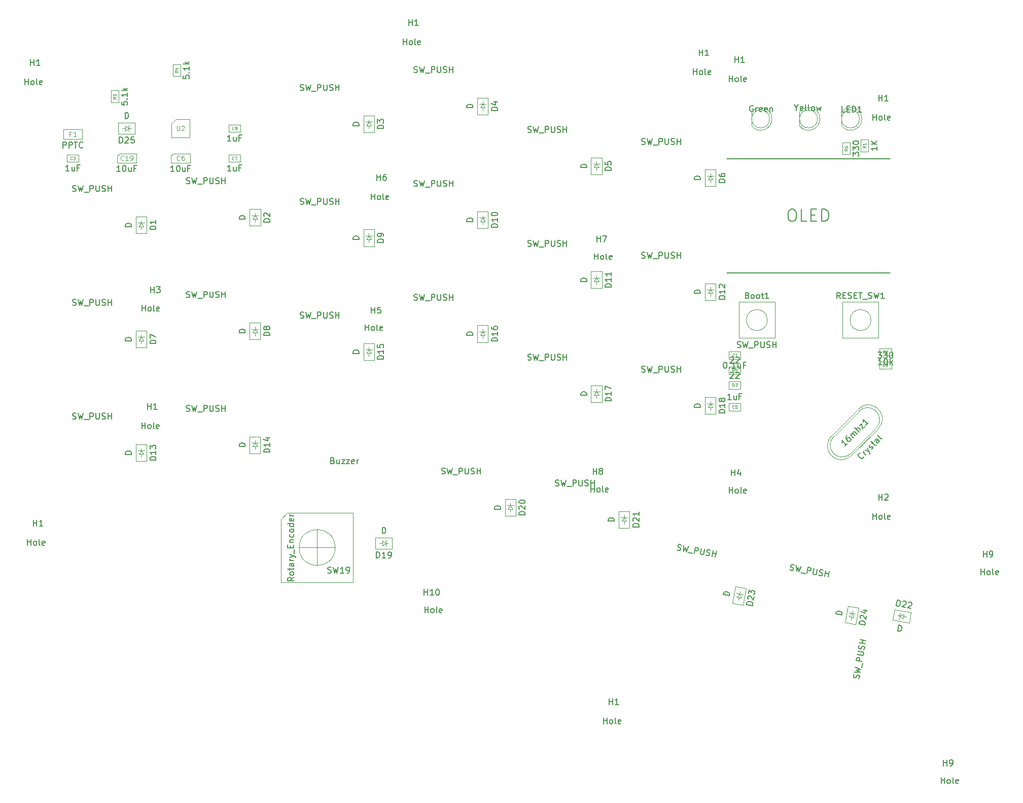
<source format=gbr>
%TF.GenerationSoftware,KiCad,Pcbnew,5.1.9*%
%TF.CreationDate,2021-05-05T06:58:16-05:00*%
%TF.ProjectId,monarch,6d6f6e61-7263-4682-9e6b-696361645f70,rev?*%
%TF.SameCoordinates,Original*%
%TF.FileFunction,Other,Fab,Top*%
%FSLAX46Y46*%
G04 Gerber Fmt 4.6, Leading zero omitted, Abs format (unit mm)*
G04 Created by KiCad (PCBNEW 5.1.9) date 2021-05-05 06:58:16*
%MOMM*%
%LPD*%
G01*
G04 APERTURE LIST*
%ADD10C,0.100000*%
%ADD11C,0.150000*%
%ADD12C,0.120000*%
%ADD13C,0.200000*%
%ADD14C,0.080000*%
%ADD15C,0.110000*%
G04 APERTURE END LIST*
D10*
%TO.C,D23*%
X133379434Y-101807553D02*
X132893220Y-104565014D01*
X132893220Y-104565014D02*
X131120566Y-104252447D01*
X131120566Y-104252447D02*
X131606780Y-101494986D01*
X131606780Y-101494986D02*
X133379434Y-101807553D01*
X132380236Y-102291394D02*
X132310777Y-102685317D01*
X132310777Y-102685317D02*
X132852421Y-102780824D01*
X132310777Y-102685317D02*
X131769133Y-102589811D01*
X132310777Y-102685317D02*
X132600511Y-103345661D01*
X132600511Y-103345661D02*
X131812665Y-103206743D01*
X131812665Y-103206743D02*
X132310777Y-102685317D01*
X132206588Y-103276202D02*
X132119764Y-103768606D01*
%TO.C,D18*%
X128325000Y-69891000D02*
X128325000Y-72691000D01*
X128325000Y-72691000D02*
X126525000Y-72691000D01*
X126525000Y-72691000D02*
X126525000Y-69891000D01*
X126525000Y-69891000D02*
X128325000Y-69891000D01*
X127425000Y-70541000D02*
X127425000Y-70941000D01*
X127425000Y-70941000D02*
X127975000Y-70941000D01*
X127425000Y-70941000D02*
X126875000Y-70941000D01*
X127425000Y-70941000D02*
X127825000Y-71541000D01*
X127825000Y-71541000D02*
X127025000Y-71541000D01*
X127025000Y-71541000D02*
X127425000Y-70941000D01*
X127425000Y-71541000D02*
X127425000Y-72041000D01*
%TO.C,D25*%
X31400000Y-25900000D02*
X28600000Y-25900000D01*
X28600000Y-25900000D02*
X28600000Y-24100000D01*
X28600000Y-24100000D02*
X31400000Y-24100000D01*
X31400000Y-24100000D02*
X31400000Y-25900000D01*
X30750000Y-25000000D02*
X30350000Y-25000000D01*
X30350000Y-25000000D02*
X30350000Y-25550000D01*
X30350000Y-25000000D02*
X30350000Y-24450000D01*
X30350000Y-25000000D02*
X29750000Y-25400000D01*
X29750000Y-25400000D02*
X29750000Y-24600000D01*
X29750000Y-24600000D02*
X30350000Y-25000000D01*
X29750000Y-25000000D02*
X29250000Y-25000000D01*
%TO.C,D24*%
X152152915Y-105042486D02*
X151666701Y-107799947D01*
X151666701Y-107799947D02*
X149894047Y-107487380D01*
X149894047Y-107487380D02*
X150380261Y-104729919D01*
X150380261Y-104729919D02*
X152152915Y-105042486D01*
X151153717Y-105526327D02*
X151084258Y-105920250D01*
X151084258Y-105920250D02*
X151625902Y-106015757D01*
X151084258Y-105920250D02*
X150542614Y-105824744D01*
X151084258Y-105920250D02*
X151373992Y-106580594D01*
X151373992Y-106580594D02*
X150586146Y-106441676D01*
X150586146Y-106441676D02*
X151084258Y-105920250D01*
X150980069Y-106511135D02*
X150893245Y-107003539D01*
%TO.C,D22*%
X158187553Y-105310566D02*
X160945014Y-105796780D01*
X160945014Y-105796780D02*
X160632447Y-107569434D01*
X160632447Y-107569434D02*
X157874986Y-107083220D01*
X157874986Y-107083220D02*
X158187553Y-105310566D01*
X158671394Y-106309764D02*
X159065317Y-106379223D01*
X159065317Y-106379223D02*
X159160824Y-105837579D01*
X159065317Y-106379223D02*
X158969811Y-106920867D01*
X159065317Y-106379223D02*
X159725661Y-106089489D01*
X159725661Y-106089489D02*
X159586743Y-106877335D01*
X159586743Y-106877335D02*
X159065317Y-106379223D01*
X159656202Y-106483412D02*
X160148606Y-106570236D01*
%TO.C,D21*%
X113937500Y-88900000D02*
X113937500Y-91700000D01*
X113937500Y-91700000D02*
X112137500Y-91700000D01*
X112137500Y-91700000D02*
X112137500Y-88900000D01*
X112137500Y-88900000D02*
X113937500Y-88900000D01*
X113037500Y-89550000D02*
X113037500Y-89950000D01*
X113037500Y-89950000D02*
X113587500Y-89950000D01*
X113037500Y-89950000D02*
X112487500Y-89950000D01*
X113037500Y-89950000D02*
X113437500Y-90550000D01*
X113437500Y-90550000D02*
X112637500Y-90550000D01*
X112637500Y-90550000D02*
X113037500Y-89950000D01*
X113037500Y-90550000D02*
X113037500Y-91050000D01*
%TO.C,D20*%
X94937500Y-86900000D02*
X94937500Y-89700000D01*
X94937500Y-89700000D02*
X93137500Y-89700000D01*
X93137500Y-89700000D02*
X93137500Y-86900000D01*
X93137500Y-86900000D02*
X94937500Y-86900000D01*
X94037500Y-87550000D02*
X94037500Y-87950000D01*
X94037500Y-87950000D02*
X94587500Y-87950000D01*
X94037500Y-87950000D02*
X93487500Y-87950000D01*
X94037500Y-87950000D02*
X94437500Y-88550000D01*
X94437500Y-88550000D02*
X93637500Y-88550000D01*
X93637500Y-88550000D02*
X94037500Y-87950000D01*
X94037500Y-88550000D02*
X94037500Y-89050000D01*
%TO.C,D19*%
X74310000Y-95150000D02*
X71510000Y-95150000D01*
X71510000Y-95150000D02*
X71510000Y-93350000D01*
X71510000Y-93350000D02*
X74310000Y-93350000D01*
X74310000Y-93350000D02*
X74310000Y-95150000D01*
X73660000Y-94250000D02*
X73260000Y-94250000D01*
X73260000Y-94250000D02*
X73260000Y-94800000D01*
X73260000Y-94250000D02*
X73260000Y-93700000D01*
X73260000Y-94250000D02*
X72660000Y-94650000D01*
X72660000Y-94650000D02*
X72660000Y-93850000D01*
X72660000Y-93850000D02*
X73260000Y-94250000D01*
X72660000Y-94250000D02*
X72160000Y-94250000D01*
%TO.C,D17*%
X109325000Y-67891000D02*
X109325000Y-70691000D01*
X109325000Y-70691000D02*
X107525000Y-70691000D01*
X107525000Y-70691000D02*
X107525000Y-67891000D01*
X107525000Y-67891000D02*
X109325000Y-67891000D01*
X108425000Y-68541000D02*
X108425000Y-68941000D01*
X108425000Y-68941000D02*
X108975000Y-68941000D01*
X108425000Y-68941000D02*
X107875000Y-68941000D01*
X108425000Y-68941000D02*
X108825000Y-69541000D01*
X108825000Y-69541000D02*
X108025000Y-69541000D01*
X108025000Y-69541000D02*
X108425000Y-68941000D01*
X108425000Y-69541000D02*
X108425000Y-70041000D01*
%TO.C,D16*%
X90325000Y-57891000D02*
X90325000Y-60691000D01*
X90325000Y-60691000D02*
X88525000Y-60691000D01*
X88525000Y-60691000D02*
X88525000Y-57891000D01*
X88525000Y-57891000D02*
X90325000Y-57891000D01*
X89425000Y-58541000D02*
X89425000Y-58941000D01*
X89425000Y-58941000D02*
X89975000Y-58941000D01*
X89425000Y-58941000D02*
X88875000Y-58941000D01*
X89425000Y-58941000D02*
X89825000Y-59541000D01*
X89825000Y-59541000D02*
X89025000Y-59541000D01*
X89025000Y-59541000D02*
X89425000Y-58941000D01*
X89425000Y-59541000D02*
X89425000Y-60041000D01*
%TO.C,D15*%
X71325000Y-60891000D02*
X71325000Y-63691000D01*
X71325000Y-63691000D02*
X69525000Y-63691000D01*
X69525000Y-63691000D02*
X69525000Y-60891000D01*
X69525000Y-60891000D02*
X71325000Y-60891000D01*
X70425000Y-61541000D02*
X70425000Y-61941000D01*
X70425000Y-61941000D02*
X70975000Y-61941000D01*
X70425000Y-61941000D02*
X69875000Y-61941000D01*
X70425000Y-61941000D02*
X70825000Y-62541000D01*
X70825000Y-62541000D02*
X70025000Y-62541000D01*
X70025000Y-62541000D02*
X70425000Y-61941000D01*
X70425000Y-62541000D02*
X70425000Y-63041000D01*
%TO.C,D14*%
X52325000Y-76441000D02*
X52325000Y-79241000D01*
X52325000Y-79241000D02*
X50525000Y-79241000D01*
X50525000Y-79241000D02*
X50525000Y-76441000D01*
X50525000Y-76441000D02*
X52325000Y-76441000D01*
X51425000Y-77091000D02*
X51425000Y-77491000D01*
X51425000Y-77491000D02*
X51975000Y-77491000D01*
X51425000Y-77491000D02*
X50875000Y-77491000D01*
X51425000Y-77491000D02*
X51825000Y-78091000D01*
X51825000Y-78091000D02*
X51025000Y-78091000D01*
X51025000Y-78091000D02*
X51425000Y-77491000D01*
X51425000Y-78091000D02*
X51425000Y-78591000D01*
%TO.C,D13*%
X33325000Y-77741000D02*
X33325000Y-80541000D01*
X33325000Y-80541000D02*
X31525000Y-80541000D01*
X31525000Y-80541000D02*
X31525000Y-77741000D01*
X31525000Y-77741000D02*
X33325000Y-77741000D01*
X32425000Y-78391000D02*
X32425000Y-78791000D01*
X32425000Y-78791000D02*
X32975000Y-78791000D01*
X32425000Y-78791000D02*
X31875000Y-78791000D01*
X32425000Y-78791000D02*
X32825000Y-79391000D01*
X32825000Y-79391000D02*
X32025000Y-79391000D01*
X32025000Y-79391000D02*
X32425000Y-78791000D01*
X32425000Y-79391000D02*
X32425000Y-79891000D01*
%TO.C,D12*%
X128325000Y-50891000D02*
X128325000Y-53691000D01*
X128325000Y-53691000D02*
X126525000Y-53691000D01*
X126525000Y-53691000D02*
X126525000Y-50891000D01*
X126525000Y-50891000D02*
X128325000Y-50891000D01*
X127425000Y-51541000D02*
X127425000Y-51941000D01*
X127425000Y-51941000D02*
X127975000Y-51941000D01*
X127425000Y-51941000D02*
X126875000Y-51941000D01*
X127425000Y-51941000D02*
X127825000Y-52541000D01*
X127825000Y-52541000D02*
X127025000Y-52541000D01*
X127025000Y-52541000D02*
X127425000Y-51941000D01*
X127425000Y-52541000D02*
X127425000Y-53041000D01*
%TO.C,D11*%
X109325000Y-48891000D02*
X109325000Y-51691000D01*
X109325000Y-51691000D02*
X107525000Y-51691000D01*
X107525000Y-51691000D02*
X107525000Y-48891000D01*
X107525000Y-48891000D02*
X109325000Y-48891000D01*
X108425000Y-49541000D02*
X108425000Y-49941000D01*
X108425000Y-49941000D02*
X108975000Y-49941000D01*
X108425000Y-49941000D02*
X107875000Y-49941000D01*
X108425000Y-49941000D02*
X108825000Y-50541000D01*
X108825000Y-50541000D02*
X108025000Y-50541000D01*
X108025000Y-50541000D02*
X108425000Y-49941000D01*
X108425000Y-50541000D02*
X108425000Y-51041000D01*
%TO.C,D10*%
X90325000Y-38891000D02*
X90325000Y-41691000D01*
X90325000Y-41691000D02*
X88525000Y-41691000D01*
X88525000Y-41691000D02*
X88525000Y-38891000D01*
X88525000Y-38891000D02*
X90325000Y-38891000D01*
X89425000Y-39541000D02*
X89425000Y-39941000D01*
X89425000Y-39941000D02*
X89975000Y-39941000D01*
X89425000Y-39941000D02*
X88875000Y-39941000D01*
X89425000Y-39941000D02*
X89825000Y-40541000D01*
X89825000Y-40541000D02*
X89025000Y-40541000D01*
X89025000Y-40541000D02*
X89425000Y-39941000D01*
X89425000Y-40541000D02*
X89425000Y-41041000D01*
%TO.C,D9*%
X71325000Y-41891000D02*
X71325000Y-44691000D01*
X71325000Y-44691000D02*
X69525000Y-44691000D01*
X69525000Y-44691000D02*
X69525000Y-41891000D01*
X69525000Y-41891000D02*
X71325000Y-41891000D01*
X70425000Y-42541000D02*
X70425000Y-42941000D01*
X70425000Y-42941000D02*
X70975000Y-42941000D01*
X70425000Y-42941000D02*
X69875000Y-42941000D01*
X70425000Y-42941000D02*
X70825000Y-43541000D01*
X70825000Y-43541000D02*
X70025000Y-43541000D01*
X70025000Y-43541000D02*
X70425000Y-42941000D01*
X70425000Y-43541000D02*
X70425000Y-44041000D01*
%TO.C,D8*%
X52325000Y-57441000D02*
X52325000Y-60241000D01*
X52325000Y-60241000D02*
X50525000Y-60241000D01*
X50525000Y-60241000D02*
X50525000Y-57441000D01*
X50525000Y-57441000D02*
X52325000Y-57441000D01*
X51425000Y-58091000D02*
X51425000Y-58491000D01*
X51425000Y-58491000D02*
X51975000Y-58491000D01*
X51425000Y-58491000D02*
X50875000Y-58491000D01*
X51425000Y-58491000D02*
X51825000Y-59091000D01*
X51825000Y-59091000D02*
X51025000Y-59091000D01*
X51025000Y-59091000D02*
X51425000Y-58491000D01*
X51425000Y-59091000D02*
X51425000Y-59591000D01*
%TO.C,D7*%
X33320000Y-58790000D02*
X33320000Y-61590000D01*
X33320000Y-61590000D02*
X31520000Y-61590000D01*
X31520000Y-61590000D02*
X31520000Y-58790000D01*
X31520000Y-58790000D02*
X33320000Y-58790000D01*
X32420000Y-59440000D02*
X32420000Y-59840000D01*
X32420000Y-59840000D02*
X32970000Y-59840000D01*
X32420000Y-59840000D02*
X31870000Y-59840000D01*
X32420000Y-59840000D02*
X32820000Y-60440000D01*
X32820000Y-60440000D02*
X32020000Y-60440000D01*
X32020000Y-60440000D02*
X32420000Y-59840000D01*
X32420000Y-60440000D02*
X32420000Y-60940000D01*
%TO.C,D6*%
X128325000Y-31891000D02*
X128325000Y-34691000D01*
X128325000Y-34691000D02*
X126525000Y-34691000D01*
X126525000Y-34691000D02*
X126525000Y-31891000D01*
X126525000Y-31891000D02*
X128325000Y-31891000D01*
X127425000Y-32541000D02*
X127425000Y-32941000D01*
X127425000Y-32941000D02*
X127975000Y-32941000D01*
X127425000Y-32941000D02*
X126875000Y-32941000D01*
X127425000Y-32941000D02*
X127825000Y-33541000D01*
X127825000Y-33541000D02*
X127025000Y-33541000D01*
X127025000Y-33541000D02*
X127425000Y-32941000D01*
X127425000Y-33541000D02*
X127425000Y-34041000D01*
%TO.C,D5*%
X109325000Y-29891000D02*
X109325000Y-32691000D01*
X109325000Y-32691000D02*
X107525000Y-32691000D01*
X107525000Y-32691000D02*
X107525000Y-29891000D01*
X107525000Y-29891000D02*
X109325000Y-29891000D01*
X108425000Y-30541000D02*
X108425000Y-30941000D01*
X108425000Y-30941000D02*
X108975000Y-30941000D01*
X108425000Y-30941000D02*
X107875000Y-30941000D01*
X108425000Y-30941000D02*
X108825000Y-31541000D01*
X108825000Y-31541000D02*
X108025000Y-31541000D01*
X108025000Y-31541000D02*
X108425000Y-30941000D01*
X108425000Y-31541000D02*
X108425000Y-32041000D01*
%TO.C,D4*%
X90325000Y-19891000D02*
X90325000Y-22691000D01*
X90325000Y-22691000D02*
X88525000Y-22691000D01*
X88525000Y-22691000D02*
X88525000Y-19891000D01*
X88525000Y-19891000D02*
X90325000Y-19891000D01*
X89425000Y-20541000D02*
X89425000Y-20941000D01*
X89425000Y-20941000D02*
X89975000Y-20941000D01*
X89425000Y-20941000D02*
X88875000Y-20941000D01*
X89425000Y-20941000D02*
X89825000Y-21541000D01*
X89825000Y-21541000D02*
X89025000Y-21541000D01*
X89025000Y-21541000D02*
X89425000Y-20941000D01*
X89425000Y-21541000D02*
X89425000Y-22041000D01*
%TO.C,D3*%
X71325000Y-22891000D02*
X71325000Y-25691000D01*
X71325000Y-25691000D02*
X69525000Y-25691000D01*
X69525000Y-25691000D02*
X69525000Y-22891000D01*
X69525000Y-22891000D02*
X71325000Y-22891000D01*
X70425000Y-23541000D02*
X70425000Y-23941000D01*
X70425000Y-23941000D02*
X70975000Y-23941000D01*
X70425000Y-23941000D02*
X69875000Y-23941000D01*
X70425000Y-23941000D02*
X70825000Y-24541000D01*
X70825000Y-24541000D02*
X70025000Y-24541000D01*
X70025000Y-24541000D02*
X70425000Y-23941000D01*
X70425000Y-24541000D02*
X70425000Y-25041000D01*
%TO.C,D2*%
X52330000Y-38500000D02*
X52330000Y-41300000D01*
X52330000Y-41300000D02*
X50530000Y-41300000D01*
X50530000Y-41300000D02*
X50530000Y-38500000D01*
X50530000Y-38500000D02*
X52330000Y-38500000D01*
X51430000Y-39150000D02*
X51430000Y-39550000D01*
X51430000Y-39550000D02*
X51980000Y-39550000D01*
X51430000Y-39550000D02*
X50880000Y-39550000D01*
X51430000Y-39550000D02*
X51830000Y-40150000D01*
X51830000Y-40150000D02*
X51030000Y-40150000D01*
X51030000Y-40150000D02*
X51430000Y-39550000D01*
X51430000Y-40150000D02*
X51430000Y-40650000D01*
%TO.C,D1*%
X33325000Y-39741000D02*
X33325000Y-42541000D01*
X33325000Y-42541000D02*
X31525000Y-42541000D01*
X31525000Y-42541000D02*
X31525000Y-39741000D01*
X31525000Y-39741000D02*
X33325000Y-39741000D01*
X32425000Y-40391000D02*
X32425000Y-40791000D01*
X32425000Y-40791000D02*
X32975000Y-40791000D01*
X32425000Y-40791000D02*
X31875000Y-40791000D01*
X32425000Y-40791000D02*
X32825000Y-41391000D01*
X32825000Y-41391000D02*
X32025000Y-41391000D01*
X32025000Y-41391000D02*
X32425000Y-40791000D01*
X32425000Y-41391000D02*
X32425000Y-41891000D01*
D11*
%TO.C,J3*%
X130160000Y-49100000D02*
X157460000Y-49100000D01*
X130160000Y-30100000D02*
X157460000Y-30100000D01*
D10*
%TO.C,16mhz1*%
X147638576Y-76363378D02*
X152164059Y-71837894D01*
X150926622Y-79651424D02*
X155452106Y-75125941D01*
X148009807Y-76451766D02*
X152252447Y-72209126D01*
X150838234Y-79280193D02*
X155080874Y-75037553D01*
X155080875Y-75037552D02*
G75*
G03*
X152252447Y-72209126I-1414214J1414213D01*
G01*
X150838233Y-79280194D02*
G75*
G02*
X148009807Y-76451766I-1414213J1414214D01*
G01*
X155452105Y-75125942D02*
G75*
G03*
X152164059Y-71837894I-1644023J1644024D01*
G01*
X150926622Y-79651424D02*
G75*
G02*
X147638576Y-76363378I-1644023J1644023D01*
G01*
%TO.C,Boot1*%
X136950714Y-57000000D02*
G75*
G03*
X136950714Y-57000000I-1750714J0D01*
G01*
X138200000Y-54000000D02*
X132200000Y-54000000D01*
X138200000Y-60000000D02*
X138200000Y-54000000D01*
X132200000Y-60000000D02*
X138200000Y-60000000D01*
X132200000Y-54000000D02*
X132200000Y-60000000D01*
%TO.C,C5*%
X130500000Y-70875000D02*
X132500000Y-70875000D01*
X130500000Y-72125000D02*
X130500000Y-70875000D01*
X132500000Y-72125000D02*
X130500000Y-72125000D01*
X132500000Y-70875000D02*
X132500000Y-72125000D01*
%TO.C,D27*%
X142320000Y-22263810D02*
X142320000Y-24596190D01*
X145320000Y-23430000D02*
G75*
G03*
X145320000Y-23430000I-1500000J0D01*
G01*
X142319445Y-24595476D02*
G75*
G03*
X142320000Y-22263810I1500555J1165476D01*
G01*
%TO.C,R6*%
X150745000Y-27337500D02*
X150745000Y-29337500D01*
X149495000Y-27337500D02*
X150745000Y-27337500D01*
X149495000Y-29337500D02*
X149495000Y-27337500D01*
X150745000Y-29337500D02*
X149495000Y-29337500D01*
%TO.C,RESET_SW1*%
X154250714Y-57000000D02*
G75*
G03*
X154250714Y-57000000I-1750714J0D01*
G01*
X155500000Y-54000000D02*
X149500000Y-54000000D01*
X155500000Y-60000000D02*
X155500000Y-54000000D01*
X149500000Y-60000000D02*
X155500000Y-60000000D01*
X149500000Y-54000000D02*
X149500000Y-60000000D01*
%TO.C,RED1*%
X152320000Y-23430000D02*
G75*
G03*
X152320000Y-23430000I-1500000J0D01*
G01*
X149320000Y-22263810D02*
X149320000Y-24596190D01*
X149319445Y-24595476D02*
G75*
G03*
X149320000Y-22263810I1500555J1165476D01*
G01*
%TO.C,D26*%
X137320000Y-23430000D02*
G75*
G03*
X137320000Y-23430000I-1500000J0D01*
G01*
X134320000Y-22263810D02*
X134320000Y-24596190D01*
X134319445Y-24595476D02*
G75*
G03*
X134320000Y-22263810I1500555J1165476D01*
G01*
%TO.C,R8*%
X157662500Y-63915000D02*
X157662500Y-65165000D01*
X157662500Y-65165000D02*
X155662500Y-65165000D01*
X155662500Y-65165000D02*
X155662500Y-63915000D01*
X155662500Y-63915000D02*
X157662500Y-63915000D01*
D12*
%TO.C,SW19*%
X64790000Y-94970000D02*
G75*
G03*
X64790000Y-94970000I-3000000J0D01*
G01*
X56790000Y-89170000D02*
X67790000Y-89170000D01*
X67790000Y-89170000D02*
X67790000Y-100770000D01*
X67790000Y-100770000D02*
X55790000Y-100770000D01*
X55790000Y-100770000D02*
X55790000Y-90270000D01*
X55790000Y-90270000D02*
X56790000Y-89170000D01*
X61790000Y-91970000D02*
X61790000Y-97970000D01*
X58790000Y-94970000D02*
X64790000Y-94970000D01*
D10*
%TO.C,R4*%
X38968341Y-16306077D02*
X37718341Y-16306077D01*
X37718341Y-16306077D02*
X37718341Y-14306077D01*
X37718341Y-14306077D02*
X38968341Y-14306077D01*
X38968341Y-14306077D02*
X38968341Y-16306077D01*
%TO.C,R3*%
X28655951Y-20687290D02*
X27405951Y-20687290D01*
X27405951Y-20687290D02*
X27405951Y-18687290D01*
X27405951Y-18687290D02*
X28655951Y-18687290D01*
X28655951Y-18687290D02*
X28655951Y-20687290D01*
%TO.C,U2*%
X37500000Y-24250000D02*
X38250000Y-23500000D01*
X37500000Y-26500000D02*
X37500000Y-24250000D01*
X40500000Y-26500000D02*
X37500000Y-26500000D01*
X40500000Y-23500000D02*
X40500000Y-26500000D01*
X38250000Y-23500000D02*
X40500000Y-23500000D01*
%TO.C,R7*%
X130500000Y-67275000D02*
X132500000Y-67275000D01*
X130500000Y-68525000D02*
X130500000Y-67275000D01*
X132500000Y-68525000D02*
X130500000Y-68525000D01*
X132500000Y-67275000D02*
X132500000Y-68525000D01*
%TO.C,R5*%
X130500000Y-64775000D02*
X132500000Y-64775000D01*
X130500000Y-66025000D02*
X130500000Y-64775000D01*
X132500000Y-66025000D02*
X130500000Y-66025000D01*
X132500000Y-64775000D02*
X132500000Y-66025000D01*
%TO.C,R2*%
X157662500Y-62965000D02*
X155662500Y-62965000D01*
X157662500Y-61715000D02*
X157662500Y-62965000D01*
X155662500Y-61715000D02*
X157662500Y-61715000D01*
X155662500Y-62965000D02*
X155662500Y-61715000D01*
%TO.C,R1*%
X153795000Y-26872500D02*
X153795000Y-28872500D01*
X152545000Y-26872500D02*
X153795000Y-26872500D01*
X152545000Y-28872500D02*
X152545000Y-26872500D01*
X153795000Y-28872500D02*
X152545000Y-28872500D01*
%TO.C,F1*%
X22600000Y-26800000D02*
X19400000Y-26800000D01*
X22600000Y-25200000D02*
X22600000Y-26800000D01*
X19400000Y-25200000D02*
X22600000Y-25200000D01*
X19400000Y-26800000D02*
X19400000Y-25200000D01*
%TO.C,C19*%
X31600000Y-30800000D02*
X31600000Y-29200000D01*
X28400000Y-30800000D02*
X31600000Y-30800000D01*
X28400000Y-29600000D02*
X28400000Y-30800000D01*
X28800000Y-29200000D02*
X28400000Y-29600000D01*
X31600000Y-29200000D02*
X28800000Y-29200000D01*
%TO.C,C8*%
X49000000Y-25625000D02*
X47000000Y-25625000D01*
X49000000Y-24375000D02*
X49000000Y-25625000D01*
X47000000Y-24375000D02*
X49000000Y-24375000D01*
X47000000Y-25625000D02*
X47000000Y-24375000D01*
%TO.C,C7*%
X49000000Y-30625000D02*
X47000000Y-30625000D01*
X49000000Y-29375000D02*
X49000000Y-30625000D01*
X47000000Y-29375000D02*
X49000000Y-29375000D01*
X47000000Y-30625000D02*
X47000000Y-29375000D01*
%TO.C,C6*%
X40600000Y-30800000D02*
X40600000Y-29200000D01*
X37400000Y-30800000D02*
X40600000Y-30800000D01*
X37400000Y-29600000D02*
X37400000Y-30800000D01*
X37800000Y-29200000D02*
X37400000Y-29600000D01*
X40600000Y-29200000D02*
X37800000Y-29200000D01*
%TO.C,C3*%
X22000000Y-30625000D02*
X20000000Y-30625000D01*
X22000000Y-29375000D02*
X22000000Y-30625000D01*
X20000000Y-29375000D02*
X22000000Y-29375000D01*
X20000000Y-30625000D02*
X20000000Y-29375000D01*
%TO.C,C1*%
X132500000Y-63525000D02*
X130500000Y-63525000D01*
X132500000Y-62275000D02*
X132500000Y-63525000D01*
X130500000Y-62275000D02*
X132500000Y-62275000D01*
X130500000Y-63525000D02*
X130500000Y-62275000D01*
%TD*%
%TO.C,H9*%
D11*
X172621428Y-99502380D02*
X172621428Y-98502380D01*
X172621428Y-98978571D02*
X173192857Y-98978571D01*
X173192857Y-99502380D02*
X173192857Y-98502380D01*
X173811904Y-99502380D02*
X173716666Y-99454761D01*
X173669047Y-99407142D01*
X173621428Y-99311904D01*
X173621428Y-99026190D01*
X173669047Y-98930952D01*
X173716666Y-98883333D01*
X173811904Y-98835714D01*
X173954761Y-98835714D01*
X174050000Y-98883333D01*
X174097619Y-98930952D01*
X174145238Y-99026190D01*
X174145238Y-99311904D01*
X174097619Y-99407142D01*
X174050000Y-99454761D01*
X173954761Y-99502380D01*
X173811904Y-99502380D01*
X174716666Y-99502380D02*
X174621428Y-99454761D01*
X174573809Y-99359523D01*
X174573809Y-98502380D01*
X175478571Y-99454761D02*
X175383333Y-99502380D01*
X175192857Y-99502380D01*
X175097619Y-99454761D01*
X175050000Y-99359523D01*
X175050000Y-98978571D01*
X175097619Y-98883333D01*
X175192857Y-98835714D01*
X175383333Y-98835714D01*
X175478571Y-98883333D01*
X175526190Y-98978571D01*
X175526190Y-99073809D01*
X175050000Y-99169047D01*
X173005595Y-96554880D02*
X173005595Y-95554880D01*
X173005595Y-96031071D02*
X173577023Y-96031071D01*
X173577023Y-96554880D02*
X173577023Y-95554880D01*
X174100833Y-96554880D02*
X174291309Y-96554880D01*
X174386547Y-96507261D01*
X174434166Y-96459642D01*
X174529404Y-96316785D01*
X174577023Y-96126309D01*
X174577023Y-95745357D01*
X174529404Y-95650119D01*
X174481785Y-95602500D01*
X174386547Y-95554880D01*
X174196071Y-95554880D01*
X174100833Y-95602500D01*
X174053214Y-95650119D01*
X174005595Y-95745357D01*
X174005595Y-95983452D01*
X174053214Y-96078690D01*
X174100833Y-96126309D01*
X174196071Y-96173928D01*
X174386547Y-96173928D01*
X174481785Y-96126309D01*
X174529404Y-96078690D01*
X174577023Y-95983452D01*
%TO.C,D23*%
X130581932Y-103001819D02*
X129597125Y-102828171D01*
X129638470Y-102593693D01*
X129710172Y-102461275D01*
X129820501Y-102384022D01*
X129922561Y-102353664D01*
X130118413Y-102339845D01*
X130259100Y-102364652D01*
X130438413Y-102444623D01*
X130523935Y-102508057D01*
X130601189Y-102618386D01*
X130623277Y-102767341D01*
X130581932Y-103001819D01*
X134454265Y-104651689D02*
X133469458Y-104478040D01*
X133510802Y-104243562D01*
X133582505Y-104111145D01*
X133692834Y-104033891D01*
X133794894Y-104003534D01*
X133990746Y-103989714D01*
X134131432Y-104014521D01*
X134310746Y-104094492D01*
X134396268Y-104157926D01*
X134473521Y-104268255D01*
X134495610Y-104417211D01*
X134454265Y-104651689D01*
X133728628Y-103556666D02*
X133690001Y-103501502D01*
X133659644Y-103399441D01*
X133700988Y-103164963D01*
X133764422Y-103079441D01*
X133819587Y-103040815D01*
X133921647Y-103010457D01*
X134015438Y-103026995D01*
X134147856Y-103098697D01*
X134611376Y-103760672D01*
X134718872Y-103151029D01*
X133791947Y-102649112D02*
X133899443Y-102039469D01*
X134216726Y-102433890D01*
X134241532Y-102293203D01*
X134304966Y-102207681D01*
X134360131Y-102169054D01*
X134462191Y-102138696D01*
X134696669Y-102180041D01*
X134782191Y-102243475D01*
X134820818Y-102298639D01*
X134851175Y-102400699D01*
X134801562Y-102682073D01*
X134738128Y-102767595D01*
X134682964Y-102806222D01*
%TO.C,D18*%
X125777380Y-71552904D02*
X124777380Y-71552904D01*
X124777380Y-71314809D01*
X124825000Y-71171952D01*
X124920238Y-71076714D01*
X125015476Y-71029095D01*
X125205952Y-70981476D01*
X125348809Y-70981476D01*
X125539285Y-71029095D01*
X125634523Y-71076714D01*
X125729761Y-71171952D01*
X125777380Y-71314809D01*
X125777380Y-71552904D01*
X129877380Y-72505285D02*
X128877380Y-72505285D01*
X128877380Y-72267190D01*
X128925000Y-72124333D01*
X129020238Y-72029095D01*
X129115476Y-71981476D01*
X129305952Y-71933857D01*
X129448809Y-71933857D01*
X129639285Y-71981476D01*
X129734523Y-72029095D01*
X129829761Y-72124333D01*
X129877380Y-72267190D01*
X129877380Y-72505285D01*
X129877380Y-70981476D02*
X129877380Y-71552904D01*
X129877380Y-71267190D02*
X128877380Y-71267190D01*
X129020238Y-71362428D01*
X129115476Y-71457666D01*
X129163095Y-71552904D01*
X129305952Y-70410047D02*
X129258333Y-70505285D01*
X129210714Y-70552904D01*
X129115476Y-70600523D01*
X129067857Y-70600523D01*
X128972619Y-70552904D01*
X128925000Y-70505285D01*
X128877380Y-70410047D01*
X128877380Y-70219571D01*
X128925000Y-70124333D01*
X128972619Y-70076714D01*
X129067857Y-70029095D01*
X129115476Y-70029095D01*
X129210714Y-70076714D01*
X129258333Y-70124333D01*
X129305952Y-70219571D01*
X129305952Y-70410047D01*
X129353571Y-70505285D01*
X129401190Y-70552904D01*
X129496428Y-70600523D01*
X129686904Y-70600523D01*
X129782142Y-70552904D01*
X129829761Y-70505285D01*
X129877380Y-70410047D01*
X129877380Y-70219571D01*
X129829761Y-70124333D01*
X129782142Y-70076714D01*
X129686904Y-70029095D01*
X129496428Y-70029095D01*
X129401190Y-70076714D01*
X129353571Y-70124333D01*
X129305952Y-70219571D01*
%TO.C,D25*%
X29738095Y-23352380D02*
X29738095Y-22352380D01*
X29976190Y-22352380D01*
X30119047Y-22400000D01*
X30214285Y-22495238D01*
X30261904Y-22590476D01*
X30309523Y-22780952D01*
X30309523Y-22923809D01*
X30261904Y-23114285D01*
X30214285Y-23209523D01*
X30119047Y-23304761D01*
X29976190Y-23352380D01*
X29738095Y-23352380D01*
X28785714Y-27452380D02*
X28785714Y-26452380D01*
X29023809Y-26452380D01*
X29166666Y-26500000D01*
X29261904Y-26595238D01*
X29309523Y-26690476D01*
X29357142Y-26880952D01*
X29357142Y-27023809D01*
X29309523Y-27214285D01*
X29261904Y-27309523D01*
X29166666Y-27404761D01*
X29023809Y-27452380D01*
X28785714Y-27452380D01*
X29738095Y-26547619D02*
X29785714Y-26500000D01*
X29880952Y-26452380D01*
X30119047Y-26452380D01*
X30214285Y-26500000D01*
X30261904Y-26547619D01*
X30309523Y-26642857D01*
X30309523Y-26738095D01*
X30261904Y-26880952D01*
X29690476Y-27452380D01*
X30309523Y-27452380D01*
X31214285Y-26452380D02*
X30738095Y-26452380D01*
X30690476Y-26928571D01*
X30738095Y-26880952D01*
X30833333Y-26833333D01*
X31071428Y-26833333D01*
X31166666Y-26880952D01*
X31214285Y-26928571D01*
X31261904Y-27023809D01*
X31261904Y-27261904D01*
X31214285Y-27357142D01*
X31166666Y-27404761D01*
X31071428Y-27452380D01*
X30833333Y-27452380D01*
X30738095Y-27404761D01*
X30690476Y-27357142D01*
%TO.C,D24*%
X149355413Y-106236752D02*
X148370606Y-106063104D01*
X148411951Y-105828626D01*
X148483653Y-105696208D01*
X148593982Y-105618955D01*
X148696042Y-105588597D01*
X148891894Y-105574778D01*
X149032581Y-105599585D01*
X149211894Y-105679556D01*
X149297416Y-105742990D01*
X149374670Y-105853319D01*
X149396758Y-106002274D01*
X149355413Y-106236752D01*
X153227746Y-107886622D02*
X152242939Y-107712973D01*
X152284283Y-107478495D01*
X152355986Y-107346078D01*
X152466315Y-107268824D01*
X152568375Y-107238467D01*
X152764227Y-107224647D01*
X152904913Y-107249454D01*
X153084227Y-107329425D01*
X153169749Y-107392859D01*
X153247002Y-107503188D01*
X153269091Y-107652144D01*
X153227746Y-107886622D01*
X152502109Y-106791599D02*
X152463482Y-106736435D01*
X152433125Y-106634374D01*
X152474469Y-106399896D01*
X152537903Y-106314374D01*
X152593068Y-106275748D01*
X152695128Y-106245390D01*
X152788919Y-106261928D01*
X152921337Y-106333630D01*
X153384857Y-106995605D01*
X153492353Y-106385962D01*
X152984656Y-105426076D02*
X153641194Y-105541841D01*
X152568146Y-105594402D02*
X153230235Y-105952915D01*
X153337732Y-105343272D01*
%TO.C,D22*%
X158708858Y-108908124D02*
X158882506Y-107923317D01*
X159116984Y-107964662D01*
X159249402Y-108036364D01*
X159326655Y-108146693D01*
X159357013Y-108248753D01*
X159370832Y-108444605D01*
X159346025Y-108585292D01*
X159266054Y-108764605D01*
X159202620Y-108850127D01*
X159092291Y-108927381D01*
X158943336Y-108949469D01*
X158708858Y-108908124D01*
X158482902Y-104705033D02*
X158656551Y-103720226D01*
X158891029Y-103761570D01*
X159023446Y-103833273D01*
X159100700Y-103943602D01*
X159131057Y-104045662D01*
X159144877Y-104241514D01*
X159120070Y-104382200D01*
X159040099Y-104561514D01*
X158976665Y-104647036D01*
X158866336Y-104724289D01*
X158717380Y-104746378D01*
X158482902Y-104705033D01*
X159577925Y-103979396D02*
X159633089Y-103940769D01*
X159735150Y-103910412D01*
X159969628Y-103951756D01*
X160055150Y-104015190D01*
X160093776Y-104070355D01*
X160124134Y-104172415D01*
X160107596Y-104266206D01*
X160035894Y-104398624D01*
X159373919Y-104862144D01*
X159983562Y-104969640D01*
X160515837Y-104144775D02*
X160571002Y-104106149D01*
X160673062Y-104075791D01*
X160907540Y-104117136D01*
X160993062Y-104180569D01*
X161031689Y-104235734D01*
X161062046Y-104337794D01*
X161045508Y-104431585D01*
X160973806Y-104564003D01*
X160311831Y-105027523D01*
X160921474Y-105135019D01*
%TO.C,D21*%
X111389880Y-90561904D02*
X110389880Y-90561904D01*
X110389880Y-90323809D01*
X110437500Y-90180952D01*
X110532738Y-90085714D01*
X110627976Y-90038095D01*
X110818452Y-89990476D01*
X110961309Y-89990476D01*
X111151785Y-90038095D01*
X111247023Y-90085714D01*
X111342261Y-90180952D01*
X111389880Y-90323809D01*
X111389880Y-90561904D01*
X115489880Y-91514285D02*
X114489880Y-91514285D01*
X114489880Y-91276190D01*
X114537500Y-91133333D01*
X114632738Y-91038095D01*
X114727976Y-90990476D01*
X114918452Y-90942857D01*
X115061309Y-90942857D01*
X115251785Y-90990476D01*
X115347023Y-91038095D01*
X115442261Y-91133333D01*
X115489880Y-91276190D01*
X115489880Y-91514285D01*
X114585119Y-90561904D02*
X114537500Y-90514285D01*
X114489880Y-90419047D01*
X114489880Y-90180952D01*
X114537500Y-90085714D01*
X114585119Y-90038095D01*
X114680357Y-89990476D01*
X114775595Y-89990476D01*
X114918452Y-90038095D01*
X115489880Y-90609523D01*
X115489880Y-89990476D01*
X115489880Y-89038095D02*
X115489880Y-89609523D01*
X115489880Y-89323809D02*
X114489880Y-89323809D01*
X114632738Y-89419047D01*
X114727976Y-89514285D01*
X114775595Y-89609523D01*
%TO.C,D20*%
X92389880Y-88561904D02*
X91389880Y-88561904D01*
X91389880Y-88323809D01*
X91437500Y-88180952D01*
X91532738Y-88085714D01*
X91627976Y-88038095D01*
X91818452Y-87990476D01*
X91961309Y-87990476D01*
X92151785Y-88038095D01*
X92247023Y-88085714D01*
X92342261Y-88180952D01*
X92389880Y-88323809D01*
X92389880Y-88561904D01*
X96489880Y-89514285D02*
X95489880Y-89514285D01*
X95489880Y-89276190D01*
X95537500Y-89133333D01*
X95632738Y-89038095D01*
X95727976Y-88990476D01*
X95918452Y-88942857D01*
X96061309Y-88942857D01*
X96251785Y-88990476D01*
X96347023Y-89038095D01*
X96442261Y-89133333D01*
X96489880Y-89276190D01*
X96489880Y-89514285D01*
X95585119Y-88561904D02*
X95537500Y-88514285D01*
X95489880Y-88419047D01*
X95489880Y-88180952D01*
X95537500Y-88085714D01*
X95585119Y-88038095D01*
X95680357Y-87990476D01*
X95775595Y-87990476D01*
X95918452Y-88038095D01*
X96489880Y-88609523D01*
X96489880Y-87990476D01*
X95489880Y-87371428D02*
X95489880Y-87276190D01*
X95537500Y-87180952D01*
X95585119Y-87133333D01*
X95680357Y-87085714D01*
X95870833Y-87038095D01*
X96108928Y-87038095D01*
X96299404Y-87085714D01*
X96394642Y-87133333D01*
X96442261Y-87180952D01*
X96489880Y-87276190D01*
X96489880Y-87371428D01*
X96442261Y-87466666D01*
X96394642Y-87514285D01*
X96299404Y-87561904D01*
X96108928Y-87609523D01*
X95870833Y-87609523D01*
X95680357Y-87561904D01*
X95585119Y-87514285D01*
X95537500Y-87466666D01*
X95489880Y-87371428D01*
%TO.C,D19*%
X72648095Y-92602380D02*
X72648095Y-91602380D01*
X72886190Y-91602380D01*
X73029047Y-91650000D01*
X73124285Y-91745238D01*
X73171904Y-91840476D01*
X73219523Y-92030952D01*
X73219523Y-92173809D01*
X73171904Y-92364285D01*
X73124285Y-92459523D01*
X73029047Y-92554761D01*
X72886190Y-92602380D01*
X72648095Y-92602380D01*
X71695714Y-96702380D02*
X71695714Y-95702380D01*
X71933809Y-95702380D01*
X72076666Y-95750000D01*
X72171904Y-95845238D01*
X72219523Y-95940476D01*
X72267142Y-96130952D01*
X72267142Y-96273809D01*
X72219523Y-96464285D01*
X72171904Y-96559523D01*
X72076666Y-96654761D01*
X71933809Y-96702380D01*
X71695714Y-96702380D01*
X73219523Y-96702380D02*
X72648095Y-96702380D01*
X72933809Y-96702380D02*
X72933809Y-95702380D01*
X72838571Y-95845238D01*
X72743333Y-95940476D01*
X72648095Y-95988095D01*
X73695714Y-96702380D02*
X73886190Y-96702380D01*
X73981428Y-96654761D01*
X74029047Y-96607142D01*
X74124285Y-96464285D01*
X74171904Y-96273809D01*
X74171904Y-95892857D01*
X74124285Y-95797619D01*
X74076666Y-95750000D01*
X73981428Y-95702380D01*
X73790952Y-95702380D01*
X73695714Y-95750000D01*
X73648095Y-95797619D01*
X73600476Y-95892857D01*
X73600476Y-96130952D01*
X73648095Y-96226190D01*
X73695714Y-96273809D01*
X73790952Y-96321428D01*
X73981428Y-96321428D01*
X74076666Y-96273809D01*
X74124285Y-96226190D01*
X74171904Y-96130952D01*
%TO.C,D17*%
X106777380Y-69552904D02*
X105777380Y-69552904D01*
X105777380Y-69314809D01*
X105825000Y-69171952D01*
X105920238Y-69076714D01*
X106015476Y-69029095D01*
X106205952Y-68981476D01*
X106348809Y-68981476D01*
X106539285Y-69029095D01*
X106634523Y-69076714D01*
X106729761Y-69171952D01*
X106777380Y-69314809D01*
X106777380Y-69552904D01*
X110877380Y-70505285D02*
X109877380Y-70505285D01*
X109877380Y-70267190D01*
X109925000Y-70124333D01*
X110020238Y-70029095D01*
X110115476Y-69981476D01*
X110305952Y-69933857D01*
X110448809Y-69933857D01*
X110639285Y-69981476D01*
X110734523Y-70029095D01*
X110829761Y-70124333D01*
X110877380Y-70267190D01*
X110877380Y-70505285D01*
X110877380Y-68981476D02*
X110877380Y-69552904D01*
X110877380Y-69267190D02*
X109877380Y-69267190D01*
X110020238Y-69362428D01*
X110115476Y-69457666D01*
X110163095Y-69552904D01*
X109877380Y-68648142D02*
X109877380Y-67981476D01*
X110877380Y-68410047D01*
%TO.C,D16*%
X87777380Y-59552904D02*
X86777380Y-59552904D01*
X86777380Y-59314809D01*
X86825000Y-59171952D01*
X86920238Y-59076714D01*
X87015476Y-59029095D01*
X87205952Y-58981476D01*
X87348809Y-58981476D01*
X87539285Y-59029095D01*
X87634523Y-59076714D01*
X87729761Y-59171952D01*
X87777380Y-59314809D01*
X87777380Y-59552904D01*
X91877380Y-60505285D02*
X90877380Y-60505285D01*
X90877380Y-60267190D01*
X90925000Y-60124333D01*
X91020238Y-60029095D01*
X91115476Y-59981476D01*
X91305952Y-59933857D01*
X91448809Y-59933857D01*
X91639285Y-59981476D01*
X91734523Y-60029095D01*
X91829761Y-60124333D01*
X91877380Y-60267190D01*
X91877380Y-60505285D01*
X91877380Y-58981476D02*
X91877380Y-59552904D01*
X91877380Y-59267190D02*
X90877380Y-59267190D01*
X91020238Y-59362428D01*
X91115476Y-59457666D01*
X91163095Y-59552904D01*
X90877380Y-58124333D02*
X90877380Y-58314809D01*
X90925000Y-58410047D01*
X90972619Y-58457666D01*
X91115476Y-58552904D01*
X91305952Y-58600523D01*
X91686904Y-58600523D01*
X91782142Y-58552904D01*
X91829761Y-58505285D01*
X91877380Y-58410047D01*
X91877380Y-58219571D01*
X91829761Y-58124333D01*
X91782142Y-58076714D01*
X91686904Y-58029095D01*
X91448809Y-58029095D01*
X91353571Y-58076714D01*
X91305952Y-58124333D01*
X91258333Y-58219571D01*
X91258333Y-58410047D01*
X91305952Y-58505285D01*
X91353571Y-58552904D01*
X91448809Y-58600523D01*
%TO.C,D15*%
X68777380Y-62552904D02*
X67777380Y-62552904D01*
X67777380Y-62314809D01*
X67825000Y-62171952D01*
X67920238Y-62076714D01*
X68015476Y-62029095D01*
X68205952Y-61981476D01*
X68348809Y-61981476D01*
X68539285Y-62029095D01*
X68634523Y-62076714D01*
X68729761Y-62171952D01*
X68777380Y-62314809D01*
X68777380Y-62552904D01*
X72877380Y-63505285D02*
X71877380Y-63505285D01*
X71877380Y-63267190D01*
X71925000Y-63124333D01*
X72020238Y-63029095D01*
X72115476Y-62981476D01*
X72305952Y-62933857D01*
X72448809Y-62933857D01*
X72639285Y-62981476D01*
X72734523Y-63029095D01*
X72829761Y-63124333D01*
X72877380Y-63267190D01*
X72877380Y-63505285D01*
X72877380Y-61981476D02*
X72877380Y-62552904D01*
X72877380Y-62267190D02*
X71877380Y-62267190D01*
X72020238Y-62362428D01*
X72115476Y-62457666D01*
X72163095Y-62552904D01*
X71877380Y-61076714D02*
X71877380Y-61552904D01*
X72353571Y-61600523D01*
X72305952Y-61552904D01*
X72258333Y-61457666D01*
X72258333Y-61219571D01*
X72305952Y-61124333D01*
X72353571Y-61076714D01*
X72448809Y-61029095D01*
X72686904Y-61029095D01*
X72782142Y-61076714D01*
X72829761Y-61124333D01*
X72877380Y-61219571D01*
X72877380Y-61457666D01*
X72829761Y-61552904D01*
X72782142Y-61600523D01*
%TO.C,D14*%
X49777380Y-78102904D02*
X48777380Y-78102904D01*
X48777380Y-77864809D01*
X48825000Y-77721952D01*
X48920238Y-77626714D01*
X49015476Y-77579095D01*
X49205952Y-77531476D01*
X49348809Y-77531476D01*
X49539285Y-77579095D01*
X49634523Y-77626714D01*
X49729761Y-77721952D01*
X49777380Y-77864809D01*
X49777380Y-78102904D01*
X53877380Y-79055285D02*
X52877380Y-79055285D01*
X52877380Y-78817190D01*
X52925000Y-78674333D01*
X53020238Y-78579095D01*
X53115476Y-78531476D01*
X53305952Y-78483857D01*
X53448809Y-78483857D01*
X53639285Y-78531476D01*
X53734523Y-78579095D01*
X53829761Y-78674333D01*
X53877380Y-78817190D01*
X53877380Y-79055285D01*
X53877380Y-77531476D02*
X53877380Y-78102904D01*
X53877380Y-77817190D02*
X52877380Y-77817190D01*
X53020238Y-77912428D01*
X53115476Y-78007666D01*
X53163095Y-78102904D01*
X53210714Y-76674333D02*
X53877380Y-76674333D01*
X52829761Y-76912428D02*
X53544047Y-77150523D01*
X53544047Y-76531476D01*
%TO.C,D13*%
X30777380Y-79402904D02*
X29777380Y-79402904D01*
X29777380Y-79164809D01*
X29825000Y-79021952D01*
X29920238Y-78926714D01*
X30015476Y-78879095D01*
X30205952Y-78831476D01*
X30348809Y-78831476D01*
X30539285Y-78879095D01*
X30634523Y-78926714D01*
X30729761Y-79021952D01*
X30777380Y-79164809D01*
X30777380Y-79402904D01*
X34877380Y-80355285D02*
X33877380Y-80355285D01*
X33877380Y-80117190D01*
X33925000Y-79974333D01*
X34020238Y-79879095D01*
X34115476Y-79831476D01*
X34305952Y-79783857D01*
X34448809Y-79783857D01*
X34639285Y-79831476D01*
X34734523Y-79879095D01*
X34829761Y-79974333D01*
X34877380Y-80117190D01*
X34877380Y-80355285D01*
X34877380Y-78831476D02*
X34877380Y-79402904D01*
X34877380Y-79117190D02*
X33877380Y-79117190D01*
X34020238Y-79212428D01*
X34115476Y-79307666D01*
X34163095Y-79402904D01*
X33877380Y-78498142D02*
X33877380Y-77879095D01*
X34258333Y-78212428D01*
X34258333Y-78069571D01*
X34305952Y-77974333D01*
X34353571Y-77926714D01*
X34448809Y-77879095D01*
X34686904Y-77879095D01*
X34782142Y-77926714D01*
X34829761Y-77974333D01*
X34877380Y-78069571D01*
X34877380Y-78355285D01*
X34829761Y-78450523D01*
X34782142Y-78498142D01*
%TO.C,D12*%
X125777380Y-52552904D02*
X124777380Y-52552904D01*
X124777380Y-52314809D01*
X124825000Y-52171952D01*
X124920238Y-52076714D01*
X125015476Y-52029095D01*
X125205952Y-51981476D01*
X125348809Y-51981476D01*
X125539285Y-52029095D01*
X125634523Y-52076714D01*
X125729761Y-52171952D01*
X125777380Y-52314809D01*
X125777380Y-52552904D01*
X129877380Y-53505285D02*
X128877380Y-53505285D01*
X128877380Y-53267190D01*
X128925000Y-53124333D01*
X129020238Y-53029095D01*
X129115476Y-52981476D01*
X129305952Y-52933857D01*
X129448809Y-52933857D01*
X129639285Y-52981476D01*
X129734523Y-53029095D01*
X129829761Y-53124333D01*
X129877380Y-53267190D01*
X129877380Y-53505285D01*
X129877380Y-51981476D02*
X129877380Y-52552904D01*
X129877380Y-52267190D02*
X128877380Y-52267190D01*
X129020238Y-52362428D01*
X129115476Y-52457666D01*
X129163095Y-52552904D01*
X128972619Y-51600523D02*
X128925000Y-51552904D01*
X128877380Y-51457666D01*
X128877380Y-51219571D01*
X128925000Y-51124333D01*
X128972619Y-51076714D01*
X129067857Y-51029095D01*
X129163095Y-51029095D01*
X129305952Y-51076714D01*
X129877380Y-51648142D01*
X129877380Y-51029095D01*
%TO.C,D11*%
X106777380Y-50552904D02*
X105777380Y-50552904D01*
X105777380Y-50314809D01*
X105825000Y-50171952D01*
X105920238Y-50076714D01*
X106015476Y-50029095D01*
X106205952Y-49981476D01*
X106348809Y-49981476D01*
X106539285Y-50029095D01*
X106634523Y-50076714D01*
X106729761Y-50171952D01*
X106777380Y-50314809D01*
X106777380Y-50552904D01*
X110877380Y-51505285D02*
X109877380Y-51505285D01*
X109877380Y-51267190D01*
X109925000Y-51124333D01*
X110020238Y-51029095D01*
X110115476Y-50981476D01*
X110305952Y-50933857D01*
X110448809Y-50933857D01*
X110639285Y-50981476D01*
X110734523Y-51029095D01*
X110829761Y-51124333D01*
X110877380Y-51267190D01*
X110877380Y-51505285D01*
X110877380Y-49981476D02*
X110877380Y-50552904D01*
X110877380Y-50267190D02*
X109877380Y-50267190D01*
X110020238Y-50362428D01*
X110115476Y-50457666D01*
X110163095Y-50552904D01*
X110877380Y-49029095D02*
X110877380Y-49600523D01*
X110877380Y-49314809D02*
X109877380Y-49314809D01*
X110020238Y-49410047D01*
X110115476Y-49505285D01*
X110163095Y-49600523D01*
%TO.C,D10*%
X87777380Y-40552904D02*
X86777380Y-40552904D01*
X86777380Y-40314809D01*
X86825000Y-40171952D01*
X86920238Y-40076714D01*
X87015476Y-40029095D01*
X87205952Y-39981476D01*
X87348809Y-39981476D01*
X87539285Y-40029095D01*
X87634523Y-40076714D01*
X87729761Y-40171952D01*
X87777380Y-40314809D01*
X87777380Y-40552904D01*
X91877380Y-41505285D02*
X90877380Y-41505285D01*
X90877380Y-41267190D01*
X90925000Y-41124333D01*
X91020238Y-41029095D01*
X91115476Y-40981476D01*
X91305952Y-40933857D01*
X91448809Y-40933857D01*
X91639285Y-40981476D01*
X91734523Y-41029095D01*
X91829761Y-41124333D01*
X91877380Y-41267190D01*
X91877380Y-41505285D01*
X91877380Y-39981476D02*
X91877380Y-40552904D01*
X91877380Y-40267190D02*
X90877380Y-40267190D01*
X91020238Y-40362428D01*
X91115476Y-40457666D01*
X91163095Y-40552904D01*
X90877380Y-39362428D02*
X90877380Y-39267190D01*
X90925000Y-39171952D01*
X90972619Y-39124333D01*
X91067857Y-39076714D01*
X91258333Y-39029095D01*
X91496428Y-39029095D01*
X91686904Y-39076714D01*
X91782142Y-39124333D01*
X91829761Y-39171952D01*
X91877380Y-39267190D01*
X91877380Y-39362428D01*
X91829761Y-39457666D01*
X91782142Y-39505285D01*
X91686904Y-39552904D01*
X91496428Y-39600523D01*
X91258333Y-39600523D01*
X91067857Y-39552904D01*
X90972619Y-39505285D01*
X90925000Y-39457666D01*
X90877380Y-39362428D01*
%TO.C,D9*%
X68777380Y-43552904D02*
X67777380Y-43552904D01*
X67777380Y-43314809D01*
X67825000Y-43171952D01*
X67920238Y-43076714D01*
X68015476Y-43029095D01*
X68205952Y-42981476D01*
X68348809Y-42981476D01*
X68539285Y-43029095D01*
X68634523Y-43076714D01*
X68729761Y-43171952D01*
X68777380Y-43314809D01*
X68777380Y-43552904D01*
X72877380Y-44029095D02*
X71877380Y-44029095D01*
X71877380Y-43791000D01*
X71925000Y-43648142D01*
X72020238Y-43552904D01*
X72115476Y-43505285D01*
X72305952Y-43457666D01*
X72448809Y-43457666D01*
X72639285Y-43505285D01*
X72734523Y-43552904D01*
X72829761Y-43648142D01*
X72877380Y-43791000D01*
X72877380Y-44029095D01*
X72877380Y-42981476D02*
X72877380Y-42791000D01*
X72829761Y-42695761D01*
X72782142Y-42648142D01*
X72639285Y-42552904D01*
X72448809Y-42505285D01*
X72067857Y-42505285D01*
X71972619Y-42552904D01*
X71925000Y-42600523D01*
X71877380Y-42695761D01*
X71877380Y-42886238D01*
X71925000Y-42981476D01*
X71972619Y-43029095D01*
X72067857Y-43076714D01*
X72305952Y-43076714D01*
X72401190Y-43029095D01*
X72448809Y-42981476D01*
X72496428Y-42886238D01*
X72496428Y-42695761D01*
X72448809Y-42600523D01*
X72401190Y-42552904D01*
X72305952Y-42505285D01*
%TO.C,D8*%
X49777380Y-59102904D02*
X48777380Y-59102904D01*
X48777380Y-58864809D01*
X48825000Y-58721952D01*
X48920238Y-58626714D01*
X49015476Y-58579095D01*
X49205952Y-58531476D01*
X49348809Y-58531476D01*
X49539285Y-58579095D01*
X49634523Y-58626714D01*
X49729761Y-58721952D01*
X49777380Y-58864809D01*
X49777380Y-59102904D01*
X53877380Y-59579095D02*
X52877380Y-59579095D01*
X52877380Y-59341000D01*
X52925000Y-59198142D01*
X53020238Y-59102904D01*
X53115476Y-59055285D01*
X53305952Y-59007666D01*
X53448809Y-59007666D01*
X53639285Y-59055285D01*
X53734523Y-59102904D01*
X53829761Y-59198142D01*
X53877380Y-59341000D01*
X53877380Y-59579095D01*
X53305952Y-58436238D02*
X53258333Y-58531476D01*
X53210714Y-58579095D01*
X53115476Y-58626714D01*
X53067857Y-58626714D01*
X52972619Y-58579095D01*
X52925000Y-58531476D01*
X52877380Y-58436238D01*
X52877380Y-58245761D01*
X52925000Y-58150523D01*
X52972619Y-58102904D01*
X53067857Y-58055285D01*
X53115476Y-58055285D01*
X53210714Y-58102904D01*
X53258333Y-58150523D01*
X53305952Y-58245761D01*
X53305952Y-58436238D01*
X53353571Y-58531476D01*
X53401190Y-58579095D01*
X53496428Y-58626714D01*
X53686904Y-58626714D01*
X53782142Y-58579095D01*
X53829761Y-58531476D01*
X53877380Y-58436238D01*
X53877380Y-58245761D01*
X53829761Y-58150523D01*
X53782142Y-58102904D01*
X53686904Y-58055285D01*
X53496428Y-58055285D01*
X53401190Y-58102904D01*
X53353571Y-58150523D01*
X53305952Y-58245761D01*
%TO.C,D7*%
X30772380Y-60451904D02*
X29772380Y-60451904D01*
X29772380Y-60213809D01*
X29820000Y-60070952D01*
X29915238Y-59975714D01*
X30010476Y-59928095D01*
X30200952Y-59880476D01*
X30343809Y-59880476D01*
X30534285Y-59928095D01*
X30629523Y-59975714D01*
X30724761Y-60070952D01*
X30772380Y-60213809D01*
X30772380Y-60451904D01*
X34872380Y-60928095D02*
X33872380Y-60928095D01*
X33872380Y-60690000D01*
X33920000Y-60547142D01*
X34015238Y-60451904D01*
X34110476Y-60404285D01*
X34300952Y-60356666D01*
X34443809Y-60356666D01*
X34634285Y-60404285D01*
X34729523Y-60451904D01*
X34824761Y-60547142D01*
X34872380Y-60690000D01*
X34872380Y-60928095D01*
X33872380Y-60023333D02*
X33872380Y-59356666D01*
X34872380Y-59785238D01*
%TO.C,D6*%
X125777380Y-33552904D02*
X124777380Y-33552904D01*
X124777380Y-33314809D01*
X124825000Y-33171952D01*
X124920238Y-33076714D01*
X125015476Y-33029095D01*
X125205952Y-32981476D01*
X125348809Y-32981476D01*
X125539285Y-33029095D01*
X125634523Y-33076714D01*
X125729761Y-33171952D01*
X125777380Y-33314809D01*
X125777380Y-33552904D01*
X129877380Y-34029095D02*
X128877380Y-34029095D01*
X128877380Y-33791000D01*
X128925000Y-33648142D01*
X129020238Y-33552904D01*
X129115476Y-33505285D01*
X129305952Y-33457666D01*
X129448809Y-33457666D01*
X129639285Y-33505285D01*
X129734523Y-33552904D01*
X129829761Y-33648142D01*
X129877380Y-33791000D01*
X129877380Y-34029095D01*
X128877380Y-32600523D02*
X128877380Y-32791000D01*
X128925000Y-32886238D01*
X128972619Y-32933857D01*
X129115476Y-33029095D01*
X129305952Y-33076714D01*
X129686904Y-33076714D01*
X129782142Y-33029095D01*
X129829761Y-32981476D01*
X129877380Y-32886238D01*
X129877380Y-32695761D01*
X129829761Y-32600523D01*
X129782142Y-32552904D01*
X129686904Y-32505285D01*
X129448809Y-32505285D01*
X129353571Y-32552904D01*
X129305952Y-32600523D01*
X129258333Y-32695761D01*
X129258333Y-32886238D01*
X129305952Y-32981476D01*
X129353571Y-33029095D01*
X129448809Y-33076714D01*
%TO.C,D5*%
X106777380Y-31552904D02*
X105777380Y-31552904D01*
X105777380Y-31314809D01*
X105825000Y-31171952D01*
X105920238Y-31076714D01*
X106015476Y-31029095D01*
X106205952Y-30981476D01*
X106348809Y-30981476D01*
X106539285Y-31029095D01*
X106634523Y-31076714D01*
X106729761Y-31171952D01*
X106777380Y-31314809D01*
X106777380Y-31552904D01*
X110877380Y-32029095D02*
X109877380Y-32029095D01*
X109877380Y-31791000D01*
X109925000Y-31648142D01*
X110020238Y-31552904D01*
X110115476Y-31505285D01*
X110305952Y-31457666D01*
X110448809Y-31457666D01*
X110639285Y-31505285D01*
X110734523Y-31552904D01*
X110829761Y-31648142D01*
X110877380Y-31791000D01*
X110877380Y-32029095D01*
X109877380Y-30552904D02*
X109877380Y-31029095D01*
X110353571Y-31076714D01*
X110305952Y-31029095D01*
X110258333Y-30933857D01*
X110258333Y-30695761D01*
X110305952Y-30600523D01*
X110353571Y-30552904D01*
X110448809Y-30505285D01*
X110686904Y-30505285D01*
X110782142Y-30552904D01*
X110829761Y-30600523D01*
X110877380Y-30695761D01*
X110877380Y-30933857D01*
X110829761Y-31029095D01*
X110782142Y-31076714D01*
%TO.C,D4*%
X87777380Y-21552904D02*
X86777380Y-21552904D01*
X86777380Y-21314809D01*
X86825000Y-21171952D01*
X86920238Y-21076714D01*
X87015476Y-21029095D01*
X87205952Y-20981476D01*
X87348809Y-20981476D01*
X87539285Y-21029095D01*
X87634523Y-21076714D01*
X87729761Y-21171952D01*
X87777380Y-21314809D01*
X87777380Y-21552904D01*
X91877380Y-22029095D02*
X90877380Y-22029095D01*
X90877380Y-21791000D01*
X90925000Y-21648142D01*
X91020238Y-21552904D01*
X91115476Y-21505285D01*
X91305952Y-21457666D01*
X91448809Y-21457666D01*
X91639285Y-21505285D01*
X91734523Y-21552904D01*
X91829761Y-21648142D01*
X91877380Y-21791000D01*
X91877380Y-22029095D01*
X91210714Y-20600523D02*
X91877380Y-20600523D01*
X90829761Y-20838619D02*
X91544047Y-21076714D01*
X91544047Y-20457666D01*
%TO.C,D3*%
X68777380Y-24552904D02*
X67777380Y-24552904D01*
X67777380Y-24314809D01*
X67825000Y-24171952D01*
X67920238Y-24076714D01*
X68015476Y-24029095D01*
X68205952Y-23981476D01*
X68348809Y-23981476D01*
X68539285Y-24029095D01*
X68634523Y-24076714D01*
X68729761Y-24171952D01*
X68777380Y-24314809D01*
X68777380Y-24552904D01*
X72877380Y-25029095D02*
X71877380Y-25029095D01*
X71877380Y-24791000D01*
X71925000Y-24648142D01*
X72020238Y-24552904D01*
X72115476Y-24505285D01*
X72305952Y-24457666D01*
X72448809Y-24457666D01*
X72639285Y-24505285D01*
X72734523Y-24552904D01*
X72829761Y-24648142D01*
X72877380Y-24791000D01*
X72877380Y-25029095D01*
X71877380Y-24124333D02*
X71877380Y-23505285D01*
X72258333Y-23838619D01*
X72258333Y-23695761D01*
X72305952Y-23600523D01*
X72353571Y-23552904D01*
X72448809Y-23505285D01*
X72686904Y-23505285D01*
X72782142Y-23552904D01*
X72829761Y-23600523D01*
X72877380Y-23695761D01*
X72877380Y-23981476D01*
X72829761Y-24076714D01*
X72782142Y-24124333D01*
%TO.C,D2*%
X49782380Y-40161904D02*
X48782380Y-40161904D01*
X48782380Y-39923809D01*
X48830000Y-39780952D01*
X48925238Y-39685714D01*
X49020476Y-39638095D01*
X49210952Y-39590476D01*
X49353809Y-39590476D01*
X49544285Y-39638095D01*
X49639523Y-39685714D01*
X49734761Y-39780952D01*
X49782380Y-39923809D01*
X49782380Y-40161904D01*
X53882380Y-40638095D02*
X52882380Y-40638095D01*
X52882380Y-40400000D01*
X52930000Y-40257142D01*
X53025238Y-40161904D01*
X53120476Y-40114285D01*
X53310952Y-40066666D01*
X53453809Y-40066666D01*
X53644285Y-40114285D01*
X53739523Y-40161904D01*
X53834761Y-40257142D01*
X53882380Y-40400000D01*
X53882380Y-40638095D01*
X52977619Y-39685714D02*
X52930000Y-39638095D01*
X52882380Y-39542857D01*
X52882380Y-39304761D01*
X52930000Y-39209523D01*
X52977619Y-39161904D01*
X53072857Y-39114285D01*
X53168095Y-39114285D01*
X53310952Y-39161904D01*
X53882380Y-39733333D01*
X53882380Y-39114285D01*
%TO.C,D1*%
X30777380Y-41402904D02*
X29777380Y-41402904D01*
X29777380Y-41164809D01*
X29825000Y-41021952D01*
X29920238Y-40926714D01*
X30015476Y-40879095D01*
X30205952Y-40831476D01*
X30348809Y-40831476D01*
X30539285Y-40879095D01*
X30634523Y-40926714D01*
X30729761Y-41021952D01*
X30777380Y-41164809D01*
X30777380Y-41402904D01*
X34877380Y-41879095D02*
X33877380Y-41879095D01*
X33877380Y-41641000D01*
X33925000Y-41498142D01*
X34020238Y-41402904D01*
X34115476Y-41355285D01*
X34305952Y-41307666D01*
X34448809Y-41307666D01*
X34639285Y-41355285D01*
X34734523Y-41402904D01*
X34829761Y-41498142D01*
X34877380Y-41641000D01*
X34877380Y-41879095D01*
X34877380Y-40355285D02*
X34877380Y-40926714D01*
X34877380Y-40641000D02*
X33877380Y-40641000D01*
X34020238Y-40736238D01*
X34115476Y-40831476D01*
X34163095Y-40926714D01*
%TO.C,H1*%
X124601428Y-16052380D02*
X124601428Y-15052380D01*
X124601428Y-15528571D02*
X125172857Y-15528571D01*
X125172857Y-16052380D02*
X125172857Y-15052380D01*
X125791904Y-16052380D02*
X125696666Y-16004761D01*
X125649047Y-15957142D01*
X125601428Y-15861904D01*
X125601428Y-15576190D01*
X125649047Y-15480952D01*
X125696666Y-15433333D01*
X125791904Y-15385714D01*
X125934761Y-15385714D01*
X126030000Y-15433333D01*
X126077619Y-15480952D01*
X126125238Y-15576190D01*
X126125238Y-15861904D01*
X126077619Y-15957142D01*
X126030000Y-16004761D01*
X125934761Y-16052380D01*
X125791904Y-16052380D01*
X126696666Y-16052380D02*
X126601428Y-16004761D01*
X126553809Y-15909523D01*
X126553809Y-15052380D01*
X127458571Y-16004761D02*
X127363333Y-16052380D01*
X127172857Y-16052380D01*
X127077619Y-16004761D01*
X127030000Y-15909523D01*
X127030000Y-15528571D01*
X127077619Y-15433333D01*
X127172857Y-15385714D01*
X127363333Y-15385714D01*
X127458571Y-15433333D01*
X127506190Y-15528571D01*
X127506190Y-15623809D01*
X127030000Y-15719047D01*
X125568095Y-12852380D02*
X125568095Y-11852380D01*
X125568095Y-12328571D02*
X126139523Y-12328571D01*
X126139523Y-12852380D02*
X126139523Y-11852380D01*
X127139523Y-12852380D02*
X126568095Y-12852380D01*
X126853809Y-12852380D02*
X126853809Y-11852380D01*
X126758571Y-11995238D01*
X126663333Y-12090476D01*
X126568095Y-12138095D01*
%TO.C,J3*%
D13*
X140905238Y-38504761D02*
X141286190Y-38504761D01*
X141476666Y-38600000D01*
X141667142Y-38790476D01*
X141762380Y-39171428D01*
X141762380Y-39838095D01*
X141667142Y-40219047D01*
X141476666Y-40409523D01*
X141286190Y-40504761D01*
X140905238Y-40504761D01*
X140714761Y-40409523D01*
X140524285Y-40219047D01*
X140429047Y-39838095D01*
X140429047Y-39171428D01*
X140524285Y-38790476D01*
X140714761Y-38600000D01*
X140905238Y-38504761D01*
X143571904Y-40504761D02*
X142619523Y-40504761D01*
X142619523Y-38504761D01*
X144238571Y-39457142D02*
X144905238Y-39457142D01*
X145190952Y-40504761D02*
X144238571Y-40504761D01*
X144238571Y-38504761D01*
X145190952Y-38504761D01*
X146048095Y-40504761D02*
X146048095Y-38504761D01*
X146524285Y-38504761D01*
X146810000Y-38600000D01*
X147000476Y-38790476D01*
X147095714Y-38980952D01*
X147190952Y-39361904D01*
X147190952Y-39647619D01*
X147095714Y-40028571D01*
X147000476Y-40219047D01*
X146810000Y-40409523D01*
X146524285Y-40504761D01*
X146048095Y-40504761D01*
%TO.C,16mhz1*%
D11*
X153027739Y-79752439D02*
X153027739Y-79819783D01*
X152960395Y-79954470D01*
X152893052Y-80021813D01*
X152758365Y-80089157D01*
X152623678Y-80089157D01*
X152522663Y-80055485D01*
X152354304Y-79954470D01*
X152253289Y-79853455D01*
X152152273Y-79685096D01*
X152118602Y-79584081D01*
X152118602Y-79449394D01*
X152185945Y-79314707D01*
X152253289Y-79247363D01*
X152387976Y-79180020D01*
X152455319Y-79180020D01*
X153398128Y-79516737D02*
X152926724Y-79045333D01*
X153061411Y-79180020D02*
X153027739Y-79079004D01*
X153027739Y-79011661D01*
X153061411Y-78910646D01*
X153128754Y-78843302D01*
X153297113Y-78674943D02*
X153936876Y-78977989D01*
X153633830Y-78338226D02*
X153936876Y-78977989D01*
X154037892Y-79213691D01*
X154037892Y-79281035D01*
X154004220Y-79382050D01*
X154307266Y-78540256D02*
X154408281Y-78506585D01*
X154542968Y-78371898D01*
X154576640Y-78270882D01*
X154542968Y-78169867D01*
X154509296Y-78136195D01*
X154408281Y-78102523D01*
X154307266Y-78136195D01*
X154206250Y-78237211D01*
X154105235Y-78270882D01*
X154004220Y-78237211D01*
X153970548Y-78203539D01*
X153936876Y-78102523D01*
X153970548Y-78001508D01*
X154071563Y-77900493D01*
X154172579Y-77866821D01*
X154374609Y-77597447D02*
X154643983Y-77328073D01*
X154239922Y-77260730D02*
X154846014Y-77866821D01*
X154947029Y-77900493D01*
X155048044Y-77866821D01*
X155115388Y-77799478D01*
X155654136Y-77260730D02*
X155283746Y-76890340D01*
X155182731Y-76856669D01*
X155081716Y-76890340D01*
X154947029Y-77025027D01*
X154913357Y-77126043D01*
X155620464Y-77227058D02*
X155586792Y-77328073D01*
X155418433Y-77496432D01*
X155317418Y-77530104D01*
X155216403Y-77496432D01*
X155149059Y-77429088D01*
X155115388Y-77328073D01*
X155149059Y-77227058D01*
X155317418Y-77058699D01*
X155351090Y-76957684D01*
X156091868Y-76822997D02*
X155990853Y-76856669D01*
X155889838Y-76822997D01*
X155283746Y-76216905D01*
X150316322Y-77613441D02*
X149912261Y-78017502D01*
X150114291Y-77815471D02*
X149407184Y-77108364D01*
X149440856Y-77276723D01*
X149440856Y-77411410D01*
X149407184Y-77512425D01*
X150215306Y-76300242D02*
X150080619Y-76434929D01*
X150046948Y-76535945D01*
X150046948Y-76603288D01*
X150080619Y-76771647D01*
X150181635Y-76940006D01*
X150451009Y-77209380D01*
X150552024Y-77243051D01*
X150619367Y-77243051D01*
X150720383Y-77209380D01*
X150855070Y-77074693D01*
X150888741Y-76973677D01*
X150888741Y-76906334D01*
X150855070Y-76805319D01*
X150686711Y-76636960D01*
X150585696Y-76603288D01*
X150518352Y-76603288D01*
X150417337Y-76636960D01*
X150282650Y-76771647D01*
X150248978Y-76872662D01*
X150248978Y-76940006D01*
X150282650Y-77041021D01*
X151292802Y-76636960D02*
X150821398Y-76165555D01*
X150888741Y-76232899D02*
X150888741Y-76165555D01*
X150922413Y-76064540D01*
X151023428Y-75963525D01*
X151124444Y-75929853D01*
X151225459Y-75963525D01*
X151595848Y-76333914D01*
X151225459Y-75963525D02*
X151191787Y-75862510D01*
X151225459Y-75761494D01*
X151326474Y-75660479D01*
X151427489Y-75626807D01*
X151528505Y-75660479D01*
X151898894Y-76030868D01*
X152235611Y-75694151D02*
X151528505Y-74987044D01*
X152538657Y-75391105D02*
X152168268Y-75020716D01*
X152067253Y-74987044D01*
X151966237Y-75020716D01*
X151865222Y-75121731D01*
X151831550Y-75222746D01*
X151831550Y-75290090D01*
X152336627Y-74650327D02*
X152707016Y-74279937D01*
X152808031Y-75121731D01*
X153178420Y-74751342D01*
X153818184Y-74111579D02*
X153414123Y-74515640D01*
X153616153Y-74313609D02*
X152909046Y-73606502D01*
X152942718Y-73774861D01*
X152942718Y-73909548D01*
X152909046Y-74010563D01*
%TO.C,SW18*%
X115963095Y-65640761D02*
X116105952Y-65688380D01*
X116344047Y-65688380D01*
X116439285Y-65640761D01*
X116486904Y-65593142D01*
X116534523Y-65497904D01*
X116534523Y-65402666D01*
X116486904Y-65307428D01*
X116439285Y-65259809D01*
X116344047Y-65212190D01*
X116153571Y-65164571D01*
X116058333Y-65116952D01*
X116010714Y-65069333D01*
X115963095Y-64974095D01*
X115963095Y-64878857D01*
X116010714Y-64783619D01*
X116058333Y-64736000D01*
X116153571Y-64688380D01*
X116391666Y-64688380D01*
X116534523Y-64736000D01*
X116867857Y-64688380D02*
X117105952Y-65688380D01*
X117296428Y-64974095D01*
X117486904Y-65688380D01*
X117725000Y-64688380D01*
X117867857Y-65783619D02*
X118629761Y-65783619D01*
X118867857Y-65688380D02*
X118867857Y-64688380D01*
X119248809Y-64688380D01*
X119344047Y-64736000D01*
X119391666Y-64783619D01*
X119439285Y-64878857D01*
X119439285Y-65021714D01*
X119391666Y-65116952D01*
X119344047Y-65164571D01*
X119248809Y-65212190D01*
X118867857Y-65212190D01*
X119867857Y-64688380D02*
X119867857Y-65497904D01*
X119915476Y-65593142D01*
X119963095Y-65640761D01*
X120058333Y-65688380D01*
X120248809Y-65688380D01*
X120344047Y-65640761D01*
X120391666Y-65593142D01*
X120439285Y-65497904D01*
X120439285Y-64688380D01*
X120867857Y-65640761D02*
X121010714Y-65688380D01*
X121248809Y-65688380D01*
X121344047Y-65640761D01*
X121391666Y-65593142D01*
X121439285Y-65497904D01*
X121439285Y-65402666D01*
X121391666Y-65307428D01*
X121344047Y-65259809D01*
X121248809Y-65212190D01*
X121058333Y-65164571D01*
X120963095Y-65116952D01*
X120915476Y-65069333D01*
X120867857Y-64974095D01*
X120867857Y-64878857D01*
X120915476Y-64783619D01*
X120963095Y-64736000D01*
X121058333Y-64688380D01*
X121296428Y-64688380D01*
X121439285Y-64736000D01*
X121867857Y-65688380D02*
X121867857Y-64688380D01*
X121867857Y-65164571D02*
X122439285Y-65164571D01*
X122439285Y-65688380D02*
X122439285Y-64688380D01*
%TO.C,Boot1*%
X131938095Y-61554761D02*
X132080952Y-61602380D01*
X132319047Y-61602380D01*
X132414285Y-61554761D01*
X132461904Y-61507142D01*
X132509523Y-61411904D01*
X132509523Y-61316666D01*
X132461904Y-61221428D01*
X132414285Y-61173809D01*
X132319047Y-61126190D01*
X132128571Y-61078571D01*
X132033333Y-61030952D01*
X131985714Y-60983333D01*
X131938095Y-60888095D01*
X131938095Y-60792857D01*
X131985714Y-60697619D01*
X132033333Y-60650000D01*
X132128571Y-60602380D01*
X132366666Y-60602380D01*
X132509523Y-60650000D01*
X132842857Y-60602380D02*
X133080952Y-61602380D01*
X133271428Y-60888095D01*
X133461904Y-61602380D01*
X133700000Y-60602380D01*
X133842857Y-61697619D02*
X134604761Y-61697619D01*
X134842857Y-61602380D02*
X134842857Y-60602380D01*
X135223809Y-60602380D01*
X135319047Y-60650000D01*
X135366666Y-60697619D01*
X135414285Y-60792857D01*
X135414285Y-60935714D01*
X135366666Y-61030952D01*
X135319047Y-61078571D01*
X135223809Y-61126190D01*
X134842857Y-61126190D01*
X135842857Y-60602380D02*
X135842857Y-61411904D01*
X135890476Y-61507142D01*
X135938095Y-61554761D01*
X136033333Y-61602380D01*
X136223809Y-61602380D01*
X136319047Y-61554761D01*
X136366666Y-61507142D01*
X136414285Y-61411904D01*
X136414285Y-60602380D01*
X136842857Y-61554761D02*
X136985714Y-61602380D01*
X137223809Y-61602380D01*
X137319047Y-61554761D01*
X137366666Y-61507142D01*
X137414285Y-61411904D01*
X137414285Y-61316666D01*
X137366666Y-61221428D01*
X137319047Y-61173809D01*
X137223809Y-61126190D01*
X137033333Y-61078571D01*
X136938095Y-61030952D01*
X136890476Y-60983333D01*
X136842857Y-60888095D01*
X136842857Y-60792857D01*
X136890476Y-60697619D01*
X136938095Y-60650000D01*
X137033333Y-60602380D01*
X137271428Y-60602380D01*
X137414285Y-60650000D01*
X137842857Y-61602380D02*
X137842857Y-60602380D01*
X137842857Y-61078571D02*
X138414285Y-61078571D01*
X138414285Y-61602380D02*
X138414285Y-60602380D01*
X133604761Y-52878571D02*
X133747619Y-52926190D01*
X133795238Y-52973809D01*
X133842857Y-53069047D01*
X133842857Y-53211904D01*
X133795238Y-53307142D01*
X133747619Y-53354761D01*
X133652380Y-53402380D01*
X133271428Y-53402380D01*
X133271428Y-52402380D01*
X133604761Y-52402380D01*
X133700000Y-52450000D01*
X133747619Y-52497619D01*
X133795238Y-52592857D01*
X133795238Y-52688095D01*
X133747619Y-52783333D01*
X133700000Y-52830952D01*
X133604761Y-52878571D01*
X133271428Y-52878571D01*
X134414285Y-53402380D02*
X134319047Y-53354761D01*
X134271428Y-53307142D01*
X134223809Y-53211904D01*
X134223809Y-52926190D01*
X134271428Y-52830952D01*
X134319047Y-52783333D01*
X134414285Y-52735714D01*
X134557142Y-52735714D01*
X134652380Y-52783333D01*
X134700000Y-52830952D01*
X134747619Y-52926190D01*
X134747619Y-53211904D01*
X134700000Y-53307142D01*
X134652380Y-53354761D01*
X134557142Y-53402380D01*
X134414285Y-53402380D01*
X135319047Y-53402380D02*
X135223809Y-53354761D01*
X135176190Y-53307142D01*
X135128571Y-53211904D01*
X135128571Y-52926190D01*
X135176190Y-52830952D01*
X135223809Y-52783333D01*
X135319047Y-52735714D01*
X135461904Y-52735714D01*
X135557142Y-52783333D01*
X135604761Y-52830952D01*
X135652380Y-52926190D01*
X135652380Y-53211904D01*
X135604761Y-53307142D01*
X135557142Y-53354761D01*
X135461904Y-53402380D01*
X135319047Y-53402380D01*
X135938095Y-52735714D02*
X136319047Y-52735714D01*
X136080952Y-52402380D02*
X136080952Y-53259523D01*
X136128571Y-53354761D01*
X136223809Y-53402380D01*
X136319047Y-53402380D01*
X137176190Y-53402380D02*
X136604761Y-53402380D01*
X136890476Y-53402380D02*
X136890476Y-52402380D01*
X136795238Y-52545238D01*
X136700000Y-52640476D01*
X136604761Y-52688095D01*
%TO.C,C5*%
X130904761Y-70272380D02*
X130333333Y-70272380D01*
X130619047Y-70272380D02*
X130619047Y-69272380D01*
X130523809Y-69415238D01*
X130428571Y-69510476D01*
X130333333Y-69558095D01*
X131761904Y-69605714D02*
X131761904Y-70272380D01*
X131333333Y-69605714D02*
X131333333Y-70129523D01*
X131380952Y-70224761D01*
X131476190Y-70272380D01*
X131619047Y-70272380D01*
X131714285Y-70224761D01*
X131761904Y-70177142D01*
X132571428Y-69748571D02*
X132238095Y-69748571D01*
X132238095Y-70272380D02*
X132238095Y-69272380D01*
X132714285Y-69272380D01*
D14*
X131416666Y-71678571D02*
X131392857Y-71702380D01*
X131321428Y-71726190D01*
X131273809Y-71726190D01*
X131202380Y-71702380D01*
X131154761Y-71654761D01*
X131130952Y-71607142D01*
X131107142Y-71511904D01*
X131107142Y-71440476D01*
X131130952Y-71345238D01*
X131154761Y-71297619D01*
X131202380Y-71250000D01*
X131273809Y-71226190D01*
X131321428Y-71226190D01*
X131392857Y-71250000D01*
X131416666Y-71273809D01*
X131869047Y-71226190D02*
X131630952Y-71226190D01*
X131607142Y-71464285D01*
X131630952Y-71440476D01*
X131678571Y-71416666D01*
X131797619Y-71416666D01*
X131845238Y-71440476D01*
X131869047Y-71464285D01*
X131892857Y-71511904D01*
X131892857Y-71630952D01*
X131869047Y-71678571D01*
X131845238Y-71702380D01*
X131797619Y-71726190D01*
X131678571Y-71726190D01*
X131630952Y-71702380D01*
X131607142Y-71678571D01*
%TO.C,H1*%
D11*
X130571428Y-17202380D02*
X130571428Y-16202380D01*
X130571428Y-16678571D02*
X131142857Y-16678571D01*
X131142857Y-17202380D02*
X131142857Y-16202380D01*
X131761904Y-17202380D02*
X131666666Y-17154761D01*
X131619047Y-17107142D01*
X131571428Y-17011904D01*
X131571428Y-16726190D01*
X131619047Y-16630952D01*
X131666666Y-16583333D01*
X131761904Y-16535714D01*
X131904761Y-16535714D01*
X132000000Y-16583333D01*
X132047619Y-16630952D01*
X132095238Y-16726190D01*
X132095238Y-17011904D01*
X132047619Y-17107142D01*
X132000000Y-17154761D01*
X131904761Y-17202380D01*
X131761904Y-17202380D01*
X132666666Y-17202380D02*
X132571428Y-17154761D01*
X132523809Y-17059523D01*
X132523809Y-16202380D01*
X133428571Y-17154761D02*
X133333333Y-17202380D01*
X133142857Y-17202380D01*
X133047619Y-17154761D01*
X133000000Y-17059523D01*
X133000000Y-16678571D01*
X133047619Y-16583333D01*
X133142857Y-16535714D01*
X133333333Y-16535714D01*
X133428571Y-16583333D01*
X133476190Y-16678571D01*
X133476190Y-16773809D01*
X133000000Y-16869047D01*
X131538095Y-14002380D02*
X131538095Y-13002380D01*
X131538095Y-13478571D02*
X132109523Y-13478571D01*
X132109523Y-14002380D02*
X132109523Y-13002380D01*
X133109523Y-14002380D02*
X132538095Y-14002380D01*
X132823809Y-14002380D02*
X132823809Y-13002380D01*
X132728571Y-13145238D01*
X132633333Y-13240476D01*
X132538095Y-13288095D01*
X154571428Y-23622380D02*
X154571428Y-22622380D01*
X154571428Y-23098571D02*
X155142857Y-23098571D01*
X155142857Y-23622380D02*
X155142857Y-22622380D01*
X155761904Y-23622380D02*
X155666666Y-23574761D01*
X155619047Y-23527142D01*
X155571428Y-23431904D01*
X155571428Y-23146190D01*
X155619047Y-23050952D01*
X155666666Y-23003333D01*
X155761904Y-22955714D01*
X155904761Y-22955714D01*
X156000000Y-23003333D01*
X156047619Y-23050952D01*
X156095238Y-23146190D01*
X156095238Y-23431904D01*
X156047619Y-23527142D01*
X156000000Y-23574761D01*
X155904761Y-23622380D01*
X155761904Y-23622380D01*
X156666666Y-23622380D02*
X156571428Y-23574761D01*
X156523809Y-23479523D01*
X156523809Y-22622380D01*
X157428571Y-23574761D02*
X157333333Y-23622380D01*
X157142857Y-23622380D01*
X157047619Y-23574761D01*
X157000000Y-23479523D01*
X157000000Y-23098571D01*
X157047619Y-23003333D01*
X157142857Y-22955714D01*
X157333333Y-22955714D01*
X157428571Y-23003333D01*
X157476190Y-23098571D01*
X157476190Y-23193809D01*
X157000000Y-23289047D01*
X155538095Y-20422380D02*
X155538095Y-19422380D01*
X155538095Y-19898571D02*
X156109523Y-19898571D01*
X156109523Y-20422380D02*
X156109523Y-19422380D01*
X157109523Y-20422380D02*
X156538095Y-20422380D01*
X156823809Y-20422380D02*
X156823809Y-19422380D01*
X156728571Y-19565238D01*
X156633333Y-19660476D01*
X156538095Y-19708095D01*
X32521428Y-75102380D02*
X32521428Y-74102380D01*
X32521428Y-74578571D02*
X33092857Y-74578571D01*
X33092857Y-75102380D02*
X33092857Y-74102380D01*
X33711904Y-75102380D02*
X33616666Y-75054761D01*
X33569047Y-75007142D01*
X33521428Y-74911904D01*
X33521428Y-74626190D01*
X33569047Y-74530952D01*
X33616666Y-74483333D01*
X33711904Y-74435714D01*
X33854761Y-74435714D01*
X33950000Y-74483333D01*
X33997619Y-74530952D01*
X34045238Y-74626190D01*
X34045238Y-74911904D01*
X33997619Y-75007142D01*
X33950000Y-75054761D01*
X33854761Y-75102380D01*
X33711904Y-75102380D01*
X34616666Y-75102380D02*
X34521428Y-75054761D01*
X34473809Y-74959523D01*
X34473809Y-74102380D01*
X35378571Y-75054761D02*
X35283333Y-75102380D01*
X35092857Y-75102380D01*
X34997619Y-75054761D01*
X34950000Y-74959523D01*
X34950000Y-74578571D01*
X34997619Y-74483333D01*
X35092857Y-74435714D01*
X35283333Y-74435714D01*
X35378571Y-74483333D01*
X35426190Y-74578571D01*
X35426190Y-74673809D01*
X34950000Y-74769047D01*
X33488095Y-71902380D02*
X33488095Y-70902380D01*
X33488095Y-71378571D02*
X34059523Y-71378571D01*
X34059523Y-71902380D02*
X34059523Y-70902380D01*
X35059523Y-71902380D02*
X34488095Y-71902380D01*
X34773809Y-71902380D02*
X34773809Y-70902380D01*
X34678571Y-71045238D01*
X34583333Y-71140476D01*
X34488095Y-71188095D01*
%TO.C,H6*%
X70831428Y-36892380D02*
X70831428Y-35892380D01*
X70831428Y-36368571D02*
X71402857Y-36368571D01*
X71402857Y-36892380D02*
X71402857Y-35892380D01*
X72021904Y-36892380D02*
X71926666Y-36844761D01*
X71879047Y-36797142D01*
X71831428Y-36701904D01*
X71831428Y-36416190D01*
X71879047Y-36320952D01*
X71926666Y-36273333D01*
X72021904Y-36225714D01*
X72164761Y-36225714D01*
X72260000Y-36273333D01*
X72307619Y-36320952D01*
X72355238Y-36416190D01*
X72355238Y-36701904D01*
X72307619Y-36797142D01*
X72260000Y-36844761D01*
X72164761Y-36892380D01*
X72021904Y-36892380D01*
X72926666Y-36892380D02*
X72831428Y-36844761D01*
X72783809Y-36749523D01*
X72783809Y-35892380D01*
X73688571Y-36844761D02*
X73593333Y-36892380D01*
X73402857Y-36892380D01*
X73307619Y-36844761D01*
X73260000Y-36749523D01*
X73260000Y-36368571D01*
X73307619Y-36273333D01*
X73402857Y-36225714D01*
X73593333Y-36225714D01*
X73688571Y-36273333D01*
X73736190Y-36368571D01*
X73736190Y-36463809D01*
X73260000Y-36559047D01*
X71798095Y-33692380D02*
X71798095Y-32692380D01*
X71798095Y-33168571D02*
X72369523Y-33168571D01*
X72369523Y-33692380D02*
X72369523Y-32692380D01*
X73274285Y-32692380D02*
X73083809Y-32692380D01*
X72988571Y-32740000D01*
X72940952Y-32787619D01*
X72845714Y-32930476D01*
X72798095Y-33120952D01*
X72798095Y-33501904D01*
X72845714Y-33597142D01*
X72893333Y-33644761D01*
X72988571Y-33692380D01*
X73179047Y-33692380D01*
X73274285Y-33644761D01*
X73321904Y-33597142D01*
X73369523Y-33501904D01*
X73369523Y-33263809D01*
X73321904Y-33168571D01*
X73274285Y-33120952D01*
X73179047Y-33073333D01*
X72988571Y-33073333D01*
X72893333Y-33120952D01*
X72845714Y-33168571D01*
X72798095Y-33263809D01*
%TO.C,H1*%
X109601428Y-124362380D02*
X109601428Y-123362380D01*
X109601428Y-123838571D02*
X110172857Y-123838571D01*
X110172857Y-124362380D02*
X110172857Y-123362380D01*
X110791904Y-124362380D02*
X110696666Y-124314761D01*
X110649047Y-124267142D01*
X110601428Y-124171904D01*
X110601428Y-123886190D01*
X110649047Y-123790952D01*
X110696666Y-123743333D01*
X110791904Y-123695714D01*
X110934761Y-123695714D01*
X111030000Y-123743333D01*
X111077619Y-123790952D01*
X111125238Y-123886190D01*
X111125238Y-124171904D01*
X111077619Y-124267142D01*
X111030000Y-124314761D01*
X110934761Y-124362380D01*
X110791904Y-124362380D01*
X111696666Y-124362380D02*
X111601428Y-124314761D01*
X111553809Y-124219523D01*
X111553809Y-123362380D01*
X112458571Y-124314761D02*
X112363333Y-124362380D01*
X112172857Y-124362380D01*
X112077619Y-124314761D01*
X112030000Y-124219523D01*
X112030000Y-123838571D01*
X112077619Y-123743333D01*
X112172857Y-123695714D01*
X112363333Y-123695714D01*
X112458571Y-123743333D01*
X112506190Y-123838571D01*
X112506190Y-123933809D01*
X112030000Y-124029047D01*
X110538095Y-121162380D02*
X110538095Y-120162380D01*
X110538095Y-120638571D02*
X111109523Y-120638571D01*
X111109523Y-121162380D02*
X111109523Y-120162380D01*
X112109523Y-121162380D02*
X111538095Y-121162380D01*
X111823809Y-121162380D02*
X111823809Y-120162380D01*
X111728571Y-120305238D01*
X111633333Y-120400476D01*
X111538095Y-120448095D01*
X13446256Y-94568910D02*
X13446256Y-93568910D01*
X13446256Y-94045101D02*
X14017685Y-94045101D01*
X14017685Y-94568910D02*
X14017685Y-93568910D01*
X14636732Y-94568910D02*
X14541494Y-94521291D01*
X14493875Y-94473672D01*
X14446256Y-94378434D01*
X14446256Y-94092720D01*
X14493875Y-93997482D01*
X14541494Y-93949863D01*
X14636732Y-93902244D01*
X14779589Y-93902244D01*
X14874828Y-93949863D01*
X14922447Y-93997482D01*
X14970066Y-94092720D01*
X14970066Y-94378434D01*
X14922447Y-94473672D01*
X14874828Y-94521291D01*
X14779589Y-94568910D01*
X14636732Y-94568910D01*
X15541494Y-94568910D02*
X15446256Y-94521291D01*
X15398637Y-94426053D01*
X15398637Y-93568910D01*
X16303399Y-94521291D02*
X16208161Y-94568910D01*
X16017685Y-94568910D01*
X15922447Y-94521291D01*
X15874828Y-94426053D01*
X15874828Y-94045101D01*
X15922447Y-93949863D01*
X16017685Y-93902244D01*
X16208161Y-93902244D01*
X16303399Y-93949863D01*
X16351018Y-94045101D01*
X16351018Y-94140339D01*
X15874828Y-94235577D01*
X14412923Y-91368910D02*
X14412923Y-90368910D01*
X14412923Y-90845101D02*
X14984351Y-90845101D01*
X14984351Y-91368910D02*
X14984351Y-90368910D01*
X15984351Y-91368910D02*
X15412923Y-91368910D01*
X15698637Y-91368910D02*
X15698637Y-90368910D01*
X15603399Y-90511768D01*
X15508161Y-90607006D01*
X15412923Y-90654625D01*
X12991428Y-17712380D02*
X12991428Y-16712380D01*
X12991428Y-17188571D02*
X13562857Y-17188571D01*
X13562857Y-17712380D02*
X13562857Y-16712380D01*
X14181904Y-17712380D02*
X14086666Y-17664761D01*
X14039047Y-17617142D01*
X13991428Y-17521904D01*
X13991428Y-17236190D01*
X14039047Y-17140952D01*
X14086666Y-17093333D01*
X14181904Y-17045714D01*
X14324761Y-17045714D01*
X14420000Y-17093333D01*
X14467619Y-17140952D01*
X14515238Y-17236190D01*
X14515238Y-17521904D01*
X14467619Y-17617142D01*
X14420000Y-17664761D01*
X14324761Y-17712380D01*
X14181904Y-17712380D01*
X15086666Y-17712380D02*
X14991428Y-17664761D01*
X14943809Y-17569523D01*
X14943809Y-16712380D01*
X15848571Y-17664761D02*
X15753333Y-17712380D01*
X15562857Y-17712380D01*
X15467619Y-17664761D01*
X15420000Y-17569523D01*
X15420000Y-17188571D01*
X15467619Y-17093333D01*
X15562857Y-17045714D01*
X15753333Y-17045714D01*
X15848571Y-17093333D01*
X15896190Y-17188571D01*
X15896190Y-17283809D01*
X15420000Y-17379047D01*
X13958095Y-14512380D02*
X13958095Y-13512380D01*
X13958095Y-13988571D02*
X14529523Y-13988571D01*
X14529523Y-14512380D02*
X14529523Y-13512380D01*
X15529523Y-14512380D02*
X14958095Y-14512380D01*
X15243809Y-14512380D02*
X15243809Y-13512380D01*
X15148571Y-13655238D01*
X15053333Y-13750476D01*
X14958095Y-13798095D01*
X76141428Y-11042380D02*
X76141428Y-10042380D01*
X76141428Y-10518571D02*
X76712857Y-10518571D01*
X76712857Y-11042380D02*
X76712857Y-10042380D01*
X77331904Y-11042380D02*
X77236666Y-10994761D01*
X77189047Y-10947142D01*
X77141428Y-10851904D01*
X77141428Y-10566190D01*
X77189047Y-10470952D01*
X77236666Y-10423333D01*
X77331904Y-10375714D01*
X77474761Y-10375714D01*
X77570000Y-10423333D01*
X77617619Y-10470952D01*
X77665238Y-10566190D01*
X77665238Y-10851904D01*
X77617619Y-10947142D01*
X77570000Y-10994761D01*
X77474761Y-11042380D01*
X77331904Y-11042380D01*
X78236666Y-11042380D02*
X78141428Y-10994761D01*
X78093809Y-10899523D01*
X78093809Y-10042380D01*
X78998571Y-10994761D02*
X78903333Y-11042380D01*
X78712857Y-11042380D01*
X78617619Y-10994761D01*
X78570000Y-10899523D01*
X78570000Y-10518571D01*
X78617619Y-10423333D01*
X78712857Y-10375714D01*
X78903333Y-10375714D01*
X78998571Y-10423333D01*
X79046190Y-10518571D01*
X79046190Y-10613809D01*
X78570000Y-10709047D01*
X77108095Y-7832380D02*
X77108095Y-6832380D01*
X77108095Y-7308571D02*
X77679523Y-7308571D01*
X77679523Y-7832380D02*
X77679523Y-6832380D01*
X78679523Y-7832380D02*
X78108095Y-7832380D01*
X78393809Y-7832380D02*
X78393809Y-6832380D01*
X78298571Y-6975238D01*
X78203333Y-7070476D01*
X78108095Y-7118095D01*
%TO.C,H10*%
X79758062Y-105838790D02*
X79758062Y-104838790D01*
X79758062Y-105314981D02*
X80329491Y-105314981D01*
X80329491Y-105838790D02*
X80329491Y-104838790D01*
X80948538Y-105838790D02*
X80853300Y-105791171D01*
X80805681Y-105743552D01*
X80758062Y-105648314D01*
X80758062Y-105362600D01*
X80805681Y-105267362D01*
X80853300Y-105219743D01*
X80948538Y-105172124D01*
X81091395Y-105172124D01*
X81186634Y-105219743D01*
X81234253Y-105267362D01*
X81281872Y-105362600D01*
X81281872Y-105648314D01*
X81234253Y-105743552D01*
X81186634Y-105791171D01*
X81091395Y-105838790D01*
X80948538Y-105838790D01*
X81853300Y-105838790D02*
X81758062Y-105791171D01*
X81710443Y-105695933D01*
X81710443Y-104838790D01*
X82615205Y-105791171D02*
X82519967Y-105838790D01*
X82329491Y-105838790D01*
X82234253Y-105791171D01*
X82186634Y-105695933D01*
X82186634Y-105314981D01*
X82234253Y-105219743D01*
X82329491Y-105172124D01*
X82519967Y-105172124D01*
X82615205Y-105219743D01*
X82662824Y-105314981D01*
X82662824Y-105410219D01*
X82186634Y-105505457D01*
X79667291Y-102920037D02*
X79667291Y-101920037D01*
X79667291Y-102396228D02*
X80238720Y-102396228D01*
X80238720Y-102920037D02*
X80238720Y-101920037D01*
X81238720Y-102920037D02*
X80667291Y-102920037D01*
X80953006Y-102920037D02*
X80953006Y-101920037D01*
X80857767Y-102062895D01*
X80762529Y-102158133D01*
X80667291Y-102205752D01*
X81857767Y-101920037D02*
X81953006Y-101920037D01*
X82048244Y-101967657D01*
X82095863Y-102015276D01*
X82143482Y-102110514D01*
X82191101Y-102300990D01*
X82191101Y-102539085D01*
X82143482Y-102729561D01*
X82095863Y-102824799D01*
X82048244Y-102872418D01*
X81953006Y-102920037D01*
X81857767Y-102920037D01*
X81762529Y-102872418D01*
X81714910Y-102824799D01*
X81667291Y-102729561D01*
X81619672Y-102539085D01*
X81619672Y-102300990D01*
X81667291Y-102110514D01*
X81714910Y-102015276D01*
X81762529Y-101967657D01*
X81857767Y-101920037D01*
%TO.C,H9*%
X165951428Y-134342380D02*
X165951428Y-133342380D01*
X165951428Y-133818571D02*
X166522857Y-133818571D01*
X166522857Y-134342380D02*
X166522857Y-133342380D01*
X167141904Y-134342380D02*
X167046666Y-134294761D01*
X166999047Y-134247142D01*
X166951428Y-134151904D01*
X166951428Y-133866190D01*
X166999047Y-133770952D01*
X167046666Y-133723333D01*
X167141904Y-133675714D01*
X167284761Y-133675714D01*
X167380000Y-133723333D01*
X167427619Y-133770952D01*
X167475238Y-133866190D01*
X167475238Y-134151904D01*
X167427619Y-134247142D01*
X167380000Y-134294761D01*
X167284761Y-134342380D01*
X167141904Y-134342380D01*
X168046666Y-134342380D02*
X167951428Y-134294761D01*
X167903809Y-134199523D01*
X167903809Y-133342380D01*
X168808571Y-134294761D02*
X168713333Y-134342380D01*
X168522857Y-134342380D01*
X168427619Y-134294761D01*
X168380000Y-134199523D01*
X168380000Y-133818571D01*
X168427619Y-133723333D01*
X168522857Y-133675714D01*
X168713333Y-133675714D01*
X168808571Y-133723333D01*
X168856190Y-133818571D01*
X168856190Y-133913809D01*
X168380000Y-134009047D01*
X166335595Y-131394880D02*
X166335595Y-130394880D01*
X166335595Y-130871071D02*
X166907023Y-130871071D01*
X166907023Y-131394880D02*
X166907023Y-130394880D01*
X167430833Y-131394880D02*
X167621309Y-131394880D01*
X167716547Y-131347261D01*
X167764166Y-131299642D01*
X167859404Y-131156785D01*
X167907023Y-130966309D01*
X167907023Y-130585357D01*
X167859404Y-130490119D01*
X167811785Y-130442500D01*
X167716547Y-130394880D01*
X167526071Y-130394880D01*
X167430833Y-130442500D01*
X167383214Y-130490119D01*
X167335595Y-130585357D01*
X167335595Y-130823452D01*
X167383214Y-130918690D01*
X167430833Y-130966309D01*
X167526071Y-131013928D01*
X167716547Y-131013928D01*
X167811785Y-130966309D01*
X167859404Y-130918690D01*
X167907023Y-130823452D01*
%TO.C,H8*%
X107491428Y-85682380D02*
X107491428Y-84682380D01*
X107491428Y-85158571D02*
X108062857Y-85158571D01*
X108062857Y-85682380D02*
X108062857Y-84682380D01*
X108681904Y-85682380D02*
X108586666Y-85634761D01*
X108539047Y-85587142D01*
X108491428Y-85491904D01*
X108491428Y-85206190D01*
X108539047Y-85110952D01*
X108586666Y-85063333D01*
X108681904Y-85015714D01*
X108824761Y-85015714D01*
X108920000Y-85063333D01*
X108967619Y-85110952D01*
X109015238Y-85206190D01*
X109015238Y-85491904D01*
X108967619Y-85587142D01*
X108920000Y-85634761D01*
X108824761Y-85682380D01*
X108681904Y-85682380D01*
X109586666Y-85682380D02*
X109491428Y-85634761D01*
X109443809Y-85539523D01*
X109443809Y-84682380D01*
X110348571Y-85634761D02*
X110253333Y-85682380D01*
X110062857Y-85682380D01*
X109967619Y-85634761D01*
X109920000Y-85539523D01*
X109920000Y-85158571D01*
X109967619Y-85063333D01*
X110062857Y-85015714D01*
X110253333Y-85015714D01*
X110348571Y-85063333D01*
X110396190Y-85158571D01*
X110396190Y-85253809D01*
X109920000Y-85349047D01*
X107875595Y-82734880D02*
X107875595Y-81734880D01*
X107875595Y-82211071D02*
X108447023Y-82211071D01*
X108447023Y-82734880D02*
X108447023Y-81734880D01*
X109066071Y-82163452D02*
X108970833Y-82115833D01*
X108923214Y-82068214D01*
X108875595Y-81972976D01*
X108875595Y-81925357D01*
X108923214Y-81830119D01*
X108970833Y-81782500D01*
X109066071Y-81734880D01*
X109256547Y-81734880D01*
X109351785Y-81782500D01*
X109399404Y-81830119D01*
X109447023Y-81925357D01*
X109447023Y-81972976D01*
X109399404Y-82068214D01*
X109351785Y-82115833D01*
X109256547Y-82163452D01*
X109066071Y-82163452D01*
X108970833Y-82211071D01*
X108923214Y-82258690D01*
X108875595Y-82353928D01*
X108875595Y-82544404D01*
X108923214Y-82639642D01*
X108970833Y-82687261D01*
X109066071Y-82734880D01*
X109256547Y-82734880D01*
X109351785Y-82687261D01*
X109399404Y-82639642D01*
X109447023Y-82544404D01*
X109447023Y-82353928D01*
X109399404Y-82258690D01*
X109351785Y-82211071D01*
X109256547Y-82163452D01*
%TO.C,H7*%
X108111428Y-46882380D02*
X108111428Y-45882380D01*
X108111428Y-46358571D02*
X108682857Y-46358571D01*
X108682857Y-46882380D02*
X108682857Y-45882380D01*
X109301904Y-46882380D02*
X109206666Y-46834761D01*
X109159047Y-46787142D01*
X109111428Y-46691904D01*
X109111428Y-46406190D01*
X109159047Y-46310952D01*
X109206666Y-46263333D01*
X109301904Y-46215714D01*
X109444761Y-46215714D01*
X109540000Y-46263333D01*
X109587619Y-46310952D01*
X109635238Y-46406190D01*
X109635238Y-46691904D01*
X109587619Y-46787142D01*
X109540000Y-46834761D01*
X109444761Y-46882380D01*
X109301904Y-46882380D01*
X110206666Y-46882380D02*
X110111428Y-46834761D01*
X110063809Y-46739523D01*
X110063809Y-45882380D01*
X110968571Y-46834761D02*
X110873333Y-46882380D01*
X110682857Y-46882380D01*
X110587619Y-46834761D01*
X110540000Y-46739523D01*
X110540000Y-46358571D01*
X110587619Y-46263333D01*
X110682857Y-46215714D01*
X110873333Y-46215714D01*
X110968571Y-46263333D01*
X111016190Y-46358571D01*
X111016190Y-46453809D01*
X110540000Y-46549047D01*
X108495595Y-43934880D02*
X108495595Y-42934880D01*
X108495595Y-43411071D02*
X109067023Y-43411071D01*
X109067023Y-43934880D02*
X109067023Y-42934880D01*
X109447976Y-42934880D02*
X110114642Y-42934880D01*
X109686071Y-43934880D01*
%TO.C,H2*%
X154571428Y-90242380D02*
X154571428Y-89242380D01*
X154571428Y-89718571D02*
X155142857Y-89718571D01*
X155142857Y-90242380D02*
X155142857Y-89242380D01*
X155761904Y-90242380D02*
X155666666Y-90194761D01*
X155619047Y-90147142D01*
X155571428Y-90051904D01*
X155571428Y-89766190D01*
X155619047Y-89670952D01*
X155666666Y-89623333D01*
X155761904Y-89575714D01*
X155904761Y-89575714D01*
X156000000Y-89623333D01*
X156047619Y-89670952D01*
X156095238Y-89766190D01*
X156095238Y-90051904D01*
X156047619Y-90147142D01*
X156000000Y-90194761D01*
X155904761Y-90242380D01*
X155761904Y-90242380D01*
X156666666Y-90242380D02*
X156571428Y-90194761D01*
X156523809Y-90099523D01*
X156523809Y-89242380D01*
X157428571Y-90194761D02*
X157333333Y-90242380D01*
X157142857Y-90242380D01*
X157047619Y-90194761D01*
X157000000Y-90099523D01*
X157000000Y-89718571D01*
X157047619Y-89623333D01*
X157142857Y-89575714D01*
X157333333Y-89575714D01*
X157428571Y-89623333D01*
X157476190Y-89718571D01*
X157476190Y-89813809D01*
X157000000Y-89909047D01*
X155538095Y-87042380D02*
X155538095Y-86042380D01*
X155538095Y-86518571D02*
X156109523Y-86518571D01*
X156109523Y-87042380D02*
X156109523Y-86042380D01*
X156538095Y-86137619D02*
X156585714Y-86090000D01*
X156680952Y-86042380D01*
X156919047Y-86042380D01*
X157014285Y-86090000D01*
X157061904Y-86137619D01*
X157109523Y-86232857D01*
X157109523Y-86328095D01*
X157061904Y-86470952D01*
X156490476Y-87042380D01*
X157109523Y-87042380D01*
%TO.C,H5*%
X69821428Y-58732380D02*
X69821428Y-57732380D01*
X69821428Y-58208571D02*
X70392857Y-58208571D01*
X70392857Y-58732380D02*
X70392857Y-57732380D01*
X71011904Y-58732380D02*
X70916666Y-58684761D01*
X70869047Y-58637142D01*
X70821428Y-58541904D01*
X70821428Y-58256190D01*
X70869047Y-58160952D01*
X70916666Y-58113333D01*
X71011904Y-58065714D01*
X71154761Y-58065714D01*
X71250000Y-58113333D01*
X71297619Y-58160952D01*
X71345238Y-58256190D01*
X71345238Y-58541904D01*
X71297619Y-58637142D01*
X71250000Y-58684761D01*
X71154761Y-58732380D01*
X71011904Y-58732380D01*
X71916666Y-58732380D02*
X71821428Y-58684761D01*
X71773809Y-58589523D01*
X71773809Y-57732380D01*
X72678571Y-58684761D02*
X72583333Y-58732380D01*
X72392857Y-58732380D01*
X72297619Y-58684761D01*
X72250000Y-58589523D01*
X72250000Y-58208571D01*
X72297619Y-58113333D01*
X72392857Y-58065714D01*
X72583333Y-58065714D01*
X72678571Y-58113333D01*
X72726190Y-58208571D01*
X72726190Y-58303809D01*
X72250000Y-58399047D01*
X70838095Y-55862380D02*
X70838095Y-54862380D01*
X70838095Y-55338571D02*
X71409523Y-55338571D01*
X71409523Y-55862380D02*
X71409523Y-54862380D01*
X72361904Y-54862380D02*
X71885714Y-54862380D01*
X71838095Y-55338571D01*
X71885714Y-55290952D01*
X71980952Y-55243333D01*
X72219047Y-55243333D01*
X72314285Y-55290952D01*
X72361904Y-55338571D01*
X72409523Y-55433809D01*
X72409523Y-55671904D01*
X72361904Y-55767142D01*
X72314285Y-55814761D01*
X72219047Y-55862380D01*
X71980952Y-55862380D01*
X71885714Y-55814761D01*
X71838095Y-55767142D01*
%TO.C,H4*%
X130571428Y-85902380D02*
X130571428Y-84902380D01*
X130571428Y-85378571D02*
X131142857Y-85378571D01*
X131142857Y-85902380D02*
X131142857Y-84902380D01*
X131761904Y-85902380D02*
X131666666Y-85854761D01*
X131619047Y-85807142D01*
X131571428Y-85711904D01*
X131571428Y-85426190D01*
X131619047Y-85330952D01*
X131666666Y-85283333D01*
X131761904Y-85235714D01*
X131904761Y-85235714D01*
X132000000Y-85283333D01*
X132047619Y-85330952D01*
X132095238Y-85426190D01*
X132095238Y-85711904D01*
X132047619Y-85807142D01*
X132000000Y-85854761D01*
X131904761Y-85902380D01*
X131761904Y-85902380D01*
X132666666Y-85902380D02*
X132571428Y-85854761D01*
X132523809Y-85759523D01*
X132523809Y-84902380D01*
X133428571Y-85854761D02*
X133333333Y-85902380D01*
X133142857Y-85902380D01*
X133047619Y-85854761D01*
X133000000Y-85759523D01*
X133000000Y-85378571D01*
X133047619Y-85283333D01*
X133142857Y-85235714D01*
X133333333Y-85235714D01*
X133428571Y-85283333D01*
X133476190Y-85378571D01*
X133476190Y-85473809D01*
X133000000Y-85569047D01*
X130955595Y-82954880D02*
X130955595Y-81954880D01*
X130955595Y-82431071D02*
X131527023Y-82431071D01*
X131527023Y-82954880D02*
X131527023Y-81954880D01*
X132431785Y-82288214D02*
X132431785Y-82954880D01*
X132193690Y-81907261D02*
X131955595Y-82621547D01*
X132574642Y-82621547D01*
%TO.C,H3*%
X32541428Y-55492380D02*
X32541428Y-54492380D01*
X32541428Y-54968571D02*
X33112857Y-54968571D01*
X33112857Y-55492380D02*
X33112857Y-54492380D01*
X33731904Y-55492380D02*
X33636666Y-55444761D01*
X33589047Y-55397142D01*
X33541428Y-55301904D01*
X33541428Y-55016190D01*
X33589047Y-54920952D01*
X33636666Y-54873333D01*
X33731904Y-54825714D01*
X33874761Y-54825714D01*
X33970000Y-54873333D01*
X34017619Y-54920952D01*
X34065238Y-55016190D01*
X34065238Y-55301904D01*
X34017619Y-55397142D01*
X33970000Y-55444761D01*
X33874761Y-55492380D01*
X33731904Y-55492380D01*
X34636666Y-55492380D02*
X34541428Y-55444761D01*
X34493809Y-55349523D01*
X34493809Y-54492380D01*
X35398571Y-55444761D02*
X35303333Y-55492380D01*
X35112857Y-55492380D01*
X35017619Y-55444761D01*
X34970000Y-55349523D01*
X34970000Y-54968571D01*
X35017619Y-54873333D01*
X35112857Y-54825714D01*
X35303333Y-54825714D01*
X35398571Y-54873333D01*
X35446190Y-54968571D01*
X35446190Y-55063809D01*
X34970000Y-55159047D01*
X33998095Y-52422380D02*
X33998095Y-51422380D01*
X33998095Y-51898571D02*
X34569523Y-51898571D01*
X34569523Y-52422380D02*
X34569523Y-51422380D01*
X34950476Y-51422380D02*
X35569523Y-51422380D01*
X35236190Y-51803333D01*
X35379047Y-51803333D01*
X35474285Y-51850952D01*
X35521904Y-51898571D01*
X35569523Y-51993809D01*
X35569523Y-52231904D01*
X35521904Y-52327142D01*
X35474285Y-52374761D01*
X35379047Y-52422380D01*
X35093333Y-52422380D01*
X34998095Y-52374761D01*
X34950476Y-52327142D01*
%TO.C,SW15*%
X58963095Y-56640761D02*
X59105952Y-56688380D01*
X59344047Y-56688380D01*
X59439285Y-56640761D01*
X59486904Y-56593142D01*
X59534523Y-56497904D01*
X59534523Y-56402666D01*
X59486904Y-56307428D01*
X59439285Y-56259809D01*
X59344047Y-56212190D01*
X59153571Y-56164571D01*
X59058333Y-56116952D01*
X59010714Y-56069333D01*
X58963095Y-55974095D01*
X58963095Y-55878857D01*
X59010714Y-55783619D01*
X59058333Y-55736000D01*
X59153571Y-55688380D01*
X59391666Y-55688380D01*
X59534523Y-55736000D01*
X59867857Y-55688380D02*
X60105952Y-56688380D01*
X60296428Y-55974095D01*
X60486904Y-56688380D01*
X60725000Y-55688380D01*
X60867857Y-56783619D02*
X61629761Y-56783619D01*
X61867857Y-56688380D02*
X61867857Y-55688380D01*
X62248809Y-55688380D01*
X62344047Y-55736000D01*
X62391666Y-55783619D01*
X62439285Y-55878857D01*
X62439285Y-56021714D01*
X62391666Y-56116952D01*
X62344047Y-56164571D01*
X62248809Y-56212190D01*
X61867857Y-56212190D01*
X62867857Y-55688380D02*
X62867857Y-56497904D01*
X62915476Y-56593142D01*
X62963095Y-56640761D01*
X63058333Y-56688380D01*
X63248809Y-56688380D01*
X63344047Y-56640761D01*
X63391666Y-56593142D01*
X63439285Y-56497904D01*
X63439285Y-55688380D01*
X63867857Y-56640761D02*
X64010714Y-56688380D01*
X64248809Y-56688380D01*
X64344047Y-56640761D01*
X64391666Y-56593142D01*
X64439285Y-56497904D01*
X64439285Y-56402666D01*
X64391666Y-56307428D01*
X64344047Y-56259809D01*
X64248809Y-56212190D01*
X64058333Y-56164571D01*
X63963095Y-56116952D01*
X63915476Y-56069333D01*
X63867857Y-55974095D01*
X63867857Y-55878857D01*
X63915476Y-55783619D01*
X63963095Y-55736000D01*
X64058333Y-55688380D01*
X64296428Y-55688380D01*
X64439285Y-55736000D01*
X64867857Y-56688380D02*
X64867857Y-55688380D01*
X64867857Y-56164571D02*
X65439285Y-56164571D01*
X65439285Y-56688380D02*
X65439285Y-55688380D01*
%TO.C,BZ1*%
X64400348Y-80464611D02*
X64543205Y-80512230D01*
X64590824Y-80559849D01*
X64638443Y-80655087D01*
X64638443Y-80797944D01*
X64590824Y-80893182D01*
X64543205Y-80940801D01*
X64447967Y-80988420D01*
X64067015Y-80988420D01*
X64067015Y-79988420D01*
X64400348Y-79988420D01*
X64495586Y-80036040D01*
X64543205Y-80083659D01*
X64590824Y-80178897D01*
X64590824Y-80274135D01*
X64543205Y-80369373D01*
X64495586Y-80416992D01*
X64400348Y-80464611D01*
X64067015Y-80464611D01*
X65495586Y-80321754D02*
X65495586Y-80988420D01*
X65067015Y-80321754D02*
X65067015Y-80845563D01*
X65114634Y-80940801D01*
X65209872Y-80988420D01*
X65352729Y-80988420D01*
X65447967Y-80940801D01*
X65495586Y-80893182D01*
X65876539Y-80321754D02*
X66400348Y-80321754D01*
X65876539Y-80988420D01*
X66400348Y-80988420D01*
X66686062Y-80321754D02*
X67209872Y-80321754D01*
X66686062Y-80988420D01*
X67209872Y-80988420D01*
X67971777Y-80940801D02*
X67876539Y-80988420D01*
X67686062Y-80988420D01*
X67590824Y-80940801D01*
X67543205Y-80845563D01*
X67543205Y-80464611D01*
X67590824Y-80369373D01*
X67686062Y-80321754D01*
X67876539Y-80321754D01*
X67971777Y-80369373D01*
X68019396Y-80464611D01*
X68019396Y-80559849D01*
X67543205Y-80655087D01*
X68447967Y-80988420D02*
X68447967Y-80321754D01*
X68447967Y-80512230D02*
X68495586Y-80416992D01*
X68543205Y-80369373D01*
X68638443Y-80321754D01*
X68733681Y-80321754D01*
%TO.C,D27*%
X141801428Y-21556190D02*
X141801428Y-22032380D01*
X141468095Y-21032380D02*
X141801428Y-21556190D01*
X142134761Y-21032380D01*
X142849047Y-21984761D02*
X142753809Y-22032380D01*
X142563333Y-22032380D01*
X142468095Y-21984761D01*
X142420476Y-21889523D01*
X142420476Y-21508571D01*
X142468095Y-21413333D01*
X142563333Y-21365714D01*
X142753809Y-21365714D01*
X142849047Y-21413333D01*
X142896666Y-21508571D01*
X142896666Y-21603809D01*
X142420476Y-21699047D01*
X143468095Y-22032380D02*
X143372857Y-21984761D01*
X143325238Y-21889523D01*
X143325238Y-21032380D01*
X143991904Y-22032380D02*
X143896666Y-21984761D01*
X143849047Y-21889523D01*
X143849047Y-21032380D01*
X144515714Y-22032380D02*
X144420476Y-21984761D01*
X144372857Y-21937142D01*
X144325238Y-21841904D01*
X144325238Y-21556190D01*
X144372857Y-21460952D01*
X144420476Y-21413333D01*
X144515714Y-21365714D01*
X144658571Y-21365714D01*
X144753809Y-21413333D01*
X144801428Y-21460952D01*
X144849047Y-21556190D01*
X144849047Y-21841904D01*
X144801428Y-21937142D01*
X144753809Y-21984761D01*
X144658571Y-22032380D01*
X144515714Y-22032380D01*
X145182380Y-21365714D02*
X145372857Y-22032380D01*
X145563333Y-21556190D01*
X145753809Y-22032380D01*
X145944285Y-21365714D01*
%TO.C,R6*%
X151222380Y-29623214D02*
X151222380Y-29004166D01*
X151603333Y-29337500D01*
X151603333Y-29194642D01*
X151650952Y-29099404D01*
X151698571Y-29051785D01*
X151793809Y-29004166D01*
X152031904Y-29004166D01*
X152127142Y-29051785D01*
X152174761Y-29099404D01*
X152222380Y-29194642D01*
X152222380Y-29480357D01*
X152174761Y-29575595D01*
X152127142Y-29623214D01*
X151222380Y-28670833D02*
X151222380Y-28051785D01*
X151603333Y-28385119D01*
X151603333Y-28242261D01*
X151650952Y-28147023D01*
X151698571Y-28099404D01*
X151793809Y-28051785D01*
X152031904Y-28051785D01*
X152127142Y-28099404D01*
X152174761Y-28147023D01*
X152222380Y-28242261D01*
X152222380Y-28527976D01*
X152174761Y-28623214D01*
X152127142Y-28670833D01*
X151222380Y-27432738D02*
X151222380Y-27337500D01*
X151270000Y-27242261D01*
X151317619Y-27194642D01*
X151412857Y-27147023D01*
X151603333Y-27099404D01*
X151841428Y-27099404D01*
X152031904Y-27147023D01*
X152127142Y-27194642D01*
X152174761Y-27242261D01*
X152222380Y-27337500D01*
X152222380Y-27432738D01*
X152174761Y-27527976D01*
X152127142Y-27575595D01*
X152031904Y-27623214D01*
X151841428Y-27670833D01*
X151603333Y-27670833D01*
X151412857Y-27623214D01*
X151317619Y-27575595D01*
X151270000Y-27527976D01*
X151222380Y-27432738D01*
D14*
X150346190Y-28420833D02*
X150108095Y-28587500D01*
X150346190Y-28706547D02*
X149846190Y-28706547D01*
X149846190Y-28516071D01*
X149870000Y-28468452D01*
X149893809Y-28444642D01*
X149941428Y-28420833D01*
X150012857Y-28420833D01*
X150060476Y-28444642D01*
X150084285Y-28468452D01*
X150108095Y-28516071D01*
X150108095Y-28706547D01*
X149846190Y-27992261D02*
X149846190Y-28087500D01*
X149870000Y-28135119D01*
X149893809Y-28158928D01*
X149965238Y-28206547D01*
X150060476Y-28230357D01*
X150250952Y-28230357D01*
X150298571Y-28206547D01*
X150322380Y-28182738D01*
X150346190Y-28135119D01*
X150346190Y-28039880D01*
X150322380Y-27992261D01*
X150298571Y-27968452D01*
X150250952Y-27944642D01*
X150131904Y-27944642D01*
X150084285Y-27968452D01*
X150060476Y-27992261D01*
X150036666Y-28039880D01*
X150036666Y-28135119D01*
X150060476Y-28182738D01*
X150084285Y-28206547D01*
X150131904Y-28230357D01*
%TO.C,RESET_SW1*%
D11*
X149142857Y-53402380D02*
X148809523Y-52926190D01*
X148571428Y-53402380D02*
X148571428Y-52402380D01*
X148952380Y-52402380D01*
X149047619Y-52450000D01*
X149095238Y-52497619D01*
X149142857Y-52592857D01*
X149142857Y-52735714D01*
X149095238Y-52830952D01*
X149047619Y-52878571D01*
X148952380Y-52926190D01*
X148571428Y-52926190D01*
X149571428Y-52878571D02*
X149904761Y-52878571D01*
X150047619Y-53402380D02*
X149571428Y-53402380D01*
X149571428Y-52402380D01*
X150047619Y-52402380D01*
X150428571Y-53354761D02*
X150571428Y-53402380D01*
X150809523Y-53402380D01*
X150904761Y-53354761D01*
X150952380Y-53307142D01*
X151000000Y-53211904D01*
X151000000Y-53116666D01*
X150952380Y-53021428D01*
X150904761Y-52973809D01*
X150809523Y-52926190D01*
X150619047Y-52878571D01*
X150523809Y-52830952D01*
X150476190Y-52783333D01*
X150428571Y-52688095D01*
X150428571Y-52592857D01*
X150476190Y-52497619D01*
X150523809Y-52450000D01*
X150619047Y-52402380D01*
X150857142Y-52402380D01*
X151000000Y-52450000D01*
X151428571Y-52878571D02*
X151761904Y-52878571D01*
X151904761Y-53402380D02*
X151428571Y-53402380D01*
X151428571Y-52402380D01*
X151904761Y-52402380D01*
X152190476Y-52402380D02*
X152761904Y-52402380D01*
X152476190Y-53402380D02*
X152476190Y-52402380D01*
X152857142Y-53497619D02*
X153619047Y-53497619D01*
X153809523Y-53354761D02*
X153952380Y-53402380D01*
X154190476Y-53402380D01*
X154285714Y-53354761D01*
X154333333Y-53307142D01*
X154380952Y-53211904D01*
X154380952Y-53116666D01*
X154333333Y-53021428D01*
X154285714Y-52973809D01*
X154190476Y-52926190D01*
X154000000Y-52878571D01*
X153904761Y-52830952D01*
X153857142Y-52783333D01*
X153809523Y-52688095D01*
X153809523Y-52592857D01*
X153857142Y-52497619D01*
X153904761Y-52450000D01*
X154000000Y-52402380D01*
X154238095Y-52402380D01*
X154380952Y-52450000D01*
X154714285Y-52402380D02*
X154952380Y-53402380D01*
X155142857Y-52688095D01*
X155333333Y-53402380D01*
X155571428Y-52402380D01*
X156476190Y-53402380D02*
X155904761Y-53402380D01*
X156190476Y-53402380D02*
X156190476Y-52402380D01*
X156095238Y-52545238D01*
X156000000Y-52640476D01*
X155904761Y-52688095D01*
%TO.C,RED1*%
X149905952Y-22294880D02*
X149429761Y-22294880D01*
X149429761Y-21294880D01*
X150239285Y-21771071D02*
X150572619Y-21771071D01*
X150715476Y-22294880D02*
X150239285Y-22294880D01*
X150239285Y-21294880D01*
X150715476Y-21294880D01*
X151144047Y-22294880D02*
X151144047Y-21294880D01*
X151382142Y-21294880D01*
X151525000Y-21342500D01*
X151620238Y-21437738D01*
X151667857Y-21532976D01*
X151715476Y-21723452D01*
X151715476Y-21866309D01*
X151667857Y-22056785D01*
X151620238Y-22152023D01*
X151525000Y-22247261D01*
X151382142Y-22294880D01*
X151144047Y-22294880D01*
X152667857Y-22294880D02*
X152096428Y-22294880D01*
X152382142Y-22294880D02*
X152382142Y-21294880D01*
X152286904Y-21437738D01*
X152191666Y-21532976D01*
X152096428Y-21580595D01*
%TO.C,D26*%
X134549107Y-21248750D02*
X134453869Y-21201130D01*
X134311011Y-21201130D01*
X134168154Y-21248750D01*
X134072916Y-21343988D01*
X134025297Y-21439226D01*
X133977678Y-21629702D01*
X133977678Y-21772559D01*
X134025297Y-21963035D01*
X134072916Y-22058273D01*
X134168154Y-22153511D01*
X134311011Y-22201130D01*
X134406250Y-22201130D01*
X134549107Y-22153511D01*
X134596726Y-22105892D01*
X134596726Y-21772559D01*
X134406250Y-21772559D01*
X135025297Y-22201130D02*
X135025297Y-21534464D01*
X135025297Y-21724940D02*
X135072916Y-21629702D01*
X135120535Y-21582083D01*
X135215773Y-21534464D01*
X135311011Y-21534464D01*
X136025297Y-22153511D02*
X135930059Y-22201130D01*
X135739583Y-22201130D01*
X135644345Y-22153511D01*
X135596726Y-22058273D01*
X135596726Y-21677321D01*
X135644345Y-21582083D01*
X135739583Y-21534464D01*
X135930059Y-21534464D01*
X136025297Y-21582083D01*
X136072916Y-21677321D01*
X136072916Y-21772559D01*
X135596726Y-21867797D01*
X136882440Y-22153511D02*
X136787202Y-22201130D01*
X136596726Y-22201130D01*
X136501488Y-22153511D01*
X136453869Y-22058273D01*
X136453869Y-21677321D01*
X136501488Y-21582083D01*
X136596726Y-21534464D01*
X136787202Y-21534464D01*
X136882440Y-21582083D01*
X136930059Y-21677321D01*
X136930059Y-21772559D01*
X136453869Y-21867797D01*
X137358630Y-21534464D02*
X137358630Y-22201130D01*
X137358630Y-21629702D02*
X137406250Y-21582083D01*
X137501488Y-21534464D01*
X137644345Y-21534464D01*
X137739583Y-21582083D01*
X137787202Y-21677321D01*
X137787202Y-22201130D01*
%TO.C,SW22*%
X152222600Y-116849169D02*
X152294303Y-116716751D01*
X152335648Y-116482273D01*
X152305290Y-116380213D01*
X152266663Y-116325048D01*
X152181141Y-116261615D01*
X152087350Y-116245077D01*
X151985290Y-116275434D01*
X151930125Y-116314061D01*
X151866692Y-116399583D01*
X151786720Y-116578897D01*
X151723287Y-116664419D01*
X151668122Y-116703046D01*
X151566062Y-116733403D01*
X151472271Y-116716865D01*
X151386748Y-116653432D01*
X151348122Y-116598267D01*
X151317764Y-116496207D01*
X151359109Y-116261729D01*
X151430811Y-116129311D01*
X151441798Y-115792773D02*
X152467951Y-115731943D01*
X151797593Y-115420326D01*
X152534103Y-115356778D01*
X151590640Y-114948652D01*
X152694046Y-114998151D02*
X152826349Y-114247822D01*
X152773903Y-113996806D02*
X151789095Y-113823158D01*
X151855246Y-113447993D01*
X151918680Y-113362470D01*
X151973845Y-113323844D01*
X152075905Y-113293486D01*
X152216592Y-113318293D01*
X152302114Y-113381726D01*
X152340740Y-113436891D01*
X152371098Y-113538951D01*
X152304946Y-113914116D01*
X151962743Y-112838350D02*
X152759968Y-112978922D01*
X152862028Y-112948564D01*
X152917193Y-112909938D01*
X152980627Y-112824416D01*
X153013702Y-112636833D01*
X152983345Y-112534773D01*
X152944718Y-112479608D01*
X152859196Y-112416175D01*
X152061971Y-112275602D01*
X153074303Y-112018921D02*
X153146006Y-111886503D01*
X153187351Y-111652025D01*
X153156993Y-111549965D01*
X153118366Y-111494801D01*
X153032844Y-111431367D01*
X152939053Y-111414829D01*
X152836993Y-111445187D01*
X152781828Y-111483813D01*
X152718395Y-111569336D01*
X152638423Y-111748649D01*
X152574990Y-111834171D01*
X152519825Y-111872798D01*
X152417765Y-111903156D01*
X152323974Y-111886618D01*
X152238451Y-111823184D01*
X152199825Y-111768020D01*
X152169467Y-111665960D01*
X152210812Y-111431482D01*
X152282514Y-111299064D01*
X153294847Y-111042382D02*
X152310039Y-110868734D01*
X152778995Y-110951424D02*
X152878223Y-110388677D01*
X153394075Y-110479635D02*
X152409267Y-110305987D01*
%TO.C,SW24*%
X140700830Y-98702600D02*
X140833248Y-98774303D01*
X141067726Y-98815648D01*
X141169786Y-98785290D01*
X141224951Y-98746663D01*
X141288384Y-98661141D01*
X141304922Y-98567350D01*
X141274565Y-98465290D01*
X141235938Y-98410125D01*
X141150416Y-98346692D01*
X140971102Y-98266720D01*
X140885580Y-98203287D01*
X140846953Y-98148122D01*
X140816596Y-98046062D01*
X140833134Y-97952271D01*
X140896567Y-97866748D01*
X140951732Y-97828122D01*
X141053792Y-97797764D01*
X141288270Y-97839109D01*
X141420688Y-97910811D01*
X141757226Y-97921798D02*
X141818056Y-98947951D01*
X142129673Y-98277593D01*
X142193221Y-99014103D01*
X142601347Y-98070640D01*
X142551848Y-99174046D02*
X143302177Y-99306349D01*
X143553193Y-99253903D02*
X143726841Y-98269095D01*
X144102006Y-98335246D01*
X144187529Y-98398680D01*
X144226155Y-98453845D01*
X144256513Y-98555905D01*
X144231706Y-98696592D01*
X144168273Y-98782114D01*
X144113108Y-98820740D01*
X144011048Y-98851098D01*
X143635883Y-98784946D01*
X144711649Y-98442743D02*
X144571077Y-99239968D01*
X144601435Y-99342028D01*
X144640061Y-99397193D01*
X144725583Y-99460627D01*
X144913166Y-99493702D01*
X145015226Y-99463345D01*
X145070391Y-99424718D01*
X145133824Y-99339196D01*
X145274397Y-98541971D01*
X145531078Y-99554303D02*
X145663496Y-99626006D01*
X145897974Y-99667351D01*
X146000034Y-99636993D01*
X146055198Y-99598366D01*
X146118632Y-99512844D01*
X146135170Y-99419053D01*
X146104812Y-99316993D01*
X146066186Y-99261828D01*
X145980663Y-99198395D01*
X145801350Y-99118423D01*
X145715828Y-99054990D01*
X145677201Y-98999825D01*
X145646843Y-98897765D01*
X145663381Y-98803974D01*
X145726815Y-98718451D01*
X145781979Y-98679825D01*
X145884039Y-98649467D01*
X146118517Y-98690812D01*
X146250935Y-98762514D01*
X146507617Y-99774847D02*
X146681265Y-98790039D01*
X146598575Y-99258995D02*
X147161322Y-99358223D01*
X147070364Y-99874075D02*
X147244012Y-98889267D01*
%TO.C,SW23*%
X121900830Y-95352600D02*
X122033248Y-95424303D01*
X122267726Y-95465648D01*
X122369786Y-95435290D01*
X122424951Y-95396663D01*
X122488384Y-95311141D01*
X122504922Y-95217350D01*
X122474565Y-95115290D01*
X122435938Y-95060125D01*
X122350416Y-94996692D01*
X122171102Y-94916720D01*
X122085580Y-94853287D01*
X122046953Y-94798122D01*
X122016596Y-94696062D01*
X122033134Y-94602271D01*
X122096567Y-94516748D01*
X122151732Y-94478122D01*
X122253792Y-94447764D01*
X122488270Y-94489109D01*
X122620688Y-94560811D01*
X122957226Y-94571798D02*
X123018056Y-95597951D01*
X123329673Y-94927593D01*
X123393221Y-95664103D01*
X123801347Y-94720640D01*
X123751848Y-95824046D02*
X124502177Y-95956349D01*
X124753193Y-95903903D02*
X124926841Y-94919095D01*
X125302006Y-94985246D01*
X125387529Y-95048680D01*
X125426155Y-95103845D01*
X125456513Y-95205905D01*
X125431706Y-95346592D01*
X125368273Y-95432114D01*
X125313108Y-95470740D01*
X125211048Y-95501098D01*
X124835883Y-95434946D01*
X125911649Y-95092743D02*
X125771077Y-95889968D01*
X125801435Y-95992028D01*
X125840061Y-96047193D01*
X125925583Y-96110627D01*
X126113166Y-96143702D01*
X126215226Y-96113345D01*
X126270391Y-96074718D01*
X126333824Y-95989196D01*
X126474397Y-95191971D01*
X126731078Y-96204303D02*
X126863496Y-96276006D01*
X127097974Y-96317351D01*
X127200034Y-96286993D01*
X127255198Y-96248366D01*
X127318632Y-96162844D01*
X127335170Y-96069053D01*
X127304812Y-95966993D01*
X127266186Y-95911828D01*
X127180663Y-95848395D01*
X127001350Y-95768423D01*
X126915828Y-95704990D01*
X126877201Y-95649825D01*
X126846843Y-95547765D01*
X126863381Y-95453974D01*
X126926815Y-95368451D01*
X126981979Y-95329825D01*
X127084039Y-95299467D01*
X127318517Y-95340812D01*
X127450935Y-95412514D01*
X127707617Y-96424847D02*
X127881265Y-95440039D01*
X127798575Y-95908995D02*
X128361322Y-96008223D01*
X128270364Y-96524075D02*
X128444012Y-95539267D01*
%TO.C,SW1*%
X20963095Y-35490761D02*
X21105952Y-35538380D01*
X21344047Y-35538380D01*
X21439285Y-35490761D01*
X21486904Y-35443142D01*
X21534523Y-35347904D01*
X21534523Y-35252666D01*
X21486904Y-35157428D01*
X21439285Y-35109809D01*
X21344047Y-35062190D01*
X21153571Y-35014571D01*
X21058333Y-34966952D01*
X21010714Y-34919333D01*
X20963095Y-34824095D01*
X20963095Y-34728857D01*
X21010714Y-34633619D01*
X21058333Y-34586000D01*
X21153571Y-34538380D01*
X21391666Y-34538380D01*
X21534523Y-34586000D01*
X21867857Y-34538380D02*
X22105952Y-35538380D01*
X22296428Y-34824095D01*
X22486904Y-35538380D01*
X22725000Y-34538380D01*
X22867857Y-35633619D02*
X23629761Y-35633619D01*
X23867857Y-35538380D02*
X23867857Y-34538380D01*
X24248809Y-34538380D01*
X24344047Y-34586000D01*
X24391666Y-34633619D01*
X24439285Y-34728857D01*
X24439285Y-34871714D01*
X24391666Y-34966952D01*
X24344047Y-35014571D01*
X24248809Y-35062190D01*
X23867857Y-35062190D01*
X24867857Y-34538380D02*
X24867857Y-35347904D01*
X24915476Y-35443142D01*
X24963095Y-35490761D01*
X25058333Y-35538380D01*
X25248809Y-35538380D01*
X25344047Y-35490761D01*
X25391666Y-35443142D01*
X25439285Y-35347904D01*
X25439285Y-34538380D01*
X25867857Y-35490761D02*
X26010714Y-35538380D01*
X26248809Y-35538380D01*
X26344047Y-35490761D01*
X26391666Y-35443142D01*
X26439285Y-35347904D01*
X26439285Y-35252666D01*
X26391666Y-35157428D01*
X26344047Y-35109809D01*
X26248809Y-35062190D01*
X26058333Y-35014571D01*
X25963095Y-34966952D01*
X25915476Y-34919333D01*
X25867857Y-34824095D01*
X25867857Y-34728857D01*
X25915476Y-34633619D01*
X25963095Y-34586000D01*
X26058333Y-34538380D01*
X26296428Y-34538380D01*
X26439285Y-34586000D01*
X26867857Y-35538380D02*
X26867857Y-34538380D01*
X26867857Y-35014571D02*
X27439285Y-35014571D01*
X27439285Y-35538380D02*
X27439285Y-34538380D01*
%TO.C,SW2*%
X39963095Y-34190761D02*
X40105952Y-34238380D01*
X40344047Y-34238380D01*
X40439285Y-34190761D01*
X40486904Y-34143142D01*
X40534523Y-34047904D01*
X40534523Y-33952666D01*
X40486904Y-33857428D01*
X40439285Y-33809809D01*
X40344047Y-33762190D01*
X40153571Y-33714571D01*
X40058333Y-33666952D01*
X40010714Y-33619333D01*
X39963095Y-33524095D01*
X39963095Y-33428857D01*
X40010714Y-33333619D01*
X40058333Y-33286000D01*
X40153571Y-33238380D01*
X40391666Y-33238380D01*
X40534523Y-33286000D01*
X40867857Y-33238380D02*
X41105952Y-34238380D01*
X41296428Y-33524095D01*
X41486904Y-34238380D01*
X41725000Y-33238380D01*
X41867857Y-34333619D02*
X42629761Y-34333619D01*
X42867857Y-34238380D02*
X42867857Y-33238380D01*
X43248809Y-33238380D01*
X43344047Y-33286000D01*
X43391666Y-33333619D01*
X43439285Y-33428857D01*
X43439285Y-33571714D01*
X43391666Y-33666952D01*
X43344047Y-33714571D01*
X43248809Y-33762190D01*
X42867857Y-33762190D01*
X43867857Y-33238380D02*
X43867857Y-34047904D01*
X43915476Y-34143142D01*
X43963095Y-34190761D01*
X44058333Y-34238380D01*
X44248809Y-34238380D01*
X44344047Y-34190761D01*
X44391666Y-34143142D01*
X44439285Y-34047904D01*
X44439285Y-33238380D01*
X44867857Y-34190761D02*
X45010714Y-34238380D01*
X45248809Y-34238380D01*
X45344047Y-34190761D01*
X45391666Y-34143142D01*
X45439285Y-34047904D01*
X45439285Y-33952666D01*
X45391666Y-33857428D01*
X45344047Y-33809809D01*
X45248809Y-33762190D01*
X45058333Y-33714571D01*
X44963095Y-33666952D01*
X44915476Y-33619333D01*
X44867857Y-33524095D01*
X44867857Y-33428857D01*
X44915476Y-33333619D01*
X44963095Y-33286000D01*
X45058333Y-33238380D01*
X45296428Y-33238380D01*
X45439285Y-33286000D01*
X45867857Y-34238380D02*
X45867857Y-33238380D01*
X45867857Y-33714571D02*
X46439285Y-33714571D01*
X46439285Y-34238380D02*
X46439285Y-33238380D01*
%TO.C,SW3*%
X58963095Y-18640761D02*
X59105952Y-18688380D01*
X59344047Y-18688380D01*
X59439285Y-18640761D01*
X59486904Y-18593142D01*
X59534523Y-18497904D01*
X59534523Y-18402666D01*
X59486904Y-18307428D01*
X59439285Y-18259809D01*
X59344047Y-18212190D01*
X59153571Y-18164571D01*
X59058333Y-18116952D01*
X59010714Y-18069333D01*
X58963095Y-17974095D01*
X58963095Y-17878857D01*
X59010714Y-17783619D01*
X59058333Y-17736000D01*
X59153571Y-17688380D01*
X59391666Y-17688380D01*
X59534523Y-17736000D01*
X59867857Y-17688380D02*
X60105952Y-18688380D01*
X60296428Y-17974095D01*
X60486904Y-18688380D01*
X60725000Y-17688380D01*
X60867857Y-18783619D02*
X61629761Y-18783619D01*
X61867857Y-18688380D02*
X61867857Y-17688380D01*
X62248809Y-17688380D01*
X62344047Y-17736000D01*
X62391666Y-17783619D01*
X62439285Y-17878857D01*
X62439285Y-18021714D01*
X62391666Y-18116952D01*
X62344047Y-18164571D01*
X62248809Y-18212190D01*
X61867857Y-18212190D01*
X62867857Y-17688380D02*
X62867857Y-18497904D01*
X62915476Y-18593142D01*
X62963095Y-18640761D01*
X63058333Y-18688380D01*
X63248809Y-18688380D01*
X63344047Y-18640761D01*
X63391666Y-18593142D01*
X63439285Y-18497904D01*
X63439285Y-17688380D01*
X63867857Y-18640761D02*
X64010714Y-18688380D01*
X64248809Y-18688380D01*
X64344047Y-18640761D01*
X64391666Y-18593142D01*
X64439285Y-18497904D01*
X64439285Y-18402666D01*
X64391666Y-18307428D01*
X64344047Y-18259809D01*
X64248809Y-18212190D01*
X64058333Y-18164571D01*
X63963095Y-18116952D01*
X63915476Y-18069333D01*
X63867857Y-17974095D01*
X63867857Y-17878857D01*
X63915476Y-17783619D01*
X63963095Y-17736000D01*
X64058333Y-17688380D01*
X64296428Y-17688380D01*
X64439285Y-17736000D01*
X64867857Y-18688380D02*
X64867857Y-17688380D01*
X64867857Y-18164571D02*
X65439285Y-18164571D01*
X65439285Y-18688380D02*
X65439285Y-17688380D01*
%TO.C,SW4*%
X77963095Y-15640761D02*
X78105952Y-15688380D01*
X78344047Y-15688380D01*
X78439285Y-15640761D01*
X78486904Y-15593142D01*
X78534523Y-15497904D01*
X78534523Y-15402666D01*
X78486904Y-15307428D01*
X78439285Y-15259809D01*
X78344047Y-15212190D01*
X78153571Y-15164571D01*
X78058333Y-15116952D01*
X78010714Y-15069333D01*
X77963095Y-14974095D01*
X77963095Y-14878857D01*
X78010714Y-14783619D01*
X78058333Y-14736000D01*
X78153571Y-14688380D01*
X78391666Y-14688380D01*
X78534523Y-14736000D01*
X78867857Y-14688380D02*
X79105952Y-15688380D01*
X79296428Y-14974095D01*
X79486904Y-15688380D01*
X79725000Y-14688380D01*
X79867857Y-15783619D02*
X80629761Y-15783619D01*
X80867857Y-15688380D02*
X80867857Y-14688380D01*
X81248809Y-14688380D01*
X81344047Y-14736000D01*
X81391666Y-14783619D01*
X81439285Y-14878857D01*
X81439285Y-15021714D01*
X81391666Y-15116952D01*
X81344047Y-15164571D01*
X81248809Y-15212190D01*
X80867857Y-15212190D01*
X81867857Y-14688380D02*
X81867857Y-15497904D01*
X81915476Y-15593142D01*
X81963095Y-15640761D01*
X82058333Y-15688380D01*
X82248809Y-15688380D01*
X82344047Y-15640761D01*
X82391666Y-15593142D01*
X82439285Y-15497904D01*
X82439285Y-14688380D01*
X82867857Y-15640761D02*
X83010714Y-15688380D01*
X83248809Y-15688380D01*
X83344047Y-15640761D01*
X83391666Y-15593142D01*
X83439285Y-15497904D01*
X83439285Y-15402666D01*
X83391666Y-15307428D01*
X83344047Y-15259809D01*
X83248809Y-15212190D01*
X83058333Y-15164571D01*
X82963095Y-15116952D01*
X82915476Y-15069333D01*
X82867857Y-14974095D01*
X82867857Y-14878857D01*
X82915476Y-14783619D01*
X82963095Y-14736000D01*
X83058333Y-14688380D01*
X83296428Y-14688380D01*
X83439285Y-14736000D01*
X83867857Y-15688380D02*
X83867857Y-14688380D01*
X83867857Y-15164571D02*
X84439285Y-15164571D01*
X84439285Y-15688380D02*
X84439285Y-14688380D01*
%TO.C,SW5*%
X96963095Y-25640761D02*
X97105952Y-25688380D01*
X97344047Y-25688380D01*
X97439285Y-25640761D01*
X97486904Y-25593142D01*
X97534523Y-25497904D01*
X97534523Y-25402666D01*
X97486904Y-25307428D01*
X97439285Y-25259809D01*
X97344047Y-25212190D01*
X97153571Y-25164571D01*
X97058333Y-25116952D01*
X97010714Y-25069333D01*
X96963095Y-24974095D01*
X96963095Y-24878857D01*
X97010714Y-24783619D01*
X97058333Y-24736000D01*
X97153571Y-24688380D01*
X97391666Y-24688380D01*
X97534523Y-24736000D01*
X97867857Y-24688380D02*
X98105952Y-25688380D01*
X98296428Y-24974095D01*
X98486904Y-25688380D01*
X98725000Y-24688380D01*
X98867857Y-25783619D02*
X99629761Y-25783619D01*
X99867857Y-25688380D02*
X99867857Y-24688380D01*
X100248809Y-24688380D01*
X100344047Y-24736000D01*
X100391666Y-24783619D01*
X100439285Y-24878857D01*
X100439285Y-25021714D01*
X100391666Y-25116952D01*
X100344047Y-25164571D01*
X100248809Y-25212190D01*
X99867857Y-25212190D01*
X100867857Y-24688380D02*
X100867857Y-25497904D01*
X100915476Y-25593142D01*
X100963095Y-25640761D01*
X101058333Y-25688380D01*
X101248809Y-25688380D01*
X101344047Y-25640761D01*
X101391666Y-25593142D01*
X101439285Y-25497904D01*
X101439285Y-24688380D01*
X101867857Y-25640761D02*
X102010714Y-25688380D01*
X102248809Y-25688380D01*
X102344047Y-25640761D01*
X102391666Y-25593142D01*
X102439285Y-25497904D01*
X102439285Y-25402666D01*
X102391666Y-25307428D01*
X102344047Y-25259809D01*
X102248809Y-25212190D01*
X102058333Y-25164571D01*
X101963095Y-25116952D01*
X101915476Y-25069333D01*
X101867857Y-24974095D01*
X101867857Y-24878857D01*
X101915476Y-24783619D01*
X101963095Y-24736000D01*
X102058333Y-24688380D01*
X102296428Y-24688380D01*
X102439285Y-24736000D01*
X102867857Y-25688380D02*
X102867857Y-24688380D01*
X102867857Y-25164571D02*
X103439285Y-25164571D01*
X103439285Y-25688380D02*
X103439285Y-24688380D01*
%TO.C,SW6*%
X115963095Y-27640761D02*
X116105952Y-27688380D01*
X116344047Y-27688380D01*
X116439285Y-27640761D01*
X116486904Y-27593142D01*
X116534523Y-27497904D01*
X116534523Y-27402666D01*
X116486904Y-27307428D01*
X116439285Y-27259809D01*
X116344047Y-27212190D01*
X116153571Y-27164571D01*
X116058333Y-27116952D01*
X116010714Y-27069333D01*
X115963095Y-26974095D01*
X115963095Y-26878857D01*
X116010714Y-26783619D01*
X116058333Y-26736000D01*
X116153571Y-26688380D01*
X116391666Y-26688380D01*
X116534523Y-26736000D01*
X116867857Y-26688380D02*
X117105952Y-27688380D01*
X117296428Y-26974095D01*
X117486904Y-27688380D01*
X117725000Y-26688380D01*
X117867857Y-27783619D02*
X118629761Y-27783619D01*
X118867857Y-27688380D02*
X118867857Y-26688380D01*
X119248809Y-26688380D01*
X119344047Y-26736000D01*
X119391666Y-26783619D01*
X119439285Y-26878857D01*
X119439285Y-27021714D01*
X119391666Y-27116952D01*
X119344047Y-27164571D01*
X119248809Y-27212190D01*
X118867857Y-27212190D01*
X119867857Y-26688380D02*
X119867857Y-27497904D01*
X119915476Y-27593142D01*
X119963095Y-27640761D01*
X120058333Y-27688380D01*
X120248809Y-27688380D01*
X120344047Y-27640761D01*
X120391666Y-27593142D01*
X120439285Y-27497904D01*
X120439285Y-26688380D01*
X120867857Y-27640761D02*
X121010714Y-27688380D01*
X121248809Y-27688380D01*
X121344047Y-27640761D01*
X121391666Y-27593142D01*
X121439285Y-27497904D01*
X121439285Y-27402666D01*
X121391666Y-27307428D01*
X121344047Y-27259809D01*
X121248809Y-27212190D01*
X121058333Y-27164571D01*
X120963095Y-27116952D01*
X120915476Y-27069333D01*
X120867857Y-26974095D01*
X120867857Y-26878857D01*
X120915476Y-26783619D01*
X120963095Y-26736000D01*
X121058333Y-26688380D01*
X121296428Y-26688380D01*
X121439285Y-26736000D01*
X121867857Y-27688380D02*
X121867857Y-26688380D01*
X121867857Y-27164571D02*
X122439285Y-27164571D01*
X122439285Y-27688380D02*
X122439285Y-26688380D01*
%TO.C,SW7*%
X20963095Y-54490761D02*
X21105952Y-54538380D01*
X21344047Y-54538380D01*
X21439285Y-54490761D01*
X21486904Y-54443142D01*
X21534523Y-54347904D01*
X21534523Y-54252666D01*
X21486904Y-54157428D01*
X21439285Y-54109809D01*
X21344047Y-54062190D01*
X21153571Y-54014571D01*
X21058333Y-53966952D01*
X21010714Y-53919333D01*
X20963095Y-53824095D01*
X20963095Y-53728857D01*
X21010714Y-53633619D01*
X21058333Y-53586000D01*
X21153571Y-53538380D01*
X21391666Y-53538380D01*
X21534523Y-53586000D01*
X21867857Y-53538380D02*
X22105952Y-54538380D01*
X22296428Y-53824095D01*
X22486904Y-54538380D01*
X22725000Y-53538380D01*
X22867857Y-54633619D02*
X23629761Y-54633619D01*
X23867857Y-54538380D02*
X23867857Y-53538380D01*
X24248809Y-53538380D01*
X24344047Y-53586000D01*
X24391666Y-53633619D01*
X24439285Y-53728857D01*
X24439285Y-53871714D01*
X24391666Y-53966952D01*
X24344047Y-54014571D01*
X24248809Y-54062190D01*
X23867857Y-54062190D01*
X24867857Y-53538380D02*
X24867857Y-54347904D01*
X24915476Y-54443142D01*
X24963095Y-54490761D01*
X25058333Y-54538380D01*
X25248809Y-54538380D01*
X25344047Y-54490761D01*
X25391666Y-54443142D01*
X25439285Y-54347904D01*
X25439285Y-53538380D01*
X25867857Y-54490761D02*
X26010714Y-54538380D01*
X26248809Y-54538380D01*
X26344047Y-54490761D01*
X26391666Y-54443142D01*
X26439285Y-54347904D01*
X26439285Y-54252666D01*
X26391666Y-54157428D01*
X26344047Y-54109809D01*
X26248809Y-54062190D01*
X26058333Y-54014571D01*
X25963095Y-53966952D01*
X25915476Y-53919333D01*
X25867857Y-53824095D01*
X25867857Y-53728857D01*
X25915476Y-53633619D01*
X25963095Y-53586000D01*
X26058333Y-53538380D01*
X26296428Y-53538380D01*
X26439285Y-53586000D01*
X26867857Y-54538380D02*
X26867857Y-53538380D01*
X26867857Y-54014571D02*
X27439285Y-54014571D01*
X27439285Y-54538380D02*
X27439285Y-53538380D01*
%TO.C,SW8*%
X39963095Y-53190761D02*
X40105952Y-53238380D01*
X40344047Y-53238380D01*
X40439285Y-53190761D01*
X40486904Y-53143142D01*
X40534523Y-53047904D01*
X40534523Y-52952666D01*
X40486904Y-52857428D01*
X40439285Y-52809809D01*
X40344047Y-52762190D01*
X40153571Y-52714571D01*
X40058333Y-52666952D01*
X40010714Y-52619333D01*
X39963095Y-52524095D01*
X39963095Y-52428857D01*
X40010714Y-52333619D01*
X40058333Y-52286000D01*
X40153571Y-52238380D01*
X40391666Y-52238380D01*
X40534523Y-52286000D01*
X40867857Y-52238380D02*
X41105952Y-53238380D01*
X41296428Y-52524095D01*
X41486904Y-53238380D01*
X41725000Y-52238380D01*
X41867857Y-53333619D02*
X42629761Y-53333619D01*
X42867857Y-53238380D02*
X42867857Y-52238380D01*
X43248809Y-52238380D01*
X43344047Y-52286000D01*
X43391666Y-52333619D01*
X43439285Y-52428857D01*
X43439285Y-52571714D01*
X43391666Y-52666952D01*
X43344047Y-52714571D01*
X43248809Y-52762190D01*
X42867857Y-52762190D01*
X43867857Y-52238380D02*
X43867857Y-53047904D01*
X43915476Y-53143142D01*
X43963095Y-53190761D01*
X44058333Y-53238380D01*
X44248809Y-53238380D01*
X44344047Y-53190761D01*
X44391666Y-53143142D01*
X44439285Y-53047904D01*
X44439285Y-52238380D01*
X44867857Y-53190761D02*
X45010714Y-53238380D01*
X45248809Y-53238380D01*
X45344047Y-53190761D01*
X45391666Y-53143142D01*
X45439285Y-53047904D01*
X45439285Y-52952666D01*
X45391666Y-52857428D01*
X45344047Y-52809809D01*
X45248809Y-52762190D01*
X45058333Y-52714571D01*
X44963095Y-52666952D01*
X44915476Y-52619333D01*
X44867857Y-52524095D01*
X44867857Y-52428857D01*
X44915476Y-52333619D01*
X44963095Y-52286000D01*
X45058333Y-52238380D01*
X45296428Y-52238380D01*
X45439285Y-52286000D01*
X45867857Y-53238380D02*
X45867857Y-52238380D01*
X45867857Y-52714571D02*
X46439285Y-52714571D01*
X46439285Y-53238380D02*
X46439285Y-52238380D01*
%TO.C,SW9*%
X58963095Y-37640761D02*
X59105952Y-37688380D01*
X59344047Y-37688380D01*
X59439285Y-37640761D01*
X59486904Y-37593142D01*
X59534523Y-37497904D01*
X59534523Y-37402666D01*
X59486904Y-37307428D01*
X59439285Y-37259809D01*
X59344047Y-37212190D01*
X59153571Y-37164571D01*
X59058333Y-37116952D01*
X59010714Y-37069333D01*
X58963095Y-36974095D01*
X58963095Y-36878857D01*
X59010714Y-36783619D01*
X59058333Y-36736000D01*
X59153571Y-36688380D01*
X59391666Y-36688380D01*
X59534523Y-36736000D01*
X59867857Y-36688380D02*
X60105952Y-37688380D01*
X60296428Y-36974095D01*
X60486904Y-37688380D01*
X60725000Y-36688380D01*
X60867857Y-37783619D02*
X61629761Y-37783619D01*
X61867857Y-37688380D02*
X61867857Y-36688380D01*
X62248809Y-36688380D01*
X62344047Y-36736000D01*
X62391666Y-36783619D01*
X62439285Y-36878857D01*
X62439285Y-37021714D01*
X62391666Y-37116952D01*
X62344047Y-37164571D01*
X62248809Y-37212190D01*
X61867857Y-37212190D01*
X62867857Y-36688380D02*
X62867857Y-37497904D01*
X62915476Y-37593142D01*
X62963095Y-37640761D01*
X63058333Y-37688380D01*
X63248809Y-37688380D01*
X63344047Y-37640761D01*
X63391666Y-37593142D01*
X63439285Y-37497904D01*
X63439285Y-36688380D01*
X63867857Y-37640761D02*
X64010714Y-37688380D01*
X64248809Y-37688380D01*
X64344047Y-37640761D01*
X64391666Y-37593142D01*
X64439285Y-37497904D01*
X64439285Y-37402666D01*
X64391666Y-37307428D01*
X64344047Y-37259809D01*
X64248809Y-37212190D01*
X64058333Y-37164571D01*
X63963095Y-37116952D01*
X63915476Y-37069333D01*
X63867857Y-36974095D01*
X63867857Y-36878857D01*
X63915476Y-36783619D01*
X63963095Y-36736000D01*
X64058333Y-36688380D01*
X64296428Y-36688380D01*
X64439285Y-36736000D01*
X64867857Y-37688380D02*
X64867857Y-36688380D01*
X64867857Y-37164571D02*
X65439285Y-37164571D01*
X65439285Y-37688380D02*
X65439285Y-36688380D01*
%TO.C,SW10*%
X77963095Y-34640761D02*
X78105952Y-34688380D01*
X78344047Y-34688380D01*
X78439285Y-34640761D01*
X78486904Y-34593142D01*
X78534523Y-34497904D01*
X78534523Y-34402666D01*
X78486904Y-34307428D01*
X78439285Y-34259809D01*
X78344047Y-34212190D01*
X78153571Y-34164571D01*
X78058333Y-34116952D01*
X78010714Y-34069333D01*
X77963095Y-33974095D01*
X77963095Y-33878857D01*
X78010714Y-33783619D01*
X78058333Y-33736000D01*
X78153571Y-33688380D01*
X78391666Y-33688380D01*
X78534523Y-33736000D01*
X78867857Y-33688380D02*
X79105952Y-34688380D01*
X79296428Y-33974095D01*
X79486904Y-34688380D01*
X79725000Y-33688380D01*
X79867857Y-34783619D02*
X80629761Y-34783619D01*
X80867857Y-34688380D02*
X80867857Y-33688380D01*
X81248809Y-33688380D01*
X81344047Y-33736000D01*
X81391666Y-33783619D01*
X81439285Y-33878857D01*
X81439285Y-34021714D01*
X81391666Y-34116952D01*
X81344047Y-34164571D01*
X81248809Y-34212190D01*
X80867857Y-34212190D01*
X81867857Y-33688380D02*
X81867857Y-34497904D01*
X81915476Y-34593142D01*
X81963095Y-34640761D01*
X82058333Y-34688380D01*
X82248809Y-34688380D01*
X82344047Y-34640761D01*
X82391666Y-34593142D01*
X82439285Y-34497904D01*
X82439285Y-33688380D01*
X82867857Y-34640761D02*
X83010714Y-34688380D01*
X83248809Y-34688380D01*
X83344047Y-34640761D01*
X83391666Y-34593142D01*
X83439285Y-34497904D01*
X83439285Y-34402666D01*
X83391666Y-34307428D01*
X83344047Y-34259809D01*
X83248809Y-34212190D01*
X83058333Y-34164571D01*
X82963095Y-34116952D01*
X82915476Y-34069333D01*
X82867857Y-33974095D01*
X82867857Y-33878857D01*
X82915476Y-33783619D01*
X82963095Y-33736000D01*
X83058333Y-33688380D01*
X83296428Y-33688380D01*
X83439285Y-33736000D01*
X83867857Y-34688380D02*
X83867857Y-33688380D01*
X83867857Y-34164571D02*
X84439285Y-34164571D01*
X84439285Y-34688380D02*
X84439285Y-33688380D01*
%TO.C,SW11*%
X96963095Y-44640761D02*
X97105952Y-44688380D01*
X97344047Y-44688380D01*
X97439285Y-44640761D01*
X97486904Y-44593142D01*
X97534523Y-44497904D01*
X97534523Y-44402666D01*
X97486904Y-44307428D01*
X97439285Y-44259809D01*
X97344047Y-44212190D01*
X97153571Y-44164571D01*
X97058333Y-44116952D01*
X97010714Y-44069333D01*
X96963095Y-43974095D01*
X96963095Y-43878857D01*
X97010714Y-43783619D01*
X97058333Y-43736000D01*
X97153571Y-43688380D01*
X97391666Y-43688380D01*
X97534523Y-43736000D01*
X97867857Y-43688380D02*
X98105952Y-44688380D01*
X98296428Y-43974095D01*
X98486904Y-44688380D01*
X98725000Y-43688380D01*
X98867857Y-44783619D02*
X99629761Y-44783619D01*
X99867857Y-44688380D02*
X99867857Y-43688380D01*
X100248809Y-43688380D01*
X100344047Y-43736000D01*
X100391666Y-43783619D01*
X100439285Y-43878857D01*
X100439285Y-44021714D01*
X100391666Y-44116952D01*
X100344047Y-44164571D01*
X100248809Y-44212190D01*
X99867857Y-44212190D01*
X100867857Y-43688380D02*
X100867857Y-44497904D01*
X100915476Y-44593142D01*
X100963095Y-44640761D01*
X101058333Y-44688380D01*
X101248809Y-44688380D01*
X101344047Y-44640761D01*
X101391666Y-44593142D01*
X101439285Y-44497904D01*
X101439285Y-43688380D01*
X101867857Y-44640761D02*
X102010714Y-44688380D01*
X102248809Y-44688380D01*
X102344047Y-44640761D01*
X102391666Y-44593142D01*
X102439285Y-44497904D01*
X102439285Y-44402666D01*
X102391666Y-44307428D01*
X102344047Y-44259809D01*
X102248809Y-44212190D01*
X102058333Y-44164571D01*
X101963095Y-44116952D01*
X101915476Y-44069333D01*
X101867857Y-43974095D01*
X101867857Y-43878857D01*
X101915476Y-43783619D01*
X101963095Y-43736000D01*
X102058333Y-43688380D01*
X102296428Y-43688380D01*
X102439285Y-43736000D01*
X102867857Y-44688380D02*
X102867857Y-43688380D01*
X102867857Y-44164571D02*
X103439285Y-44164571D01*
X103439285Y-44688380D02*
X103439285Y-43688380D01*
%TO.C,SW12*%
X115963095Y-46640761D02*
X116105952Y-46688380D01*
X116344047Y-46688380D01*
X116439285Y-46640761D01*
X116486904Y-46593142D01*
X116534523Y-46497904D01*
X116534523Y-46402666D01*
X116486904Y-46307428D01*
X116439285Y-46259809D01*
X116344047Y-46212190D01*
X116153571Y-46164571D01*
X116058333Y-46116952D01*
X116010714Y-46069333D01*
X115963095Y-45974095D01*
X115963095Y-45878857D01*
X116010714Y-45783619D01*
X116058333Y-45736000D01*
X116153571Y-45688380D01*
X116391666Y-45688380D01*
X116534523Y-45736000D01*
X116867857Y-45688380D02*
X117105952Y-46688380D01*
X117296428Y-45974095D01*
X117486904Y-46688380D01*
X117725000Y-45688380D01*
X117867857Y-46783619D02*
X118629761Y-46783619D01*
X118867857Y-46688380D02*
X118867857Y-45688380D01*
X119248809Y-45688380D01*
X119344047Y-45736000D01*
X119391666Y-45783619D01*
X119439285Y-45878857D01*
X119439285Y-46021714D01*
X119391666Y-46116952D01*
X119344047Y-46164571D01*
X119248809Y-46212190D01*
X118867857Y-46212190D01*
X119867857Y-45688380D02*
X119867857Y-46497904D01*
X119915476Y-46593142D01*
X119963095Y-46640761D01*
X120058333Y-46688380D01*
X120248809Y-46688380D01*
X120344047Y-46640761D01*
X120391666Y-46593142D01*
X120439285Y-46497904D01*
X120439285Y-45688380D01*
X120867857Y-46640761D02*
X121010714Y-46688380D01*
X121248809Y-46688380D01*
X121344047Y-46640761D01*
X121391666Y-46593142D01*
X121439285Y-46497904D01*
X121439285Y-46402666D01*
X121391666Y-46307428D01*
X121344047Y-46259809D01*
X121248809Y-46212190D01*
X121058333Y-46164571D01*
X120963095Y-46116952D01*
X120915476Y-46069333D01*
X120867857Y-45974095D01*
X120867857Y-45878857D01*
X120915476Y-45783619D01*
X120963095Y-45736000D01*
X121058333Y-45688380D01*
X121296428Y-45688380D01*
X121439285Y-45736000D01*
X121867857Y-46688380D02*
X121867857Y-45688380D01*
X121867857Y-46164571D02*
X122439285Y-46164571D01*
X122439285Y-46688380D02*
X122439285Y-45688380D01*
%TO.C,SW13*%
X20963095Y-73490761D02*
X21105952Y-73538380D01*
X21344047Y-73538380D01*
X21439285Y-73490761D01*
X21486904Y-73443142D01*
X21534523Y-73347904D01*
X21534523Y-73252666D01*
X21486904Y-73157428D01*
X21439285Y-73109809D01*
X21344047Y-73062190D01*
X21153571Y-73014571D01*
X21058333Y-72966952D01*
X21010714Y-72919333D01*
X20963095Y-72824095D01*
X20963095Y-72728857D01*
X21010714Y-72633619D01*
X21058333Y-72586000D01*
X21153571Y-72538380D01*
X21391666Y-72538380D01*
X21534523Y-72586000D01*
X21867857Y-72538380D02*
X22105952Y-73538380D01*
X22296428Y-72824095D01*
X22486904Y-73538380D01*
X22725000Y-72538380D01*
X22867857Y-73633619D02*
X23629761Y-73633619D01*
X23867857Y-73538380D02*
X23867857Y-72538380D01*
X24248809Y-72538380D01*
X24344047Y-72586000D01*
X24391666Y-72633619D01*
X24439285Y-72728857D01*
X24439285Y-72871714D01*
X24391666Y-72966952D01*
X24344047Y-73014571D01*
X24248809Y-73062190D01*
X23867857Y-73062190D01*
X24867857Y-72538380D02*
X24867857Y-73347904D01*
X24915476Y-73443142D01*
X24963095Y-73490761D01*
X25058333Y-73538380D01*
X25248809Y-73538380D01*
X25344047Y-73490761D01*
X25391666Y-73443142D01*
X25439285Y-73347904D01*
X25439285Y-72538380D01*
X25867857Y-73490761D02*
X26010714Y-73538380D01*
X26248809Y-73538380D01*
X26344047Y-73490761D01*
X26391666Y-73443142D01*
X26439285Y-73347904D01*
X26439285Y-73252666D01*
X26391666Y-73157428D01*
X26344047Y-73109809D01*
X26248809Y-73062190D01*
X26058333Y-73014571D01*
X25963095Y-72966952D01*
X25915476Y-72919333D01*
X25867857Y-72824095D01*
X25867857Y-72728857D01*
X25915476Y-72633619D01*
X25963095Y-72586000D01*
X26058333Y-72538380D01*
X26296428Y-72538380D01*
X26439285Y-72586000D01*
X26867857Y-73538380D02*
X26867857Y-72538380D01*
X26867857Y-73014571D02*
X27439285Y-73014571D01*
X27439285Y-73538380D02*
X27439285Y-72538380D01*
%TO.C,SW14*%
X39963095Y-72190761D02*
X40105952Y-72238380D01*
X40344047Y-72238380D01*
X40439285Y-72190761D01*
X40486904Y-72143142D01*
X40534523Y-72047904D01*
X40534523Y-71952666D01*
X40486904Y-71857428D01*
X40439285Y-71809809D01*
X40344047Y-71762190D01*
X40153571Y-71714571D01*
X40058333Y-71666952D01*
X40010714Y-71619333D01*
X39963095Y-71524095D01*
X39963095Y-71428857D01*
X40010714Y-71333619D01*
X40058333Y-71286000D01*
X40153571Y-71238380D01*
X40391666Y-71238380D01*
X40534523Y-71286000D01*
X40867857Y-71238380D02*
X41105952Y-72238380D01*
X41296428Y-71524095D01*
X41486904Y-72238380D01*
X41725000Y-71238380D01*
X41867857Y-72333619D02*
X42629761Y-72333619D01*
X42867857Y-72238380D02*
X42867857Y-71238380D01*
X43248809Y-71238380D01*
X43344047Y-71286000D01*
X43391666Y-71333619D01*
X43439285Y-71428857D01*
X43439285Y-71571714D01*
X43391666Y-71666952D01*
X43344047Y-71714571D01*
X43248809Y-71762190D01*
X42867857Y-71762190D01*
X43867857Y-71238380D02*
X43867857Y-72047904D01*
X43915476Y-72143142D01*
X43963095Y-72190761D01*
X44058333Y-72238380D01*
X44248809Y-72238380D01*
X44344047Y-72190761D01*
X44391666Y-72143142D01*
X44439285Y-72047904D01*
X44439285Y-71238380D01*
X44867857Y-72190761D02*
X45010714Y-72238380D01*
X45248809Y-72238380D01*
X45344047Y-72190761D01*
X45391666Y-72143142D01*
X45439285Y-72047904D01*
X45439285Y-71952666D01*
X45391666Y-71857428D01*
X45344047Y-71809809D01*
X45248809Y-71762190D01*
X45058333Y-71714571D01*
X44963095Y-71666952D01*
X44915476Y-71619333D01*
X44867857Y-71524095D01*
X44867857Y-71428857D01*
X44915476Y-71333619D01*
X44963095Y-71286000D01*
X45058333Y-71238380D01*
X45296428Y-71238380D01*
X45439285Y-71286000D01*
X45867857Y-72238380D02*
X45867857Y-71238380D01*
X45867857Y-71714571D02*
X46439285Y-71714571D01*
X46439285Y-72238380D02*
X46439285Y-71238380D01*
%TO.C,SW16*%
X77963095Y-53640761D02*
X78105952Y-53688380D01*
X78344047Y-53688380D01*
X78439285Y-53640761D01*
X78486904Y-53593142D01*
X78534523Y-53497904D01*
X78534523Y-53402666D01*
X78486904Y-53307428D01*
X78439285Y-53259809D01*
X78344047Y-53212190D01*
X78153571Y-53164571D01*
X78058333Y-53116952D01*
X78010714Y-53069333D01*
X77963095Y-52974095D01*
X77963095Y-52878857D01*
X78010714Y-52783619D01*
X78058333Y-52736000D01*
X78153571Y-52688380D01*
X78391666Y-52688380D01*
X78534523Y-52736000D01*
X78867857Y-52688380D02*
X79105952Y-53688380D01*
X79296428Y-52974095D01*
X79486904Y-53688380D01*
X79725000Y-52688380D01*
X79867857Y-53783619D02*
X80629761Y-53783619D01*
X80867857Y-53688380D02*
X80867857Y-52688380D01*
X81248809Y-52688380D01*
X81344047Y-52736000D01*
X81391666Y-52783619D01*
X81439285Y-52878857D01*
X81439285Y-53021714D01*
X81391666Y-53116952D01*
X81344047Y-53164571D01*
X81248809Y-53212190D01*
X80867857Y-53212190D01*
X81867857Y-52688380D02*
X81867857Y-53497904D01*
X81915476Y-53593142D01*
X81963095Y-53640761D01*
X82058333Y-53688380D01*
X82248809Y-53688380D01*
X82344047Y-53640761D01*
X82391666Y-53593142D01*
X82439285Y-53497904D01*
X82439285Y-52688380D01*
X82867857Y-53640761D02*
X83010714Y-53688380D01*
X83248809Y-53688380D01*
X83344047Y-53640761D01*
X83391666Y-53593142D01*
X83439285Y-53497904D01*
X83439285Y-53402666D01*
X83391666Y-53307428D01*
X83344047Y-53259809D01*
X83248809Y-53212190D01*
X83058333Y-53164571D01*
X82963095Y-53116952D01*
X82915476Y-53069333D01*
X82867857Y-52974095D01*
X82867857Y-52878857D01*
X82915476Y-52783619D01*
X82963095Y-52736000D01*
X83058333Y-52688380D01*
X83296428Y-52688380D01*
X83439285Y-52736000D01*
X83867857Y-53688380D02*
X83867857Y-52688380D01*
X83867857Y-53164571D02*
X84439285Y-53164571D01*
X84439285Y-53688380D02*
X84439285Y-52688380D01*
%TO.C,SW17*%
X96963095Y-63640761D02*
X97105952Y-63688380D01*
X97344047Y-63688380D01*
X97439285Y-63640761D01*
X97486904Y-63593142D01*
X97534523Y-63497904D01*
X97534523Y-63402666D01*
X97486904Y-63307428D01*
X97439285Y-63259809D01*
X97344047Y-63212190D01*
X97153571Y-63164571D01*
X97058333Y-63116952D01*
X97010714Y-63069333D01*
X96963095Y-62974095D01*
X96963095Y-62878857D01*
X97010714Y-62783619D01*
X97058333Y-62736000D01*
X97153571Y-62688380D01*
X97391666Y-62688380D01*
X97534523Y-62736000D01*
X97867857Y-62688380D02*
X98105952Y-63688380D01*
X98296428Y-62974095D01*
X98486904Y-63688380D01*
X98725000Y-62688380D01*
X98867857Y-63783619D02*
X99629761Y-63783619D01*
X99867857Y-63688380D02*
X99867857Y-62688380D01*
X100248809Y-62688380D01*
X100344047Y-62736000D01*
X100391666Y-62783619D01*
X100439285Y-62878857D01*
X100439285Y-63021714D01*
X100391666Y-63116952D01*
X100344047Y-63164571D01*
X100248809Y-63212190D01*
X99867857Y-63212190D01*
X100867857Y-62688380D02*
X100867857Y-63497904D01*
X100915476Y-63593142D01*
X100963095Y-63640761D01*
X101058333Y-63688380D01*
X101248809Y-63688380D01*
X101344047Y-63640761D01*
X101391666Y-63593142D01*
X101439285Y-63497904D01*
X101439285Y-62688380D01*
X101867857Y-63640761D02*
X102010714Y-63688380D01*
X102248809Y-63688380D01*
X102344047Y-63640761D01*
X102391666Y-63593142D01*
X102439285Y-63497904D01*
X102439285Y-63402666D01*
X102391666Y-63307428D01*
X102344047Y-63259809D01*
X102248809Y-63212190D01*
X102058333Y-63164571D01*
X101963095Y-63116952D01*
X101915476Y-63069333D01*
X101867857Y-62974095D01*
X101867857Y-62878857D01*
X101915476Y-62783619D01*
X101963095Y-62736000D01*
X102058333Y-62688380D01*
X102296428Y-62688380D01*
X102439285Y-62736000D01*
X102867857Y-63688380D02*
X102867857Y-62688380D01*
X102867857Y-63164571D02*
X103439285Y-63164571D01*
X103439285Y-63688380D02*
X103439285Y-62688380D01*
%TO.C,SW20*%
X82575595Y-82649761D02*
X82718452Y-82697380D01*
X82956547Y-82697380D01*
X83051785Y-82649761D01*
X83099404Y-82602142D01*
X83147023Y-82506904D01*
X83147023Y-82411666D01*
X83099404Y-82316428D01*
X83051785Y-82268809D01*
X82956547Y-82221190D01*
X82766071Y-82173571D01*
X82670833Y-82125952D01*
X82623214Y-82078333D01*
X82575595Y-81983095D01*
X82575595Y-81887857D01*
X82623214Y-81792619D01*
X82670833Y-81745000D01*
X82766071Y-81697380D01*
X83004166Y-81697380D01*
X83147023Y-81745000D01*
X83480357Y-81697380D02*
X83718452Y-82697380D01*
X83908928Y-81983095D01*
X84099404Y-82697380D01*
X84337500Y-81697380D01*
X84480357Y-82792619D02*
X85242261Y-82792619D01*
X85480357Y-82697380D02*
X85480357Y-81697380D01*
X85861309Y-81697380D01*
X85956547Y-81745000D01*
X86004166Y-81792619D01*
X86051785Y-81887857D01*
X86051785Y-82030714D01*
X86004166Y-82125952D01*
X85956547Y-82173571D01*
X85861309Y-82221190D01*
X85480357Y-82221190D01*
X86480357Y-81697380D02*
X86480357Y-82506904D01*
X86527976Y-82602142D01*
X86575595Y-82649761D01*
X86670833Y-82697380D01*
X86861309Y-82697380D01*
X86956547Y-82649761D01*
X87004166Y-82602142D01*
X87051785Y-82506904D01*
X87051785Y-81697380D01*
X87480357Y-82649761D02*
X87623214Y-82697380D01*
X87861309Y-82697380D01*
X87956547Y-82649761D01*
X88004166Y-82602142D01*
X88051785Y-82506904D01*
X88051785Y-82411666D01*
X88004166Y-82316428D01*
X87956547Y-82268809D01*
X87861309Y-82221190D01*
X87670833Y-82173571D01*
X87575595Y-82125952D01*
X87527976Y-82078333D01*
X87480357Y-81983095D01*
X87480357Y-81887857D01*
X87527976Y-81792619D01*
X87575595Y-81745000D01*
X87670833Y-81697380D01*
X87908928Y-81697380D01*
X88051785Y-81745000D01*
X88480357Y-82697380D02*
X88480357Y-81697380D01*
X88480357Y-82173571D02*
X89051785Y-82173571D01*
X89051785Y-82697380D02*
X89051785Y-81697380D01*
%TO.C,SW21*%
X101575595Y-84649761D02*
X101718452Y-84697380D01*
X101956547Y-84697380D01*
X102051785Y-84649761D01*
X102099404Y-84602142D01*
X102147023Y-84506904D01*
X102147023Y-84411666D01*
X102099404Y-84316428D01*
X102051785Y-84268809D01*
X101956547Y-84221190D01*
X101766071Y-84173571D01*
X101670833Y-84125952D01*
X101623214Y-84078333D01*
X101575595Y-83983095D01*
X101575595Y-83887857D01*
X101623214Y-83792619D01*
X101670833Y-83745000D01*
X101766071Y-83697380D01*
X102004166Y-83697380D01*
X102147023Y-83745000D01*
X102480357Y-83697380D02*
X102718452Y-84697380D01*
X102908928Y-83983095D01*
X103099404Y-84697380D01*
X103337500Y-83697380D01*
X103480357Y-84792619D02*
X104242261Y-84792619D01*
X104480357Y-84697380D02*
X104480357Y-83697380D01*
X104861309Y-83697380D01*
X104956547Y-83745000D01*
X105004166Y-83792619D01*
X105051785Y-83887857D01*
X105051785Y-84030714D01*
X105004166Y-84125952D01*
X104956547Y-84173571D01*
X104861309Y-84221190D01*
X104480357Y-84221190D01*
X105480357Y-83697380D02*
X105480357Y-84506904D01*
X105527976Y-84602142D01*
X105575595Y-84649761D01*
X105670833Y-84697380D01*
X105861309Y-84697380D01*
X105956547Y-84649761D01*
X106004166Y-84602142D01*
X106051785Y-84506904D01*
X106051785Y-83697380D01*
X106480357Y-84649761D02*
X106623214Y-84697380D01*
X106861309Y-84697380D01*
X106956547Y-84649761D01*
X107004166Y-84602142D01*
X107051785Y-84506904D01*
X107051785Y-84411666D01*
X107004166Y-84316428D01*
X106956547Y-84268809D01*
X106861309Y-84221190D01*
X106670833Y-84173571D01*
X106575595Y-84125952D01*
X106527976Y-84078333D01*
X106480357Y-83983095D01*
X106480357Y-83887857D01*
X106527976Y-83792619D01*
X106575595Y-83745000D01*
X106670833Y-83697380D01*
X106908928Y-83697380D01*
X107051785Y-83745000D01*
X107480357Y-84697380D02*
X107480357Y-83697380D01*
X107480357Y-84173571D02*
X108051785Y-84173571D01*
X108051785Y-84697380D02*
X108051785Y-83697380D01*
%TO.C,R8*%
X155376785Y-62342380D02*
X155995833Y-62342380D01*
X155662500Y-62723333D01*
X155805357Y-62723333D01*
X155900595Y-62770952D01*
X155948214Y-62818571D01*
X155995833Y-62913809D01*
X155995833Y-63151904D01*
X155948214Y-63247142D01*
X155900595Y-63294761D01*
X155805357Y-63342380D01*
X155519642Y-63342380D01*
X155424404Y-63294761D01*
X155376785Y-63247142D01*
X156329166Y-62342380D02*
X156948214Y-62342380D01*
X156614880Y-62723333D01*
X156757738Y-62723333D01*
X156852976Y-62770952D01*
X156900595Y-62818571D01*
X156948214Y-62913809D01*
X156948214Y-63151904D01*
X156900595Y-63247142D01*
X156852976Y-63294761D01*
X156757738Y-63342380D01*
X156472023Y-63342380D01*
X156376785Y-63294761D01*
X156329166Y-63247142D01*
X157567261Y-62342380D02*
X157662500Y-62342380D01*
X157757738Y-62390000D01*
X157805357Y-62437619D01*
X157852976Y-62532857D01*
X157900595Y-62723333D01*
X157900595Y-62961428D01*
X157852976Y-63151904D01*
X157805357Y-63247142D01*
X157757738Y-63294761D01*
X157662500Y-63342380D01*
X157567261Y-63342380D01*
X157472023Y-63294761D01*
X157424404Y-63247142D01*
X157376785Y-63151904D01*
X157329166Y-62961428D01*
X157329166Y-62723333D01*
X157376785Y-62532857D01*
X157424404Y-62437619D01*
X157472023Y-62390000D01*
X157567261Y-62342380D01*
D14*
X156579166Y-64766190D02*
X156412500Y-64528095D01*
X156293452Y-64766190D02*
X156293452Y-64266190D01*
X156483928Y-64266190D01*
X156531547Y-64290000D01*
X156555357Y-64313809D01*
X156579166Y-64361428D01*
X156579166Y-64432857D01*
X156555357Y-64480476D01*
X156531547Y-64504285D01*
X156483928Y-64528095D01*
X156293452Y-64528095D01*
X156864880Y-64480476D02*
X156817261Y-64456666D01*
X156793452Y-64432857D01*
X156769642Y-64385238D01*
X156769642Y-64361428D01*
X156793452Y-64313809D01*
X156817261Y-64290000D01*
X156864880Y-64266190D01*
X156960119Y-64266190D01*
X157007738Y-64290000D01*
X157031547Y-64313809D01*
X157055357Y-64361428D01*
X157055357Y-64385238D01*
X157031547Y-64432857D01*
X157007738Y-64456666D01*
X156960119Y-64480476D01*
X156864880Y-64480476D01*
X156817261Y-64504285D01*
X156793452Y-64528095D01*
X156769642Y-64575714D01*
X156769642Y-64670952D01*
X156793452Y-64718571D01*
X156817261Y-64742380D01*
X156864880Y-64766190D01*
X156960119Y-64766190D01*
X157007738Y-64742380D01*
X157031547Y-64718571D01*
X157055357Y-64670952D01*
X157055357Y-64575714D01*
X157031547Y-64528095D01*
X157007738Y-64504285D01*
X156960119Y-64480476D01*
%TO.C,SW19*%
D11*
X57892380Y-99948571D02*
X57416190Y-100281904D01*
X57892380Y-100520000D02*
X56892380Y-100520000D01*
X56892380Y-100139047D01*
X56940000Y-100043809D01*
X56987619Y-99996190D01*
X57082857Y-99948571D01*
X57225714Y-99948571D01*
X57320952Y-99996190D01*
X57368571Y-100043809D01*
X57416190Y-100139047D01*
X57416190Y-100520000D01*
X57892380Y-99377142D02*
X57844761Y-99472380D01*
X57797142Y-99520000D01*
X57701904Y-99567619D01*
X57416190Y-99567619D01*
X57320952Y-99520000D01*
X57273333Y-99472380D01*
X57225714Y-99377142D01*
X57225714Y-99234285D01*
X57273333Y-99139047D01*
X57320952Y-99091428D01*
X57416190Y-99043809D01*
X57701904Y-99043809D01*
X57797142Y-99091428D01*
X57844761Y-99139047D01*
X57892380Y-99234285D01*
X57892380Y-99377142D01*
X57225714Y-98758095D02*
X57225714Y-98377142D01*
X56892380Y-98615238D02*
X57749523Y-98615238D01*
X57844761Y-98567619D01*
X57892380Y-98472380D01*
X57892380Y-98377142D01*
X57892380Y-97615238D02*
X57368571Y-97615238D01*
X57273333Y-97662857D01*
X57225714Y-97758095D01*
X57225714Y-97948571D01*
X57273333Y-98043809D01*
X57844761Y-97615238D02*
X57892380Y-97710476D01*
X57892380Y-97948571D01*
X57844761Y-98043809D01*
X57749523Y-98091428D01*
X57654285Y-98091428D01*
X57559047Y-98043809D01*
X57511428Y-97948571D01*
X57511428Y-97710476D01*
X57463809Y-97615238D01*
X57892380Y-97139047D02*
X57225714Y-97139047D01*
X57416190Y-97139047D02*
X57320952Y-97091428D01*
X57273333Y-97043809D01*
X57225714Y-96948571D01*
X57225714Y-96853333D01*
X57225714Y-96615238D02*
X57892380Y-96377142D01*
X57225714Y-96139047D02*
X57892380Y-96377142D01*
X58130476Y-96472380D01*
X58178095Y-96520000D01*
X58225714Y-96615238D01*
X57987619Y-95996190D02*
X57987619Y-95234285D01*
X57368571Y-94996190D02*
X57368571Y-94662857D01*
X57892380Y-94520000D02*
X57892380Y-94996190D01*
X56892380Y-94996190D01*
X56892380Y-94520000D01*
X57225714Y-94091428D02*
X57892380Y-94091428D01*
X57320952Y-94091428D02*
X57273333Y-94043809D01*
X57225714Y-93948571D01*
X57225714Y-93805714D01*
X57273333Y-93710476D01*
X57368571Y-93662857D01*
X57892380Y-93662857D01*
X57844761Y-92758095D02*
X57892380Y-92853333D01*
X57892380Y-93043809D01*
X57844761Y-93139047D01*
X57797142Y-93186666D01*
X57701904Y-93234285D01*
X57416190Y-93234285D01*
X57320952Y-93186666D01*
X57273333Y-93139047D01*
X57225714Y-93043809D01*
X57225714Y-92853333D01*
X57273333Y-92758095D01*
X57892380Y-92186666D02*
X57844761Y-92281904D01*
X57797142Y-92329523D01*
X57701904Y-92377142D01*
X57416190Y-92377142D01*
X57320952Y-92329523D01*
X57273333Y-92281904D01*
X57225714Y-92186666D01*
X57225714Y-92043809D01*
X57273333Y-91948571D01*
X57320952Y-91900952D01*
X57416190Y-91853333D01*
X57701904Y-91853333D01*
X57797142Y-91900952D01*
X57844761Y-91948571D01*
X57892380Y-92043809D01*
X57892380Y-92186666D01*
X57892380Y-90996190D02*
X56892380Y-90996190D01*
X57844761Y-90996190D02*
X57892380Y-91091428D01*
X57892380Y-91281904D01*
X57844761Y-91377142D01*
X57797142Y-91424761D01*
X57701904Y-91472380D01*
X57416190Y-91472380D01*
X57320952Y-91424761D01*
X57273333Y-91377142D01*
X57225714Y-91281904D01*
X57225714Y-91091428D01*
X57273333Y-90996190D01*
X57844761Y-90139047D02*
X57892380Y-90234285D01*
X57892380Y-90424761D01*
X57844761Y-90520000D01*
X57749523Y-90567619D01*
X57368571Y-90567619D01*
X57273333Y-90520000D01*
X57225714Y-90424761D01*
X57225714Y-90234285D01*
X57273333Y-90139047D01*
X57368571Y-90091428D01*
X57463809Y-90091428D01*
X57559047Y-90567619D01*
X57892380Y-89662857D02*
X57225714Y-89662857D01*
X57416190Y-89662857D02*
X57320952Y-89615238D01*
X57273333Y-89567619D01*
X57225714Y-89472380D01*
X57225714Y-89377142D01*
X63580476Y-99174761D02*
X63723333Y-99222380D01*
X63961428Y-99222380D01*
X64056666Y-99174761D01*
X64104285Y-99127142D01*
X64151904Y-99031904D01*
X64151904Y-98936666D01*
X64104285Y-98841428D01*
X64056666Y-98793809D01*
X63961428Y-98746190D01*
X63770952Y-98698571D01*
X63675714Y-98650952D01*
X63628095Y-98603333D01*
X63580476Y-98508095D01*
X63580476Y-98412857D01*
X63628095Y-98317619D01*
X63675714Y-98270000D01*
X63770952Y-98222380D01*
X64009047Y-98222380D01*
X64151904Y-98270000D01*
X64485238Y-98222380D02*
X64723333Y-99222380D01*
X64913809Y-98508095D01*
X65104285Y-99222380D01*
X65342380Y-98222380D01*
X66247142Y-99222380D02*
X65675714Y-99222380D01*
X65961428Y-99222380D02*
X65961428Y-98222380D01*
X65866190Y-98365238D01*
X65770952Y-98460476D01*
X65675714Y-98508095D01*
X66723333Y-99222380D02*
X66913809Y-99222380D01*
X67009047Y-99174761D01*
X67056666Y-99127142D01*
X67151904Y-98984285D01*
X67199523Y-98793809D01*
X67199523Y-98412857D01*
X67151904Y-98317619D01*
X67104285Y-98270000D01*
X67009047Y-98222380D01*
X66818571Y-98222380D01*
X66723333Y-98270000D01*
X66675714Y-98317619D01*
X66628095Y-98412857D01*
X66628095Y-98650952D01*
X66675714Y-98746190D01*
X66723333Y-98793809D01*
X66818571Y-98841428D01*
X67009047Y-98841428D01*
X67104285Y-98793809D01*
X67151904Y-98746190D01*
X67199523Y-98650952D01*
%TO.C,R4*%
X39445721Y-16187029D02*
X39445721Y-16663219D01*
X39921912Y-16710838D01*
X39874293Y-16663219D01*
X39826674Y-16567981D01*
X39826674Y-16329886D01*
X39874293Y-16234648D01*
X39921912Y-16187029D01*
X40017150Y-16139410D01*
X40255245Y-16139410D01*
X40350483Y-16187029D01*
X40398102Y-16234648D01*
X40445721Y-16329886D01*
X40445721Y-16567981D01*
X40398102Y-16663219D01*
X40350483Y-16710838D01*
X40350483Y-15710838D02*
X40398102Y-15663219D01*
X40445721Y-15710838D01*
X40398102Y-15758457D01*
X40350483Y-15710838D01*
X40445721Y-15710838D01*
X40445721Y-14710838D02*
X40445721Y-15282267D01*
X40445721Y-14996553D02*
X39445721Y-14996553D01*
X39588579Y-15091791D01*
X39683817Y-15187029D01*
X39731436Y-15282267D01*
X40445721Y-14282267D02*
X39445721Y-14282267D01*
X40064769Y-14187029D02*
X40445721Y-13901315D01*
X39779055Y-13901315D02*
X40160007Y-14282267D01*
D14*
X38569531Y-15389410D02*
X38331436Y-15556077D01*
X38569531Y-15675124D02*
X38069531Y-15675124D01*
X38069531Y-15484648D01*
X38093341Y-15437029D01*
X38117150Y-15413219D01*
X38164769Y-15389410D01*
X38236198Y-15389410D01*
X38283817Y-15413219D01*
X38307626Y-15437029D01*
X38331436Y-15484648D01*
X38331436Y-15675124D01*
X38236198Y-14960838D02*
X38569531Y-14960838D01*
X38045721Y-15079886D02*
X38402864Y-15198934D01*
X38402864Y-14889410D01*
%TO.C,R3*%
D11*
X29133331Y-20568242D02*
X29133331Y-21044432D01*
X29609522Y-21092051D01*
X29561903Y-21044432D01*
X29514284Y-20949194D01*
X29514284Y-20711099D01*
X29561903Y-20615861D01*
X29609522Y-20568242D01*
X29704760Y-20520623D01*
X29942855Y-20520623D01*
X30038093Y-20568242D01*
X30085712Y-20615861D01*
X30133331Y-20711099D01*
X30133331Y-20949194D01*
X30085712Y-21044432D01*
X30038093Y-21092051D01*
X30038093Y-20092051D02*
X30085712Y-20044432D01*
X30133331Y-20092051D01*
X30085712Y-20139670D01*
X30038093Y-20092051D01*
X30133331Y-20092051D01*
X30133331Y-19092051D02*
X30133331Y-19663480D01*
X30133331Y-19377766D02*
X29133331Y-19377766D01*
X29276189Y-19473004D01*
X29371427Y-19568242D01*
X29419046Y-19663480D01*
X30133331Y-18663480D02*
X29133331Y-18663480D01*
X29752379Y-18568242D02*
X30133331Y-18282528D01*
X29466665Y-18282528D02*
X29847617Y-18663480D01*
D14*
X28257141Y-19770623D02*
X28019046Y-19937290D01*
X28257141Y-20056337D02*
X27757141Y-20056337D01*
X27757141Y-19865861D01*
X27780951Y-19818242D01*
X27804760Y-19794432D01*
X27852379Y-19770623D01*
X27923808Y-19770623D01*
X27971427Y-19794432D01*
X27995236Y-19818242D01*
X28019046Y-19865861D01*
X28019046Y-20056337D01*
X27757141Y-19603956D02*
X27757141Y-19294432D01*
X27947617Y-19461099D01*
X27947617Y-19389670D01*
X27971427Y-19342051D01*
X27995236Y-19318242D01*
X28042855Y-19294432D01*
X28161903Y-19294432D01*
X28209522Y-19318242D01*
X28233331Y-19342051D01*
X28257141Y-19389670D01*
X28257141Y-19532528D01*
X28233331Y-19580147D01*
X28209522Y-19603956D01*
%TO.C,U2*%
D15*
X38428571Y-24589285D02*
X38428571Y-25196428D01*
X38464285Y-25267857D01*
X38500000Y-25303571D01*
X38571428Y-25339285D01*
X38714285Y-25339285D01*
X38785714Y-25303571D01*
X38821428Y-25267857D01*
X38857142Y-25196428D01*
X38857142Y-24589285D01*
X39178571Y-24660714D02*
X39214285Y-24625000D01*
X39285714Y-24589285D01*
X39464285Y-24589285D01*
X39535714Y-24625000D01*
X39571428Y-24660714D01*
X39607142Y-24732142D01*
X39607142Y-24803571D01*
X39571428Y-24910714D01*
X39142857Y-25339285D01*
X39607142Y-25339285D01*
%TO.C,R7*%
D11*
X130738095Y-65797619D02*
X130785714Y-65750000D01*
X130880952Y-65702380D01*
X131119047Y-65702380D01*
X131214285Y-65750000D01*
X131261904Y-65797619D01*
X131309523Y-65892857D01*
X131309523Y-65988095D01*
X131261904Y-66130952D01*
X130690476Y-66702380D01*
X131309523Y-66702380D01*
X131690476Y-65797619D02*
X131738095Y-65750000D01*
X131833333Y-65702380D01*
X132071428Y-65702380D01*
X132166666Y-65750000D01*
X132214285Y-65797619D01*
X132261904Y-65892857D01*
X132261904Y-65988095D01*
X132214285Y-66130952D01*
X131642857Y-66702380D01*
X132261904Y-66702380D01*
D14*
X131416666Y-68126190D02*
X131250000Y-67888095D01*
X131130952Y-68126190D02*
X131130952Y-67626190D01*
X131321428Y-67626190D01*
X131369047Y-67650000D01*
X131392857Y-67673809D01*
X131416666Y-67721428D01*
X131416666Y-67792857D01*
X131392857Y-67840476D01*
X131369047Y-67864285D01*
X131321428Y-67888095D01*
X131130952Y-67888095D01*
X131583333Y-67626190D02*
X131916666Y-67626190D01*
X131702380Y-68126190D01*
%TO.C,R5*%
D11*
X130738095Y-63297619D02*
X130785714Y-63250000D01*
X130880952Y-63202380D01*
X131119047Y-63202380D01*
X131214285Y-63250000D01*
X131261904Y-63297619D01*
X131309523Y-63392857D01*
X131309523Y-63488095D01*
X131261904Y-63630952D01*
X130690476Y-64202380D01*
X131309523Y-64202380D01*
X131690476Y-63297619D02*
X131738095Y-63250000D01*
X131833333Y-63202380D01*
X132071428Y-63202380D01*
X132166666Y-63250000D01*
X132214285Y-63297619D01*
X132261904Y-63392857D01*
X132261904Y-63488095D01*
X132214285Y-63630952D01*
X131642857Y-64202380D01*
X132261904Y-64202380D01*
D14*
X131416666Y-65626190D02*
X131250000Y-65388095D01*
X131130952Y-65626190D02*
X131130952Y-65126190D01*
X131321428Y-65126190D01*
X131369047Y-65150000D01*
X131392857Y-65173809D01*
X131416666Y-65221428D01*
X131416666Y-65292857D01*
X131392857Y-65340476D01*
X131369047Y-65364285D01*
X131321428Y-65388095D01*
X131130952Y-65388095D01*
X131869047Y-65126190D02*
X131630952Y-65126190D01*
X131607142Y-65364285D01*
X131630952Y-65340476D01*
X131678571Y-65316666D01*
X131797619Y-65316666D01*
X131845238Y-65340476D01*
X131869047Y-65364285D01*
X131892857Y-65411904D01*
X131892857Y-65530952D01*
X131869047Y-65578571D01*
X131845238Y-65602380D01*
X131797619Y-65626190D01*
X131678571Y-65626190D01*
X131630952Y-65602380D01*
X131607142Y-65578571D01*
%TO.C,R2*%
D11*
X156067261Y-64442380D02*
X155495833Y-64442380D01*
X155781547Y-64442380D02*
X155781547Y-63442380D01*
X155686309Y-63585238D01*
X155591071Y-63680476D01*
X155495833Y-63728095D01*
X156686309Y-63442380D02*
X156781547Y-63442380D01*
X156876785Y-63490000D01*
X156924404Y-63537619D01*
X156972023Y-63632857D01*
X157019642Y-63823333D01*
X157019642Y-64061428D01*
X156972023Y-64251904D01*
X156924404Y-64347142D01*
X156876785Y-64394761D01*
X156781547Y-64442380D01*
X156686309Y-64442380D01*
X156591071Y-64394761D01*
X156543452Y-64347142D01*
X156495833Y-64251904D01*
X156448214Y-64061428D01*
X156448214Y-63823333D01*
X156495833Y-63632857D01*
X156543452Y-63537619D01*
X156591071Y-63490000D01*
X156686309Y-63442380D01*
X157448214Y-64442380D02*
X157448214Y-63442380D01*
X157543452Y-64061428D02*
X157829166Y-64442380D01*
X157829166Y-63775714D02*
X157448214Y-64156666D01*
D14*
X156579166Y-62566190D02*
X156412500Y-62328095D01*
X156293452Y-62566190D02*
X156293452Y-62066190D01*
X156483928Y-62066190D01*
X156531547Y-62090000D01*
X156555357Y-62113809D01*
X156579166Y-62161428D01*
X156579166Y-62232857D01*
X156555357Y-62280476D01*
X156531547Y-62304285D01*
X156483928Y-62328095D01*
X156293452Y-62328095D01*
X156769642Y-62113809D02*
X156793452Y-62090000D01*
X156841071Y-62066190D01*
X156960119Y-62066190D01*
X157007738Y-62090000D01*
X157031547Y-62113809D01*
X157055357Y-62161428D01*
X157055357Y-62209047D01*
X157031547Y-62280476D01*
X156745833Y-62566190D01*
X157055357Y-62566190D01*
%TO.C,R1*%
D11*
X155272380Y-28086785D02*
X155272380Y-28658214D01*
X155272380Y-28372500D02*
X154272380Y-28372500D01*
X154415238Y-28467738D01*
X154510476Y-28562976D01*
X154558095Y-28658214D01*
X155272380Y-27658214D02*
X154272380Y-27658214D01*
X155272380Y-27086785D02*
X154700952Y-27515357D01*
X154272380Y-27086785D02*
X154843809Y-27658214D01*
D14*
X153396190Y-27955833D02*
X153158095Y-28122500D01*
X153396190Y-28241547D02*
X152896190Y-28241547D01*
X152896190Y-28051071D01*
X152920000Y-28003452D01*
X152943809Y-27979642D01*
X152991428Y-27955833D01*
X153062857Y-27955833D01*
X153110476Y-27979642D01*
X153134285Y-28003452D01*
X153158095Y-28051071D01*
X153158095Y-28241547D01*
X153396190Y-27479642D02*
X153396190Y-27765357D01*
X153396190Y-27622500D02*
X152896190Y-27622500D01*
X152967619Y-27670119D01*
X153015238Y-27717738D01*
X153039047Y-27765357D01*
%TO.C,F1*%
D11*
X19357142Y-28272380D02*
X19357142Y-27272380D01*
X19738095Y-27272380D01*
X19833333Y-27320000D01*
X19880952Y-27367619D01*
X19928571Y-27462857D01*
X19928571Y-27605714D01*
X19880952Y-27700952D01*
X19833333Y-27748571D01*
X19738095Y-27796190D01*
X19357142Y-27796190D01*
X20357142Y-28272380D02*
X20357142Y-27272380D01*
X20738095Y-27272380D01*
X20833333Y-27320000D01*
X20880952Y-27367619D01*
X20928571Y-27462857D01*
X20928571Y-27605714D01*
X20880952Y-27700952D01*
X20833333Y-27748571D01*
X20738095Y-27796190D01*
X20357142Y-27796190D01*
X21214285Y-27272380D02*
X21785714Y-27272380D01*
X21500000Y-28272380D02*
X21500000Y-27272380D01*
X22690476Y-28177142D02*
X22642857Y-28224761D01*
X22500000Y-28272380D01*
X22404761Y-28272380D01*
X22261904Y-28224761D01*
X22166666Y-28129523D01*
X22119047Y-28034285D01*
X22071428Y-27843809D01*
X22071428Y-27700952D01*
X22119047Y-27510476D01*
X22166666Y-27415238D01*
X22261904Y-27320000D01*
X22404761Y-27272380D01*
X22500000Y-27272380D01*
X22642857Y-27320000D01*
X22690476Y-27367619D01*
D12*
X20733333Y-25942857D02*
X20466666Y-25942857D01*
X20466666Y-26361904D02*
X20466666Y-25561904D01*
X20847619Y-25561904D01*
X21571428Y-26361904D02*
X21114285Y-26361904D01*
X21342857Y-26361904D02*
X21342857Y-25561904D01*
X21266666Y-25676190D01*
X21190476Y-25752380D01*
X21114285Y-25790476D01*
%TO.C,C19*%
D11*
X28928571Y-32202380D02*
X28357142Y-32202380D01*
X28642857Y-32202380D02*
X28642857Y-31202380D01*
X28547619Y-31345238D01*
X28452380Y-31440476D01*
X28357142Y-31488095D01*
X29547619Y-31202380D02*
X29642857Y-31202380D01*
X29738095Y-31250000D01*
X29785714Y-31297619D01*
X29833333Y-31392857D01*
X29880952Y-31583333D01*
X29880952Y-31821428D01*
X29833333Y-32011904D01*
X29785714Y-32107142D01*
X29738095Y-32154761D01*
X29642857Y-32202380D01*
X29547619Y-32202380D01*
X29452380Y-32154761D01*
X29404761Y-32107142D01*
X29357142Y-32011904D01*
X29309523Y-31821428D01*
X29309523Y-31583333D01*
X29357142Y-31392857D01*
X29404761Y-31297619D01*
X29452380Y-31250000D01*
X29547619Y-31202380D01*
X30738095Y-31535714D02*
X30738095Y-32202380D01*
X30309523Y-31535714D02*
X30309523Y-32059523D01*
X30357142Y-32154761D01*
X30452380Y-32202380D01*
X30595238Y-32202380D01*
X30690476Y-32154761D01*
X30738095Y-32107142D01*
X31547619Y-31678571D02*
X31214285Y-31678571D01*
X31214285Y-32202380D02*
X31214285Y-31202380D01*
X31690476Y-31202380D01*
D12*
X29485714Y-30285714D02*
X29447619Y-30323809D01*
X29333333Y-30361904D01*
X29257142Y-30361904D01*
X29142857Y-30323809D01*
X29066666Y-30247619D01*
X29028571Y-30171428D01*
X28990476Y-30019047D01*
X28990476Y-29904761D01*
X29028571Y-29752380D01*
X29066666Y-29676190D01*
X29142857Y-29600000D01*
X29257142Y-29561904D01*
X29333333Y-29561904D01*
X29447619Y-29600000D01*
X29485714Y-29638095D01*
X30247619Y-30361904D02*
X29790476Y-30361904D01*
X30019047Y-30361904D02*
X30019047Y-29561904D01*
X29942857Y-29676190D01*
X29866666Y-29752380D01*
X29790476Y-29790476D01*
X30628571Y-30361904D02*
X30780952Y-30361904D01*
X30857142Y-30323809D01*
X30895238Y-30285714D01*
X30971428Y-30171428D01*
X31009523Y-30019047D01*
X31009523Y-29714285D01*
X30971428Y-29638095D01*
X30933333Y-29600000D01*
X30857142Y-29561904D01*
X30704761Y-29561904D01*
X30628571Y-29600000D01*
X30590476Y-29638095D01*
X30552380Y-29714285D01*
X30552380Y-29904761D01*
X30590476Y-29980952D01*
X30628571Y-30019047D01*
X30704761Y-30057142D01*
X30857142Y-30057142D01*
X30933333Y-30019047D01*
X30971428Y-29980952D01*
X31009523Y-29904761D01*
%TO.C,C8*%
D11*
X47404761Y-27132380D02*
X46833333Y-27132380D01*
X47119047Y-27132380D02*
X47119047Y-26132380D01*
X47023809Y-26275238D01*
X46928571Y-26370476D01*
X46833333Y-26418095D01*
X48261904Y-26465714D02*
X48261904Y-27132380D01*
X47833333Y-26465714D02*
X47833333Y-26989523D01*
X47880952Y-27084761D01*
X47976190Y-27132380D01*
X48119047Y-27132380D01*
X48214285Y-27084761D01*
X48261904Y-27037142D01*
X49071428Y-26608571D02*
X48738095Y-26608571D01*
X48738095Y-27132380D02*
X48738095Y-26132380D01*
X49214285Y-26132380D01*
D14*
X47916666Y-25178571D02*
X47892857Y-25202380D01*
X47821428Y-25226190D01*
X47773809Y-25226190D01*
X47702380Y-25202380D01*
X47654761Y-25154761D01*
X47630952Y-25107142D01*
X47607142Y-25011904D01*
X47607142Y-24940476D01*
X47630952Y-24845238D01*
X47654761Y-24797619D01*
X47702380Y-24750000D01*
X47773809Y-24726190D01*
X47821428Y-24726190D01*
X47892857Y-24750000D01*
X47916666Y-24773809D01*
X48202380Y-24940476D02*
X48154761Y-24916666D01*
X48130952Y-24892857D01*
X48107142Y-24845238D01*
X48107142Y-24821428D01*
X48130952Y-24773809D01*
X48154761Y-24750000D01*
X48202380Y-24726190D01*
X48297619Y-24726190D01*
X48345238Y-24750000D01*
X48369047Y-24773809D01*
X48392857Y-24821428D01*
X48392857Y-24845238D01*
X48369047Y-24892857D01*
X48345238Y-24916666D01*
X48297619Y-24940476D01*
X48202380Y-24940476D01*
X48154761Y-24964285D01*
X48130952Y-24988095D01*
X48107142Y-25035714D01*
X48107142Y-25130952D01*
X48130952Y-25178571D01*
X48154761Y-25202380D01*
X48202380Y-25226190D01*
X48297619Y-25226190D01*
X48345238Y-25202380D01*
X48369047Y-25178571D01*
X48392857Y-25130952D01*
X48392857Y-25035714D01*
X48369047Y-24988095D01*
X48345238Y-24964285D01*
X48297619Y-24940476D01*
%TO.C,C7*%
D11*
X47404761Y-32132380D02*
X46833333Y-32132380D01*
X47119047Y-32132380D02*
X47119047Y-31132380D01*
X47023809Y-31275238D01*
X46928571Y-31370476D01*
X46833333Y-31418095D01*
X48261904Y-31465714D02*
X48261904Y-32132380D01*
X47833333Y-31465714D02*
X47833333Y-31989523D01*
X47880952Y-32084761D01*
X47976190Y-32132380D01*
X48119047Y-32132380D01*
X48214285Y-32084761D01*
X48261904Y-32037142D01*
X49071428Y-31608571D02*
X48738095Y-31608571D01*
X48738095Y-32132380D02*
X48738095Y-31132380D01*
X49214285Y-31132380D01*
D14*
X47916666Y-30178571D02*
X47892857Y-30202380D01*
X47821428Y-30226190D01*
X47773809Y-30226190D01*
X47702380Y-30202380D01*
X47654761Y-30154761D01*
X47630952Y-30107142D01*
X47607142Y-30011904D01*
X47607142Y-29940476D01*
X47630952Y-29845238D01*
X47654761Y-29797619D01*
X47702380Y-29750000D01*
X47773809Y-29726190D01*
X47821428Y-29726190D01*
X47892857Y-29750000D01*
X47916666Y-29773809D01*
X48083333Y-29726190D02*
X48416666Y-29726190D01*
X48202380Y-30226190D01*
%TO.C,C6*%
D11*
X37928571Y-32202380D02*
X37357142Y-32202380D01*
X37642857Y-32202380D02*
X37642857Y-31202380D01*
X37547619Y-31345238D01*
X37452380Y-31440476D01*
X37357142Y-31488095D01*
X38547619Y-31202380D02*
X38642857Y-31202380D01*
X38738095Y-31250000D01*
X38785714Y-31297619D01*
X38833333Y-31392857D01*
X38880952Y-31583333D01*
X38880952Y-31821428D01*
X38833333Y-32011904D01*
X38785714Y-32107142D01*
X38738095Y-32154761D01*
X38642857Y-32202380D01*
X38547619Y-32202380D01*
X38452380Y-32154761D01*
X38404761Y-32107142D01*
X38357142Y-32011904D01*
X38309523Y-31821428D01*
X38309523Y-31583333D01*
X38357142Y-31392857D01*
X38404761Y-31297619D01*
X38452380Y-31250000D01*
X38547619Y-31202380D01*
X39738095Y-31535714D02*
X39738095Y-32202380D01*
X39309523Y-31535714D02*
X39309523Y-32059523D01*
X39357142Y-32154761D01*
X39452380Y-32202380D01*
X39595238Y-32202380D01*
X39690476Y-32154761D01*
X39738095Y-32107142D01*
X40547619Y-31678571D02*
X40214285Y-31678571D01*
X40214285Y-32202380D02*
X40214285Y-31202380D01*
X40690476Y-31202380D01*
D12*
X38866666Y-30285714D02*
X38828571Y-30323809D01*
X38714285Y-30361904D01*
X38638095Y-30361904D01*
X38523809Y-30323809D01*
X38447619Y-30247619D01*
X38409523Y-30171428D01*
X38371428Y-30019047D01*
X38371428Y-29904761D01*
X38409523Y-29752380D01*
X38447619Y-29676190D01*
X38523809Y-29600000D01*
X38638095Y-29561904D01*
X38714285Y-29561904D01*
X38828571Y-29600000D01*
X38866666Y-29638095D01*
X39552380Y-29561904D02*
X39400000Y-29561904D01*
X39323809Y-29600000D01*
X39285714Y-29638095D01*
X39209523Y-29752380D01*
X39171428Y-29904761D01*
X39171428Y-30209523D01*
X39209523Y-30285714D01*
X39247619Y-30323809D01*
X39323809Y-30361904D01*
X39476190Y-30361904D01*
X39552380Y-30323809D01*
X39590476Y-30285714D01*
X39628571Y-30209523D01*
X39628571Y-30019047D01*
X39590476Y-29942857D01*
X39552380Y-29904761D01*
X39476190Y-29866666D01*
X39323809Y-29866666D01*
X39247619Y-29904761D01*
X39209523Y-29942857D01*
X39171428Y-30019047D01*
%TO.C,C3*%
D11*
X20404761Y-32132380D02*
X19833333Y-32132380D01*
X20119047Y-32132380D02*
X20119047Y-31132380D01*
X20023809Y-31275238D01*
X19928571Y-31370476D01*
X19833333Y-31418095D01*
X21261904Y-31465714D02*
X21261904Y-32132380D01*
X20833333Y-31465714D02*
X20833333Y-31989523D01*
X20880952Y-32084761D01*
X20976190Y-32132380D01*
X21119047Y-32132380D01*
X21214285Y-32084761D01*
X21261904Y-32037142D01*
X22071428Y-31608571D02*
X21738095Y-31608571D01*
X21738095Y-32132380D02*
X21738095Y-31132380D01*
X22214285Y-31132380D01*
D14*
X20916666Y-30178571D02*
X20892857Y-30202380D01*
X20821428Y-30226190D01*
X20773809Y-30226190D01*
X20702380Y-30202380D01*
X20654761Y-30154761D01*
X20630952Y-30107142D01*
X20607142Y-30011904D01*
X20607142Y-29940476D01*
X20630952Y-29845238D01*
X20654761Y-29797619D01*
X20702380Y-29750000D01*
X20773809Y-29726190D01*
X20821428Y-29726190D01*
X20892857Y-29750000D01*
X20916666Y-29773809D01*
X21083333Y-29726190D02*
X21392857Y-29726190D01*
X21226190Y-29916666D01*
X21297619Y-29916666D01*
X21345238Y-29940476D01*
X21369047Y-29964285D01*
X21392857Y-30011904D01*
X21392857Y-30130952D01*
X21369047Y-30178571D01*
X21345238Y-30202380D01*
X21297619Y-30226190D01*
X21154761Y-30226190D01*
X21107142Y-30202380D01*
X21083333Y-30178571D01*
%TO.C,C1*%
D11*
X129857142Y-64032380D02*
X129952380Y-64032380D01*
X130047619Y-64080000D01*
X130095238Y-64127619D01*
X130142857Y-64222857D01*
X130190476Y-64413333D01*
X130190476Y-64651428D01*
X130142857Y-64841904D01*
X130095238Y-64937142D01*
X130047619Y-64984761D01*
X129952380Y-65032380D01*
X129857142Y-65032380D01*
X129761904Y-64984761D01*
X129714285Y-64937142D01*
X129666666Y-64841904D01*
X129619047Y-64651428D01*
X129619047Y-64413333D01*
X129666666Y-64222857D01*
X129714285Y-64127619D01*
X129761904Y-64080000D01*
X129857142Y-64032380D01*
X130619047Y-64937142D02*
X130666666Y-64984761D01*
X130619047Y-65032380D01*
X130571428Y-64984761D01*
X130619047Y-64937142D01*
X130619047Y-65032380D01*
X131619047Y-65032380D02*
X131047619Y-65032380D01*
X131333333Y-65032380D02*
X131333333Y-64032380D01*
X131238095Y-64175238D01*
X131142857Y-64270476D01*
X131047619Y-64318095D01*
X132476190Y-64365714D02*
X132476190Y-65032380D01*
X132047619Y-64365714D02*
X132047619Y-64889523D01*
X132095238Y-64984761D01*
X132190476Y-65032380D01*
X132333333Y-65032380D01*
X132428571Y-64984761D01*
X132476190Y-64937142D01*
X133285714Y-64508571D02*
X132952380Y-64508571D01*
X132952380Y-65032380D02*
X132952380Y-64032380D01*
X133428571Y-64032380D01*
D14*
X131416666Y-63078571D02*
X131392857Y-63102380D01*
X131321428Y-63126190D01*
X131273809Y-63126190D01*
X131202380Y-63102380D01*
X131154761Y-63054761D01*
X131130952Y-63007142D01*
X131107142Y-62911904D01*
X131107142Y-62840476D01*
X131130952Y-62745238D01*
X131154761Y-62697619D01*
X131202380Y-62650000D01*
X131273809Y-62626190D01*
X131321428Y-62626190D01*
X131392857Y-62650000D01*
X131416666Y-62673809D01*
X131892857Y-63126190D02*
X131607142Y-63126190D01*
X131750000Y-63126190D02*
X131750000Y-62626190D01*
X131702380Y-62697619D01*
X131654761Y-62745238D01*
X131607142Y-62769047D01*
%TD*%
M02*

</source>
